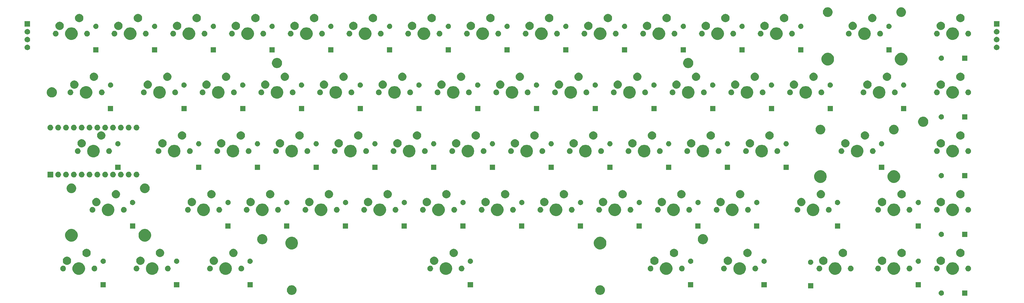
<source format=gbr>
G04 #@! TF.GenerationSoftware,KiCad,Pcbnew,(5.1.4)-1*
G04 #@! TF.CreationDate,2021-01-30T00:10:11-06:00*
G04 #@! TF.ProjectId,65MAIN,36354d41-494e-42e6-9b69-6361645f7063,rev?*
G04 #@! TF.SameCoordinates,Original*
G04 #@! TF.FileFunction,Soldermask,Top*
G04 #@! TF.FilePolarity,Negative*
%FSLAX46Y46*%
G04 Gerber Fmt 4.6, Leading zero omitted, Abs format (unit mm)*
G04 Created by KiCad (PCBNEW (5.1.4)-1) date 2021-01-30 00:10:11*
%MOMM*%
%LPD*%
G04 APERTURE LIST*
%ADD10C,0.100000*%
G04 APERTURE END LIST*
D10*
G36*
X296126000Y-143726000D02*
G01*
X294424000Y-143726000D01*
X294424000Y-142024000D01*
X296126000Y-142024000D01*
X296126000Y-143726000D01*
X296126000Y-143726000D01*
G37*
G36*
X287821823Y-142036313D02*
G01*
X287982242Y-142084976D01*
X288114906Y-142155886D01*
X288130078Y-142163996D01*
X288259659Y-142270341D01*
X288366004Y-142399922D01*
X288366005Y-142399924D01*
X288445024Y-142547758D01*
X288493687Y-142708177D01*
X288510117Y-142875000D01*
X288493687Y-143041823D01*
X288445024Y-143202242D01*
X288383018Y-143318247D01*
X288366004Y-143350078D01*
X288259659Y-143479659D01*
X288130078Y-143586004D01*
X288130076Y-143586005D01*
X287982242Y-143665024D01*
X287821823Y-143713687D01*
X287696804Y-143726000D01*
X287613196Y-143726000D01*
X287488177Y-143713687D01*
X287327758Y-143665024D01*
X287179924Y-143586005D01*
X287179922Y-143586004D01*
X287050341Y-143479659D01*
X286943996Y-143350078D01*
X286926982Y-143318247D01*
X286864976Y-143202242D01*
X286816313Y-143041823D01*
X286799883Y-142875000D01*
X286816313Y-142708177D01*
X286864976Y-142547758D01*
X286943995Y-142399924D01*
X286943996Y-142399922D01*
X287050341Y-142270341D01*
X287179922Y-142163996D01*
X287195094Y-142155886D01*
X287327758Y-142084976D01*
X287488177Y-142036313D01*
X287613196Y-142024000D01*
X287696804Y-142024000D01*
X287821823Y-142036313D01*
X287821823Y-142036313D01*
G37*
G36*
X77459511Y-140408026D02*
G01*
X77578237Y-140457204D01*
X77746141Y-140526752D01*
X77746142Y-140526753D01*
X78004104Y-140699117D01*
X78223483Y-140918496D01*
X78296150Y-141027250D01*
X78395848Y-141176459D01*
X78465396Y-141344363D01*
X78514574Y-141463089D01*
X78575100Y-141767376D01*
X78575100Y-142077624D01*
X78514574Y-142381911D01*
X78465396Y-142500637D01*
X78395848Y-142668541D01*
X78395847Y-142668542D01*
X78223483Y-142926504D01*
X78004104Y-143145883D01*
X77919756Y-143202242D01*
X77746141Y-143318248D01*
X77669296Y-143350078D01*
X77459511Y-143436974D01*
X77155225Y-143497500D01*
X76844975Y-143497500D01*
X76540689Y-143436974D01*
X76330904Y-143350078D01*
X76254059Y-143318248D01*
X76080444Y-143202242D01*
X75996096Y-143145883D01*
X75776717Y-142926504D01*
X75604353Y-142668542D01*
X75604352Y-142668541D01*
X75534804Y-142500637D01*
X75485626Y-142381911D01*
X75425100Y-142077624D01*
X75425100Y-141767376D01*
X75485626Y-141463089D01*
X75534804Y-141344363D01*
X75604352Y-141176459D01*
X75704050Y-141027250D01*
X75776717Y-140918496D01*
X75996096Y-140699117D01*
X76254058Y-140526753D01*
X76254059Y-140526752D01*
X76421963Y-140457204D01*
X76540689Y-140408026D01*
X76844975Y-140347500D01*
X77155225Y-140347500D01*
X77459511Y-140408026D01*
X77459511Y-140408026D01*
G37*
G36*
X177459311Y-140408026D02*
G01*
X177578037Y-140457204D01*
X177745941Y-140526752D01*
X177745942Y-140526753D01*
X178003904Y-140699117D01*
X178223283Y-140918496D01*
X178295950Y-141027250D01*
X178395648Y-141176459D01*
X178465196Y-141344363D01*
X178514374Y-141463089D01*
X178574900Y-141767376D01*
X178574900Y-142077624D01*
X178514374Y-142381911D01*
X178465196Y-142500637D01*
X178395648Y-142668541D01*
X178395647Y-142668542D01*
X178223283Y-142926504D01*
X178003904Y-143145883D01*
X177919556Y-143202242D01*
X177745941Y-143318248D01*
X177669096Y-143350078D01*
X177459311Y-143436974D01*
X177155025Y-143497500D01*
X176844775Y-143497500D01*
X176540489Y-143436974D01*
X176330704Y-143350078D01*
X176253859Y-143318248D01*
X176080244Y-143202242D01*
X175995896Y-143145883D01*
X175776517Y-142926504D01*
X175604153Y-142668542D01*
X175604152Y-142668541D01*
X175534604Y-142500637D01*
X175485426Y-142381911D01*
X175424900Y-142077624D01*
X175424900Y-141767376D01*
X175485426Y-141463089D01*
X175534604Y-141344363D01*
X175604152Y-141176459D01*
X175703850Y-141027250D01*
X175776517Y-140918496D01*
X175995896Y-140699117D01*
X176253858Y-140526753D01*
X176253859Y-140526752D01*
X176421763Y-140457204D01*
X176540489Y-140408026D01*
X176844775Y-140347500D01*
X177155025Y-140347500D01*
X177459311Y-140408026D01*
X177459311Y-140408026D01*
G37*
G36*
X246119750Y-141344750D02*
G01*
X244417750Y-141344750D01*
X244417750Y-139642750D01*
X246119750Y-139642750D01*
X246119750Y-141344750D01*
X246119750Y-141344750D01*
G37*
G36*
X207226000Y-141027250D02*
G01*
X205524000Y-141027250D01*
X205524000Y-139325250D01*
X207226000Y-139325250D01*
X207226000Y-141027250D01*
X207226000Y-141027250D01*
G37*
G36*
X281044750Y-141027250D02*
G01*
X279342750Y-141027250D01*
X279342750Y-139325250D01*
X281044750Y-139325250D01*
X281044750Y-141027250D01*
X281044750Y-141027250D01*
G37*
G36*
X231038500Y-141027250D02*
G01*
X229336500Y-141027250D01*
X229336500Y-139325250D01*
X231038500Y-139325250D01*
X231038500Y-141027250D01*
X231038500Y-141027250D01*
G37*
G36*
X135788500Y-141027250D02*
G01*
X134086500Y-141027250D01*
X134086500Y-139325250D01*
X135788500Y-139325250D01*
X135788500Y-141027250D01*
X135788500Y-141027250D01*
G37*
G36*
X64351000Y-141027250D02*
G01*
X62649000Y-141027250D01*
X62649000Y-139325250D01*
X64351000Y-139325250D01*
X64351000Y-141027250D01*
X64351000Y-141027250D01*
G37*
G36*
X16726000Y-141027250D02*
G01*
X15024000Y-141027250D01*
X15024000Y-139325250D01*
X16726000Y-139325250D01*
X16726000Y-141027250D01*
X16726000Y-141027250D01*
G37*
G36*
X40538500Y-141027250D02*
G01*
X38836500Y-141027250D01*
X38836500Y-139325250D01*
X40538500Y-139325250D01*
X40538500Y-141027250D01*
X40538500Y-141027250D01*
G37*
G36*
X272854504Y-132965318D02*
G01*
X273227761Y-133119926D01*
X273227763Y-133119927D01*
X273563686Y-133344384D01*
X273849366Y-133630064D01*
X273928503Y-133748500D01*
X274073824Y-133965989D01*
X274228432Y-134339246D01*
X274307250Y-134735493D01*
X274307250Y-135139507D01*
X274228432Y-135535754D01*
X274075020Y-135906123D01*
X274073823Y-135909013D01*
X273849366Y-136244936D01*
X273563686Y-136530616D01*
X273227763Y-136755073D01*
X273227762Y-136755074D01*
X273227761Y-136755074D01*
X272854504Y-136909682D01*
X272458257Y-136988500D01*
X272054243Y-136988500D01*
X271657996Y-136909682D01*
X271284739Y-136755074D01*
X271284738Y-136755074D01*
X271284737Y-136755073D01*
X270948814Y-136530616D01*
X270663134Y-136244936D01*
X270438677Y-135909013D01*
X270437480Y-135906123D01*
X270284068Y-135535754D01*
X270205250Y-135139507D01*
X270205250Y-134735493D01*
X270284068Y-134339246D01*
X270438676Y-133965989D01*
X270583998Y-133748500D01*
X270663134Y-133630064D01*
X270948814Y-133344384D01*
X271284737Y-133119927D01*
X271284739Y-133119926D01*
X271657996Y-132965318D01*
X272054243Y-132886500D01*
X272458257Y-132886500D01*
X272854504Y-132965318D01*
X272854504Y-132965318D01*
G37*
G36*
X291904504Y-132965318D02*
G01*
X292277761Y-133119926D01*
X292277763Y-133119927D01*
X292613686Y-133344384D01*
X292899366Y-133630064D01*
X292978503Y-133748500D01*
X293123824Y-133965989D01*
X293278432Y-134339246D01*
X293357250Y-134735493D01*
X293357250Y-135139507D01*
X293278432Y-135535754D01*
X293125020Y-135906123D01*
X293123823Y-135909013D01*
X292899366Y-136244936D01*
X292613686Y-136530616D01*
X292277763Y-136755073D01*
X292277762Y-136755074D01*
X292277761Y-136755074D01*
X291904504Y-136909682D01*
X291508257Y-136988500D01*
X291104243Y-136988500D01*
X290707996Y-136909682D01*
X290334739Y-136755074D01*
X290334738Y-136755074D01*
X290334737Y-136755073D01*
X289998814Y-136530616D01*
X289713134Y-136244936D01*
X289488677Y-135909013D01*
X289487480Y-135906123D01*
X289334068Y-135535754D01*
X289255250Y-135139507D01*
X289255250Y-134735493D01*
X289334068Y-134339246D01*
X289488676Y-133965989D01*
X289633998Y-133748500D01*
X289713134Y-133630064D01*
X289998814Y-133344384D01*
X290334737Y-133119927D01*
X290334739Y-133119926D01*
X290707996Y-132965318D01*
X291104243Y-132886500D01*
X291508257Y-132886500D01*
X291904504Y-132965318D01*
X291904504Y-132965318D01*
G37*
G36*
X253804504Y-132965318D02*
G01*
X254177761Y-133119926D01*
X254177763Y-133119927D01*
X254513686Y-133344384D01*
X254799366Y-133630064D01*
X254878503Y-133748500D01*
X255023824Y-133965989D01*
X255178432Y-134339246D01*
X255257250Y-134735493D01*
X255257250Y-135139507D01*
X255178432Y-135535754D01*
X255025020Y-135906123D01*
X255023823Y-135909013D01*
X254799366Y-136244936D01*
X254513686Y-136530616D01*
X254177763Y-136755073D01*
X254177762Y-136755074D01*
X254177761Y-136755074D01*
X253804504Y-136909682D01*
X253408257Y-136988500D01*
X253004243Y-136988500D01*
X252607996Y-136909682D01*
X252234739Y-136755074D01*
X252234738Y-136755074D01*
X252234737Y-136755073D01*
X251898814Y-136530616D01*
X251613134Y-136244936D01*
X251388677Y-135909013D01*
X251387480Y-135906123D01*
X251234068Y-135535754D01*
X251155250Y-135139507D01*
X251155250Y-134735493D01*
X251234068Y-134339246D01*
X251388676Y-133965989D01*
X251533998Y-133748500D01*
X251613134Y-133630064D01*
X251898814Y-133344384D01*
X252234737Y-133119927D01*
X252234739Y-133119926D01*
X252607996Y-132965318D01*
X253004243Y-132886500D01*
X253408257Y-132886500D01*
X253804504Y-132965318D01*
X253804504Y-132965318D01*
G37*
G36*
X32346474Y-132971184D02*
G01*
X32513998Y-133040575D01*
X32718623Y-133125333D01*
X33053548Y-133349123D01*
X33338377Y-133633952D01*
X33562167Y-133968877D01*
X33594562Y-134047086D01*
X33716316Y-134341026D01*
X33794900Y-134736094D01*
X33794900Y-135138906D01*
X33716316Y-135533974D01*
X33665451Y-135656772D01*
X33562167Y-135906123D01*
X33338377Y-136241048D01*
X33053548Y-136525877D01*
X32718623Y-136749667D01*
X32564474Y-136813517D01*
X32346474Y-136903816D01*
X31951406Y-136982400D01*
X31548594Y-136982400D01*
X31153526Y-136903816D01*
X30935526Y-136813517D01*
X30781377Y-136749667D01*
X30446452Y-136525877D01*
X30161623Y-136241048D01*
X29937833Y-135906123D01*
X29834549Y-135656772D01*
X29783684Y-135533974D01*
X29705100Y-135138906D01*
X29705100Y-134736094D01*
X29783684Y-134341026D01*
X29905438Y-134047086D01*
X29937833Y-133968877D01*
X30161623Y-133633952D01*
X30446452Y-133349123D01*
X30781377Y-133125333D01*
X30986002Y-133040575D01*
X31153526Y-132971184D01*
X31548594Y-132892600D01*
X31951406Y-132892600D01*
X32346474Y-132971184D01*
X32346474Y-132971184D01*
G37*
G36*
X56158974Y-132971184D02*
G01*
X56326498Y-133040575D01*
X56531123Y-133125333D01*
X56866048Y-133349123D01*
X57150877Y-133633952D01*
X57374667Y-133968877D01*
X57407062Y-134047086D01*
X57528816Y-134341026D01*
X57607400Y-134736094D01*
X57607400Y-135138906D01*
X57528816Y-135533974D01*
X57477951Y-135656772D01*
X57374667Y-135906123D01*
X57150877Y-136241048D01*
X56866048Y-136525877D01*
X56531123Y-136749667D01*
X56376974Y-136813517D01*
X56158974Y-136903816D01*
X55763906Y-136982400D01*
X55361094Y-136982400D01*
X54966026Y-136903816D01*
X54748026Y-136813517D01*
X54593877Y-136749667D01*
X54258952Y-136525877D01*
X53974123Y-136241048D01*
X53750333Y-135906123D01*
X53647049Y-135656772D01*
X53596184Y-135533974D01*
X53517600Y-135138906D01*
X53517600Y-134736094D01*
X53596184Y-134341026D01*
X53717938Y-134047086D01*
X53750333Y-133968877D01*
X53974123Y-133633952D01*
X54258952Y-133349123D01*
X54593877Y-133125333D01*
X54798502Y-133040575D01*
X54966026Y-132971184D01*
X55361094Y-132892600D01*
X55763906Y-132892600D01*
X56158974Y-132971184D01*
X56158974Y-132971184D01*
G37*
G36*
X127596474Y-132971184D02*
G01*
X127763998Y-133040575D01*
X127968623Y-133125333D01*
X128303548Y-133349123D01*
X128588377Y-133633952D01*
X128812167Y-133968877D01*
X128844562Y-134047086D01*
X128966316Y-134341026D01*
X129044900Y-134736094D01*
X129044900Y-135138906D01*
X128966316Y-135533974D01*
X128915451Y-135656772D01*
X128812167Y-135906123D01*
X128588377Y-136241048D01*
X128303548Y-136525877D01*
X127968623Y-136749667D01*
X127814474Y-136813517D01*
X127596474Y-136903816D01*
X127201406Y-136982400D01*
X126798594Y-136982400D01*
X126403526Y-136903816D01*
X126185526Y-136813517D01*
X126031377Y-136749667D01*
X125696452Y-136525877D01*
X125411623Y-136241048D01*
X125187833Y-135906123D01*
X125084549Y-135656772D01*
X125033684Y-135533974D01*
X124955100Y-135138906D01*
X124955100Y-134736094D01*
X125033684Y-134341026D01*
X125155438Y-134047086D01*
X125187833Y-133968877D01*
X125411623Y-133633952D01*
X125696452Y-133349123D01*
X126031377Y-133125333D01*
X126236002Y-133040575D01*
X126403526Y-132971184D01*
X126798594Y-132892600D01*
X127201406Y-132892600D01*
X127596474Y-132971184D01*
X127596474Y-132971184D01*
G37*
G36*
X199033974Y-132971184D02*
G01*
X199201498Y-133040575D01*
X199406123Y-133125333D01*
X199741048Y-133349123D01*
X200025877Y-133633952D01*
X200249667Y-133968877D01*
X200282062Y-134047086D01*
X200403816Y-134341026D01*
X200482400Y-134736094D01*
X200482400Y-135138906D01*
X200403816Y-135533974D01*
X200352951Y-135656772D01*
X200249667Y-135906123D01*
X200025877Y-136241048D01*
X199741048Y-136525877D01*
X199406123Y-136749667D01*
X199251974Y-136813517D01*
X199033974Y-136903816D01*
X198638906Y-136982400D01*
X198236094Y-136982400D01*
X197841026Y-136903816D01*
X197623026Y-136813517D01*
X197468877Y-136749667D01*
X197133952Y-136525877D01*
X196849123Y-136241048D01*
X196625333Y-135906123D01*
X196522049Y-135656772D01*
X196471184Y-135533974D01*
X196392600Y-135138906D01*
X196392600Y-134736094D01*
X196471184Y-134341026D01*
X196592938Y-134047086D01*
X196625333Y-133968877D01*
X196849123Y-133633952D01*
X197133952Y-133349123D01*
X197468877Y-133125333D01*
X197673502Y-133040575D01*
X197841026Y-132971184D01*
X198236094Y-132892600D01*
X198638906Y-132892600D01*
X199033974Y-132971184D01*
X199033974Y-132971184D01*
G37*
G36*
X8533974Y-132971184D02*
G01*
X8701498Y-133040575D01*
X8906123Y-133125333D01*
X9241048Y-133349123D01*
X9525877Y-133633952D01*
X9749667Y-133968877D01*
X9782062Y-134047086D01*
X9903816Y-134341026D01*
X9982400Y-134736094D01*
X9982400Y-135138906D01*
X9903816Y-135533974D01*
X9852951Y-135656772D01*
X9749667Y-135906123D01*
X9525877Y-136241048D01*
X9241048Y-136525877D01*
X8906123Y-136749667D01*
X8751974Y-136813517D01*
X8533974Y-136903816D01*
X8138906Y-136982400D01*
X7736094Y-136982400D01*
X7341026Y-136903816D01*
X7123026Y-136813517D01*
X6968877Y-136749667D01*
X6633952Y-136525877D01*
X6349123Y-136241048D01*
X6125333Y-135906123D01*
X6022049Y-135656772D01*
X5971184Y-135533974D01*
X5892600Y-135138906D01*
X5892600Y-134736094D01*
X5971184Y-134341026D01*
X6092938Y-134047086D01*
X6125333Y-133968877D01*
X6349123Y-133633952D01*
X6633952Y-133349123D01*
X6968877Y-133125333D01*
X7173502Y-133040575D01*
X7341026Y-132971184D01*
X7736094Y-132892600D01*
X8138906Y-132892600D01*
X8533974Y-132971184D01*
X8533974Y-132971184D01*
G37*
G36*
X222846474Y-132971184D02*
G01*
X223013998Y-133040575D01*
X223218623Y-133125333D01*
X223553548Y-133349123D01*
X223838377Y-133633952D01*
X224062167Y-133968877D01*
X224094562Y-134047086D01*
X224216316Y-134341026D01*
X224294900Y-134736094D01*
X224294900Y-135138906D01*
X224216316Y-135533974D01*
X224165451Y-135656772D01*
X224062167Y-135906123D01*
X223838377Y-136241048D01*
X223553548Y-136525877D01*
X223218623Y-136749667D01*
X223064474Y-136813517D01*
X222846474Y-136903816D01*
X222451406Y-136982400D01*
X222048594Y-136982400D01*
X221653526Y-136903816D01*
X221435526Y-136813517D01*
X221281377Y-136749667D01*
X220946452Y-136525877D01*
X220661623Y-136241048D01*
X220437833Y-135906123D01*
X220334549Y-135656772D01*
X220283684Y-135533974D01*
X220205100Y-135138906D01*
X220205100Y-134736094D01*
X220283684Y-134341026D01*
X220405438Y-134047086D01*
X220437833Y-133968877D01*
X220661623Y-133633952D01*
X220946452Y-133349123D01*
X221281377Y-133125333D01*
X221486002Y-133040575D01*
X221653526Y-132971184D01*
X222048594Y-132892600D01*
X222451406Y-132892600D01*
X222846474Y-132971184D01*
X222846474Y-132971184D01*
G37*
G36*
X277606354Y-134047085D02*
G01*
X277774876Y-134116889D01*
X277926541Y-134218228D01*
X278055522Y-134347209D01*
X278156861Y-134498874D01*
X278226665Y-134667396D01*
X278262250Y-134846297D01*
X278262250Y-135028703D01*
X278226665Y-135207604D01*
X278156861Y-135376126D01*
X278055522Y-135527791D01*
X277926541Y-135656772D01*
X277774876Y-135758111D01*
X277606354Y-135827915D01*
X277427453Y-135863500D01*
X277245047Y-135863500D01*
X277066146Y-135827915D01*
X276897624Y-135758111D01*
X276745959Y-135656772D01*
X276616978Y-135527791D01*
X276515639Y-135376126D01*
X276445835Y-135207604D01*
X276410250Y-135028703D01*
X276410250Y-134846297D01*
X276445835Y-134667396D01*
X276515639Y-134498874D01*
X276616978Y-134347209D01*
X276745959Y-134218228D01*
X276897624Y-134116889D01*
X277066146Y-134047085D01*
X277245047Y-134011500D01*
X277427453Y-134011500D01*
X277606354Y-134047085D01*
X277606354Y-134047085D01*
G37*
G36*
X217440104Y-134047085D02*
G01*
X217608626Y-134116889D01*
X217760291Y-134218228D01*
X217889272Y-134347209D01*
X217990611Y-134498874D01*
X218060415Y-134667396D01*
X218096000Y-134846297D01*
X218096000Y-135028703D01*
X218060415Y-135207604D01*
X217990611Y-135376126D01*
X217889272Y-135527791D01*
X217760291Y-135656772D01*
X217608626Y-135758111D01*
X217440104Y-135827915D01*
X217261203Y-135863500D01*
X217078797Y-135863500D01*
X216899896Y-135827915D01*
X216731374Y-135758111D01*
X216579709Y-135656772D01*
X216450728Y-135527791D01*
X216349389Y-135376126D01*
X216279585Y-135207604D01*
X216244000Y-135028703D01*
X216244000Y-134846297D01*
X216279585Y-134667396D01*
X216349389Y-134498874D01*
X216450728Y-134347209D01*
X216579709Y-134218228D01*
X216731374Y-134116889D01*
X216899896Y-134047085D01*
X217078797Y-134011500D01*
X217261203Y-134011500D01*
X217440104Y-134047085D01*
X217440104Y-134047085D01*
G37*
G36*
X267446354Y-134047085D02*
G01*
X267614876Y-134116889D01*
X267766541Y-134218228D01*
X267895522Y-134347209D01*
X267996861Y-134498874D01*
X268066665Y-134667396D01*
X268102250Y-134846297D01*
X268102250Y-135028703D01*
X268066665Y-135207604D01*
X267996861Y-135376126D01*
X267895522Y-135527791D01*
X267766541Y-135656772D01*
X267614876Y-135758111D01*
X267446354Y-135827915D01*
X267267453Y-135863500D01*
X267085047Y-135863500D01*
X266906146Y-135827915D01*
X266737624Y-135758111D01*
X266585959Y-135656772D01*
X266456978Y-135527791D01*
X266355639Y-135376126D01*
X266285835Y-135207604D01*
X266250250Y-135028703D01*
X266250250Y-134846297D01*
X266285835Y-134667396D01*
X266355639Y-134498874D01*
X266456978Y-134347209D01*
X266585959Y-134218228D01*
X266737624Y-134116889D01*
X266906146Y-134047085D01*
X267085047Y-134011500D01*
X267267453Y-134011500D01*
X267446354Y-134047085D01*
X267446354Y-134047085D01*
G37*
G36*
X227600104Y-134047085D02*
G01*
X227768626Y-134116889D01*
X227920291Y-134218228D01*
X228049272Y-134347209D01*
X228150611Y-134498874D01*
X228220415Y-134667396D01*
X228256000Y-134846297D01*
X228256000Y-135028703D01*
X228220415Y-135207604D01*
X228150611Y-135376126D01*
X228049272Y-135527791D01*
X227920291Y-135656772D01*
X227768626Y-135758111D01*
X227600104Y-135827915D01*
X227421203Y-135863500D01*
X227238797Y-135863500D01*
X227059896Y-135827915D01*
X226891374Y-135758111D01*
X226739709Y-135656772D01*
X226610728Y-135527791D01*
X226509389Y-135376126D01*
X226439585Y-135207604D01*
X226404000Y-135028703D01*
X226404000Y-134846297D01*
X226439585Y-134667396D01*
X226509389Y-134498874D01*
X226610728Y-134347209D01*
X226739709Y-134218228D01*
X226891374Y-134116889D01*
X227059896Y-134047085D01*
X227238797Y-134011500D01*
X227421203Y-134011500D01*
X227600104Y-134047085D01*
X227600104Y-134047085D01*
G37*
G36*
X37100104Y-134047085D02*
G01*
X37268626Y-134116889D01*
X37420291Y-134218228D01*
X37549272Y-134347209D01*
X37650611Y-134498874D01*
X37720415Y-134667396D01*
X37756000Y-134846297D01*
X37756000Y-135028703D01*
X37720415Y-135207604D01*
X37650611Y-135376126D01*
X37549272Y-135527791D01*
X37420291Y-135656772D01*
X37268626Y-135758111D01*
X37100104Y-135827915D01*
X36921203Y-135863500D01*
X36738797Y-135863500D01*
X36559896Y-135827915D01*
X36391374Y-135758111D01*
X36239709Y-135656772D01*
X36110728Y-135527791D01*
X36009389Y-135376126D01*
X35939585Y-135207604D01*
X35904000Y-135028703D01*
X35904000Y-134846297D01*
X35939585Y-134667396D01*
X36009389Y-134498874D01*
X36110728Y-134347209D01*
X36239709Y-134218228D01*
X36391374Y-134116889D01*
X36559896Y-134047085D01*
X36738797Y-134011500D01*
X36921203Y-134011500D01*
X37100104Y-134047085D01*
X37100104Y-134047085D01*
G37*
G36*
X60912604Y-134047085D02*
G01*
X61081126Y-134116889D01*
X61232791Y-134218228D01*
X61361772Y-134347209D01*
X61463111Y-134498874D01*
X61532915Y-134667396D01*
X61568500Y-134846297D01*
X61568500Y-135028703D01*
X61532915Y-135207604D01*
X61463111Y-135376126D01*
X61361772Y-135527791D01*
X61232791Y-135656772D01*
X61081126Y-135758111D01*
X60912604Y-135827915D01*
X60733703Y-135863500D01*
X60551297Y-135863500D01*
X60372396Y-135827915D01*
X60203874Y-135758111D01*
X60052209Y-135656772D01*
X59923228Y-135527791D01*
X59821889Y-135376126D01*
X59752085Y-135207604D01*
X59716500Y-135028703D01*
X59716500Y-134846297D01*
X59752085Y-134667396D01*
X59821889Y-134498874D01*
X59923228Y-134347209D01*
X60052209Y-134218228D01*
X60203874Y-134116889D01*
X60372396Y-134047085D01*
X60551297Y-134011500D01*
X60733703Y-134011500D01*
X60912604Y-134047085D01*
X60912604Y-134047085D01*
G37*
G36*
X286496354Y-134047085D02*
G01*
X286664876Y-134116889D01*
X286816541Y-134218228D01*
X286945522Y-134347209D01*
X287046861Y-134498874D01*
X287116665Y-134667396D01*
X287152250Y-134846297D01*
X287152250Y-135028703D01*
X287116665Y-135207604D01*
X287046861Y-135376126D01*
X286945522Y-135527791D01*
X286816541Y-135656772D01*
X286664876Y-135758111D01*
X286496354Y-135827915D01*
X286317453Y-135863500D01*
X286135047Y-135863500D01*
X285956146Y-135827915D01*
X285787624Y-135758111D01*
X285635959Y-135656772D01*
X285506978Y-135527791D01*
X285405639Y-135376126D01*
X285335835Y-135207604D01*
X285300250Y-135028703D01*
X285300250Y-134846297D01*
X285335835Y-134667396D01*
X285405639Y-134498874D01*
X285506978Y-134347209D01*
X285635959Y-134218228D01*
X285787624Y-134116889D01*
X285956146Y-134047085D01*
X286135047Y-134011500D01*
X286317453Y-134011500D01*
X286496354Y-134047085D01*
X286496354Y-134047085D01*
G37*
G36*
X296656354Y-134047085D02*
G01*
X296824876Y-134116889D01*
X296976541Y-134218228D01*
X297105522Y-134347209D01*
X297206861Y-134498874D01*
X297276665Y-134667396D01*
X297312250Y-134846297D01*
X297312250Y-135028703D01*
X297276665Y-135207604D01*
X297206861Y-135376126D01*
X297105522Y-135527791D01*
X296976541Y-135656772D01*
X296824876Y-135758111D01*
X296656354Y-135827915D01*
X296477453Y-135863500D01*
X296295047Y-135863500D01*
X296116146Y-135827915D01*
X295947624Y-135758111D01*
X295795959Y-135656772D01*
X295666978Y-135527791D01*
X295565639Y-135376126D01*
X295495835Y-135207604D01*
X295460250Y-135028703D01*
X295460250Y-134846297D01*
X295495835Y-134667396D01*
X295565639Y-134498874D01*
X295666978Y-134347209D01*
X295795959Y-134218228D01*
X295947624Y-134116889D01*
X296116146Y-134047085D01*
X296295047Y-134011500D01*
X296477453Y-134011500D01*
X296656354Y-134047085D01*
X296656354Y-134047085D01*
G37*
G36*
X122190104Y-134047085D02*
G01*
X122358626Y-134116889D01*
X122510291Y-134218228D01*
X122639272Y-134347209D01*
X122740611Y-134498874D01*
X122810415Y-134667396D01*
X122846000Y-134846297D01*
X122846000Y-135028703D01*
X122810415Y-135207604D01*
X122740611Y-135376126D01*
X122639272Y-135527791D01*
X122510291Y-135656772D01*
X122358626Y-135758111D01*
X122190104Y-135827915D01*
X122011203Y-135863500D01*
X121828797Y-135863500D01*
X121649896Y-135827915D01*
X121481374Y-135758111D01*
X121329709Y-135656772D01*
X121200728Y-135527791D01*
X121099389Y-135376126D01*
X121029585Y-135207604D01*
X120994000Y-135028703D01*
X120994000Y-134846297D01*
X121029585Y-134667396D01*
X121099389Y-134498874D01*
X121200728Y-134347209D01*
X121329709Y-134218228D01*
X121481374Y-134116889D01*
X121649896Y-134047085D01*
X121828797Y-134011500D01*
X122011203Y-134011500D01*
X122190104Y-134047085D01*
X122190104Y-134047085D01*
G37*
G36*
X248396354Y-134047085D02*
G01*
X248564876Y-134116889D01*
X248716541Y-134218228D01*
X248845522Y-134347209D01*
X248946861Y-134498874D01*
X249016665Y-134667396D01*
X249052250Y-134846297D01*
X249052250Y-135028703D01*
X249016665Y-135207604D01*
X248946861Y-135376126D01*
X248845522Y-135527791D01*
X248716541Y-135656772D01*
X248564876Y-135758111D01*
X248396354Y-135827915D01*
X248217453Y-135863500D01*
X248035047Y-135863500D01*
X247856146Y-135827915D01*
X247687624Y-135758111D01*
X247535959Y-135656772D01*
X247406978Y-135527791D01*
X247305639Y-135376126D01*
X247235835Y-135207604D01*
X247200250Y-135028703D01*
X247200250Y-134846297D01*
X247235835Y-134667396D01*
X247305639Y-134498874D01*
X247406978Y-134347209D01*
X247535959Y-134218228D01*
X247687624Y-134116889D01*
X247856146Y-134047085D01*
X248035047Y-134011500D01*
X248217453Y-134011500D01*
X248396354Y-134047085D01*
X248396354Y-134047085D01*
G37*
G36*
X258556354Y-134047085D02*
G01*
X258724876Y-134116889D01*
X258876541Y-134218228D01*
X259005522Y-134347209D01*
X259106861Y-134498874D01*
X259176665Y-134667396D01*
X259212250Y-134846297D01*
X259212250Y-135028703D01*
X259176665Y-135207604D01*
X259106861Y-135376126D01*
X259005522Y-135527791D01*
X258876541Y-135656772D01*
X258724876Y-135758111D01*
X258556354Y-135827915D01*
X258377453Y-135863500D01*
X258195047Y-135863500D01*
X258016146Y-135827915D01*
X257847624Y-135758111D01*
X257695959Y-135656772D01*
X257566978Y-135527791D01*
X257465639Y-135376126D01*
X257395835Y-135207604D01*
X257360250Y-135028703D01*
X257360250Y-134846297D01*
X257395835Y-134667396D01*
X257465639Y-134498874D01*
X257566978Y-134347209D01*
X257695959Y-134218228D01*
X257847624Y-134116889D01*
X258016146Y-134047085D01*
X258195047Y-134011500D01*
X258377453Y-134011500D01*
X258556354Y-134047085D01*
X258556354Y-134047085D01*
G37*
G36*
X193627604Y-134047085D02*
G01*
X193796126Y-134116889D01*
X193947791Y-134218228D01*
X194076772Y-134347209D01*
X194178111Y-134498874D01*
X194247915Y-134667396D01*
X194283500Y-134846297D01*
X194283500Y-135028703D01*
X194247915Y-135207604D01*
X194178111Y-135376126D01*
X194076772Y-135527791D01*
X193947791Y-135656772D01*
X193796126Y-135758111D01*
X193627604Y-135827915D01*
X193448703Y-135863500D01*
X193266297Y-135863500D01*
X193087396Y-135827915D01*
X192918874Y-135758111D01*
X192767209Y-135656772D01*
X192638228Y-135527791D01*
X192536889Y-135376126D01*
X192467085Y-135207604D01*
X192431500Y-135028703D01*
X192431500Y-134846297D01*
X192467085Y-134667396D01*
X192536889Y-134498874D01*
X192638228Y-134347209D01*
X192767209Y-134218228D01*
X192918874Y-134116889D01*
X193087396Y-134047085D01*
X193266297Y-134011500D01*
X193448703Y-134011500D01*
X193627604Y-134047085D01*
X193627604Y-134047085D01*
G37*
G36*
X3127604Y-134047085D02*
G01*
X3296126Y-134116889D01*
X3447791Y-134218228D01*
X3576772Y-134347209D01*
X3678111Y-134498874D01*
X3747915Y-134667396D01*
X3783500Y-134846297D01*
X3783500Y-135028703D01*
X3747915Y-135207604D01*
X3678111Y-135376126D01*
X3576772Y-135527791D01*
X3447791Y-135656772D01*
X3296126Y-135758111D01*
X3127604Y-135827915D01*
X2948703Y-135863500D01*
X2766297Y-135863500D01*
X2587396Y-135827915D01*
X2418874Y-135758111D01*
X2267209Y-135656772D01*
X2138228Y-135527791D01*
X2036889Y-135376126D01*
X1967085Y-135207604D01*
X1931500Y-135028703D01*
X1931500Y-134846297D01*
X1967085Y-134667396D01*
X2036889Y-134498874D01*
X2138228Y-134347209D01*
X2267209Y-134218228D01*
X2418874Y-134116889D01*
X2587396Y-134047085D01*
X2766297Y-134011500D01*
X2948703Y-134011500D01*
X3127604Y-134047085D01*
X3127604Y-134047085D01*
G37*
G36*
X13287604Y-134047085D02*
G01*
X13456126Y-134116889D01*
X13607791Y-134218228D01*
X13736772Y-134347209D01*
X13838111Y-134498874D01*
X13907915Y-134667396D01*
X13943500Y-134846297D01*
X13943500Y-135028703D01*
X13907915Y-135207604D01*
X13838111Y-135376126D01*
X13736772Y-135527791D01*
X13607791Y-135656772D01*
X13456126Y-135758111D01*
X13287604Y-135827915D01*
X13108703Y-135863500D01*
X12926297Y-135863500D01*
X12747396Y-135827915D01*
X12578874Y-135758111D01*
X12427209Y-135656772D01*
X12298228Y-135527791D01*
X12196889Y-135376126D01*
X12127085Y-135207604D01*
X12091500Y-135028703D01*
X12091500Y-134846297D01*
X12127085Y-134667396D01*
X12196889Y-134498874D01*
X12298228Y-134347209D01*
X12427209Y-134218228D01*
X12578874Y-134116889D01*
X12747396Y-134047085D01*
X12926297Y-134011500D01*
X13108703Y-134011500D01*
X13287604Y-134047085D01*
X13287604Y-134047085D01*
G37*
G36*
X203787604Y-134047085D02*
G01*
X203956126Y-134116889D01*
X204107791Y-134218228D01*
X204236772Y-134347209D01*
X204338111Y-134498874D01*
X204407915Y-134667396D01*
X204443500Y-134846297D01*
X204443500Y-135028703D01*
X204407915Y-135207604D01*
X204338111Y-135376126D01*
X204236772Y-135527791D01*
X204107791Y-135656772D01*
X203956126Y-135758111D01*
X203787604Y-135827915D01*
X203608703Y-135863500D01*
X203426297Y-135863500D01*
X203247396Y-135827915D01*
X203078874Y-135758111D01*
X202927209Y-135656772D01*
X202798228Y-135527791D01*
X202696889Y-135376126D01*
X202627085Y-135207604D01*
X202591500Y-135028703D01*
X202591500Y-134846297D01*
X202627085Y-134667396D01*
X202696889Y-134498874D01*
X202798228Y-134347209D01*
X202927209Y-134218228D01*
X203078874Y-134116889D01*
X203247396Y-134047085D01*
X203426297Y-134011500D01*
X203608703Y-134011500D01*
X203787604Y-134047085D01*
X203787604Y-134047085D01*
G37*
G36*
X26940104Y-134047085D02*
G01*
X27108626Y-134116889D01*
X27260291Y-134218228D01*
X27389272Y-134347209D01*
X27490611Y-134498874D01*
X27560415Y-134667396D01*
X27596000Y-134846297D01*
X27596000Y-135028703D01*
X27560415Y-135207604D01*
X27490611Y-135376126D01*
X27389272Y-135527791D01*
X27260291Y-135656772D01*
X27108626Y-135758111D01*
X26940104Y-135827915D01*
X26761203Y-135863500D01*
X26578797Y-135863500D01*
X26399896Y-135827915D01*
X26231374Y-135758111D01*
X26079709Y-135656772D01*
X25950728Y-135527791D01*
X25849389Y-135376126D01*
X25779585Y-135207604D01*
X25744000Y-135028703D01*
X25744000Y-134846297D01*
X25779585Y-134667396D01*
X25849389Y-134498874D01*
X25950728Y-134347209D01*
X26079709Y-134218228D01*
X26231374Y-134116889D01*
X26399896Y-134047085D01*
X26578797Y-134011500D01*
X26761203Y-134011500D01*
X26940104Y-134047085D01*
X26940104Y-134047085D01*
G37*
G36*
X50752604Y-134047085D02*
G01*
X50921126Y-134116889D01*
X51072791Y-134218228D01*
X51201772Y-134347209D01*
X51303111Y-134498874D01*
X51372915Y-134667396D01*
X51408500Y-134846297D01*
X51408500Y-135028703D01*
X51372915Y-135207604D01*
X51303111Y-135376126D01*
X51201772Y-135527791D01*
X51072791Y-135656772D01*
X50921126Y-135758111D01*
X50752604Y-135827915D01*
X50573703Y-135863500D01*
X50391297Y-135863500D01*
X50212396Y-135827915D01*
X50043874Y-135758111D01*
X49892209Y-135656772D01*
X49763228Y-135527791D01*
X49661889Y-135376126D01*
X49592085Y-135207604D01*
X49556500Y-135028703D01*
X49556500Y-134846297D01*
X49592085Y-134667396D01*
X49661889Y-134498874D01*
X49763228Y-134347209D01*
X49892209Y-134218228D01*
X50043874Y-134116889D01*
X50212396Y-134047085D01*
X50391297Y-134011500D01*
X50573703Y-134011500D01*
X50752604Y-134047085D01*
X50752604Y-134047085D01*
G37*
G36*
X132350104Y-134047085D02*
G01*
X132518626Y-134116889D01*
X132670291Y-134218228D01*
X132799272Y-134347209D01*
X132900611Y-134498874D01*
X132970415Y-134667396D01*
X133006000Y-134846297D01*
X133006000Y-135028703D01*
X132970415Y-135207604D01*
X132900611Y-135376126D01*
X132799272Y-135527791D01*
X132670291Y-135656772D01*
X132518626Y-135758111D01*
X132350104Y-135827915D01*
X132171203Y-135863500D01*
X131988797Y-135863500D01*
X131809896Y-135827915D01*
X131641374Y-135758111D01*
X131489709Y-135656772D01*
X131360728Y-135527791D01*
X131259389Y-135376126D01*
X131189585Y-135207604D01*
X131154000Y-135028703D01*
X131154000Y-134846297D01*
X131189585Y-134667396D01*
X131259389Y-134498874D01*
X131360728Y-134347209D01*
X131489709Y-134218228D01*
X131641374Y-134116889D01*
X131809896Y-134047085D01*
X131988797Y-134011500D01*
X132171203Y-134011500D01*
X132350104Y-134047085D01*
X132350104Y-134047085D01*
G37*
G36*
X4521572Y-131098418D02*
G01*
X4767439Y-131200259D01*
X4988712Y-131348110D01*
X5176890Y-131536288D01*
X5298016Y-131717564D01*
X5324742Y-131757563D01*
X5426582Y-132003428D01*
X5478500Y-132264437D01*
X5478500Y-132530563D01*
X5443419Y-132706925D01*
X5426582Y-132791572D01*
X5324741Y-133037439D01*
X5176890Y-133258712D01*
X4988712Y-133446890D01*
X4767439Y-133594741D01*
X4767438Y-133594742D01*
X4767437Y-133594742D01*
X4521572Y-133696582D01*
X4260563Y-133748500D01*
X3994437Y-133748500D01*
X3733428Y-133696582D01*
X3487563Y-133594742D01*
X3487562Y-133594742D01*
X3487561Y-133594741D01*
X3266288Y-133446890D01*
X3078110Y-133258712D01*
X2930259Y-133037439D01*
X2828418Y-132791572D01*
X2811581Y-132706925D01*
X2776500Y-132530563D01*
X2776500Y-132264437D01*
X2828418Y-132003428D01*
X2930258Y-131757563D01*
X2956985Y-131717564D01*
X3078110Y-131536288D01*
X3266288Y-131348110D01*
X3487561Y-131200259D01*
X3733428Y-131098418D01*
X3994437Y-131046500D01*
X4260563Y-131046500D01*
X4521572Y-131098418D01*
X4521572Y-131098418D01*
G37*
G36*
X52146572Y-131098418D02*
G01*
X52392439Y-131200259D01*
X52613712Y-131348110D01*
X52801890Y-131536288D01*
X52923016Y-131717564D01*
X52949742Y-131757563D01*
X53051582Y-132003428D01*
X53103500Y-132264437D01*
X53103500Y-132530563D01*
X53068419Y-132706925D01*
X53051582Y-132791572D01*
X52949741Y-133037439D01*
X52801890Y-133258712D01*
X52613712Y-133446890D01*
X52392439Y-133594741D01*
X52392438Y-133594742D01*
X52392437Y-133594742D01*
X52146572Y-133696582D01*
X51885563Y-133748500D01*
X51619437Y-133748500D01*
X51358428Y-133696582D01*
X51112563Y-133594742D01*
X51112562Y-133594742D01*
X51112561Y-133594741D01*
X50891288Y-133446890D01*
X50703110Y-133258712D01*
X50555259Y-133037439D01*
X50453418Y-132791572D01*
X50436581Y-132706925D01*
X50401500Y-132530563D01*
X50401500Y-132264437D01*
X50453418Y-132003428D01*
X50555258Y-131757563D01*
X50581985Y-131717564D01*
X50703110Y-131536288D01*
X50891288Y-131348110D01*
X51112561Y-131200259D01*
X51358428Y-131098418D01*
X51619437Y-131046500D01*
X51885563Y-131046500D01*
X52146572Y-131098418D01*
X52146572Y-131098418D01*
G37*
G36*
X268840322Y-131098418D02*
G01*
X269086189Y-131200259D01*
X269307462Y-131348110D01*
X269495640Y-131536288D01*
X269616766Y-131717564D01*
X269643492Y-131757563D01*
X269745332Y-132003428D01*
X269797250Y-132264437D01*
X269797250Y-132530563D01*
X269762169Y-132706925D01*
X269745332Y-132791572D01*
X269643491Y-133037439D01*
X269495640Y-133258712D01*
X269307462Y-133446890D01*
X269086189Y-133594741D01*
X269086188Y-133594742D01*
X269086187Y-133594742D01*
X268840322Y-133696582D01*
X268579313Y-133748500D01*
X268313187Y-133748500D01*
X268052178Y-133696582D01*
X267806313Y-133594742D01*
X267806312Y-133594742D01*
X267806311Y-133594741D01*
X267585038Y-133446890D01*
X267396860Y-133258712D01*
X267249009Y-133037439D01*
X267147168Y-132791572D01*
X267130331Y-132706925D01*
X267095250Y-132530563D01*
X267095250Y-132264437D01*
X267147168Y-132003428D01*
X267249008Y-131757563D01*
X267275735Y-131717564D01*
X267396860Y-131536288D01*
X267585038Y-131348110D01*
X267806311Y-131200259D01*
X268052178Y-131098418D01*
X268313187Y-131046500D01*
X268579313Y-131046500D01*
X268840322Y-131098418D01*
X268840322Y-131098418D01*
G37*
G36*
X28334072Y-131098418D02*
G01*
X28579939Y-131200259D01*
X28801212Y-131348110D01*
X28989390Y-131536288D01*
X29110516Y-131717564D01*
X29137242Y-131757563D01*
X29239082Y-132003428D01*
X29291000Y-132264437D01*
X29291000Y-132530563D01*
X29255919Y-132706925D01*
X29239082Y-132791572D01*
X29137241Y-133037439D01*
X28989390Y-133258712D01*
X28801212Y-133446890D01*
X28579939Y-133594741D01*
X28579938Y-133594742D01*
X28579937Y-133594742D01*
X28334072Y-133696582D01*
X28073063Y-133748500D01*
X27806937Y-133748500D01*
X27545928Y-133696582D01*
X27300063Y-133594742D01*
X27300062Y-133594742D01*
X27300061Y-133594741D01*
X27078788Y-133446890D01*
X26890610Y-133258712D01*
X26742759Y-133037439D01*
X26640918Y-132791572D01*
X26624081Y-132706925D01*
X26589000Y-132530563D01*
X26589000Y-132264437D01*
X26640918Y-132003428D01*
X26742758Y-131757563D01*
X26769485Y-131717564D01*
X26890610Y-131536288D01*
X27078788Y-131348110D01*
X27300061Y-131200259D01*
X27545928Y-131098418D01*
X27806937Y-131046500D01*
X28073063Y-131046500D01*
X28334072Y-131098418D01*
X28334072Y-131098418D01*
G37*
G36*
X123584072Y-131098418D02*
G01*
X123829939Y-131200259D01*
X124051212Y-131348110D01*
X124239390Y-131536288D01*
X124360516Y-131717564D01*
X124387242Y-131757563D01*
X124489082Y-132003428D01*
X124541000Y-132264437D01*
X124541000Y-132530563D01*
X124505919Y-132706925D01*
X124489082Y-132791572D01*
X124387241Y-133037439D01*
X124239390Y-133258712D01*
X124051212Y-133446890D01*
X123829939Y-133594741D01*
X123829938Y-133594742D01*
X123829937Y-133594742D01*
X123584072Y-133696582D01*
X123323063Y-133748500D01*
X123056937Y-133748500D01*
X122795928Y-133696582D01*
X122550063Y-133594742D01*
X122550062Y-133594742D01*
X122550061Y-133594741D01*
X122328788Y-133446890D01*
X122140610Y-133258712D01*
X121992759Y-133037439D01*
X121890918Y-132791572D01*
X121874081Y-132706925D01*
X121839000Y-132530563D01*
X121839000Y-132264437D01*
X121890918Y-132003428D01*
X121992758Y-131757563D01*
X122019485Y-131717564D01*
X122140610Y-131536288D01*
X122328788Y-131348110D01*
X122550061Y-131200259D01*
X122795928Y-131098418D01*
X123056937Y-131046500D01*
X123323063Y-131046500D01*
X123584072Y-131098418D01*
X123584072Y-131098418D01*
G37*
G36*
X218834072Y-131098418D02*
G01*
X219079939Y-131200259D01*
X219301212Y-131348110D01*
X219489390Y-131536288D01*
X219610516Y-131717564D01*
X219637242Y-131757563D01*
X219739082Y-132003428D01*
X219791000Y-132264437D01*
X219791000Y-132530563D01*
X219755919Y-132706925D01*
X219739082Y-132791572D01*
X219637241Y-133037439D01*
X219489390Y-133258712D01*
X219301212Y-133446890D01*
X219079939Y-133594741D01*
X219079938Y-133594742D01*
X219079937Y-133594742D01*
X218834072Y-133696582D01*
X218573063Y-133748500D01*
X218306937Y-133748500D01*
X218045928Y-133696582D01*
X217800063Y-133594742D01*
X217800062Y-133594742D01*
X217800061Y-133594741D01*
X217578788Y-133446890D01*
X217390610Y-133258712D01*
X217242759Y-133037439D01*
X217140918Y-132791572D01*
X217124081Y-132706925D01*
X217089000Y-132530563D01*
X217089000Y-132264437D01*
X217140918Y-132003428D01*
X217242758Y-131757563D01*
X217269485Y-131717564D01*
X217390610Y-131536288D01*
X217578788Y-131348110D01*
X217800061Y-131200259D01*
X218045928Y-131098418D01*
X218306937Y-131046500D01*
X218573063Y-131046500D01*
X218834072Y-131098418D01*
X218834072Y-131098418D01*
G37*
G36*
X287890322Y-131098418D02*
G01*
X288136189Y-131200259D01*
X288357462Y-131348110D01*
X288545640Y-131536288D01*
X288666766Y-131717564D01*
X288693492Y-131757563D01*
X288795332Y-132003428D01*
X288847250Y-132264437D01*
X288847250Y-132530563D01*
X288812169Y-132706925D01*
X288795332Y-132791572D01*
X288693491Y-133037439D01*
X288545640Y-133258712D01*
X288357462Y-133446890D01*
X288136189Y-133594741D01*
X288136188Y-133594742D01*
X288136187Y-133594742D01*
X287890322Y-133696582D01*
X287629313Y-133748500D01*
X287363187Y-133748500D01*
X287102178Y-133696582D01*
X286856313Y-133594742D01*
X286856312Y-133594742D01*
X286856311Y-133594741D01*
X286635038Y-133446890D01*
X286446860Y-133258712D01*
X286299009Y-133037439D01*
X286197168Y-132791572D01*
X286180331Y-132706925D01*
X286145250Y-132530563D01*
X286145250Y-132264437D01*
X286197168Y-132003428D01*
X286299008Y-131757563D01*
X286325735Y-131717564D01*
X286446860Y-131536288D01*
X286635038Y-131348110D01*
X286856311Y-131200259D01*
X287102178Y-131098418D01*
X287363187Y-131046500D01*
X287629313Y-131046500D01*
X287890322Y-131098418D01*
X287890322Y-131098418D01*
G37*
G36*
X249790322Y-131098418D02*
G01*
X250036189Y-131200259D01*
X250257462Y-131348110D01*
X250445640Y-131536288D01*
X250566766Y-131717564D01*
X250593492Y-131757563D01*
X250695332Y-132003428D01*
X250747250Y-132264437D01*
X250747250Y-132530563D01*
X250712169Y-132706925D01*
X250695332Y-132791572D01*
X250593491Y-133037439D01*
X250445640Y-133258712D01*
X250257462Y-133446890D01*
X250036189Y-133594741D01*
X250036188Y-133594742D01*
X250036187Y-133594742D01*
X249790322Y-133696582D01*
X249529313Y-133748500D01*
X249263187Y-133748500D01*
X249002178Y-133696582D01*
X248756313Y-133594742D01*
X248756312Y-133594742D01*
X248756311Y-133594741D01*
X248535038Y-133446890D01*
X248346860Y-133258712D01*
X248199009Y-133037439D01*
X248097168Y-132791572D01*
X248080331Y-132706925D01*
X248045250Y-132530563D01*
X248045250Y-132264437D01*
X248097168Y-132003428D01*
X248199008Y-131757563D01*
X248225735Y-131717564D01*
X248346860Y-131536288D01*
X248535038Y-131348110D01*
X248756311Y-131200259D01*
X249002178Y-131098418D01*
X249263187Y-131046500D01*
X249529313Y-131046500D01*
X249790322Y-131098418D01*
X249790322Y-131098418D01*
G37*
G36*
X195021572Y-131098418D02*
G01*
X195267439Y-131200259D01*
X195488712Y-131348110D01*
X195676890Y-131536288D01*
X195798016Y-131717564D01*
X195824742Y-131757563D01*
X195926582Y-132003428D01*
X195978500Y-132264437D01*
X195978500Y-132530563D01*
X195943419Y-132706925D01*
X195926582Y-132791572D01*
X195824741Y-133037439D01*
X195676890Y-133258712D01*
X195488712Y-133446890D01*
X195267439Y-133594741D01*
X195267438Y-133594742D01*
X195267437Y-133594742D01*
X195021572Y-133696582D01*
X194760563Y-133748500D01*
X194494437Y-133748500D01*
X194233428Y-133696582D01*
X193987563Y-133594742D01*
X193987562Y-133594742D01*
X193987561Y-133594741D01*
X193766288Y-133446890D01*
X193578110Y-133258712D01*
X193430259Y-133037439D01*
X193328418Y-132791572D01*
X193311581Y-132706925D01*
X193276500Y-132530563D01*
X193276500Y-132264437D01*
X193328418Y-132003428D01*
X193430258Y-131757563D01*
X193456985Y-131717564D01*
X193578110Y-131536288D01*
X193766288Y-131348110D01*
X193987561Y-131200259D01*
X194233428Y-131098418D01*
X194494437Y-131046500D01*
X194760563Y-131046500D01*
X195021572Y-131098418D01*
X195021572Y-131098418D01*
G37*
G36*
X245435573Y-132035063D02*
G01*
X245595992Y-132083726D01*
X245728656Y-132154636D01*
X245743828Y-132162746D01*
X245873409Y-132269091D01*
X245979754Y-132398672D01*
X245979755Y-132398674D01*
X246058774Y-132546508D01*
X246107437Y-132706927D01*
X246123867Y-132873750D01*
X246107437Y-133040573D01*
X246058774Y-133200992D01*
X245987864Y-133333656D01*
X245979754Y-133348828D01*
X245873409Y-133478409D01*
X245743828Y-133584754D01*
X245743826Y-133584755D01*
X245595992Y-133663774D01*
X245435573Y-133712437D01*
X245310554Y-133724750D01*
X245226946Y-133724750D01*
X245101927Y-133712437D01*
X244941508Y-133663774D01*
X244793674Y-133584755D01*
X244793672Y-133584754D01*
X244664091Y-133478409D01*
X244557746Y-133348828D01*
X244549636Y-133333656D01*
X244478726Y-133200992D01*
X244430063Y-133040573D01*
X244413633Y-132873750D01*
X244430063Y-132706927D01*
X244478726Y-132546508D01*
X244557745Y-132398674D01*
X244557746Y-132398672D01*
X244664091Y-132269091D01*
X244793672Y-132162746D01*
X244808844Y-132154636D01*
X244941508Y-132083726D01*
X245101927Y-132035063D01*
X245226946Y-132022750D01*
X245310554Y-132022750D01*
X245435573Y-132035063D01*
X245435573Y-132035063D01*
G37*
G36*
X16041823Y-131717563D02*
G01*
X16202242Y-131766226D01*
X16334906Y-131837136D01*
X16350078Y-131845246D01*
X16479659Y-131951591D01*
X16586004Y-132081172D01*
X16586005Y-132081174D01*
X16665024Y-132229008D01*
X16713687Y-132389427D01*
X16730117Y-132556250D01*
X16713687Y-132723073D01*
X16665024Y-132883492D01*
X16618151Y-132971185D01*
X16586004Y-133031328D01*
X16479659Y-133160909D01*
X16350078Y-133267254D01*
X16350076Y-133267255D01*
X16202242Y-133346274D01*
X16041823Y-133394937D01*
X15916804Y-133407250D01*
X15833196Y-133407250D01*
X15708177Y-133394937D01*
X15547758Y-133346274D01*
X15399924Y-133267255D01*
X15399922Y-133267254D01*
X15270341Y-133160909D01*
X15163996Y-133031328D01*
X15131849Y-132971185D01*
X15084976Y-132883492D01*
X15036313Y-132723073D01*
X15019883Y-132556250D01*
X15036313Y-132389427D01*
X15084976Y-132229008D01*
X15163995Y-132081174D01*
X15163996Y-132081172D01*
X15270341Y-131951591D01*
X15399922Y-131845246D01*
X15415094Y-131837136D01*
X15547758Y-131766226D01*
X15708177Y-131717563D01*
X15833196Y-131705250D01*
X15916804Y-131705250D01*
X16041823Y-131717563D01*
X16041823Y-131717563D01*
G37*
G36*
X280360573Y-131717563D02*
G01*
X280520992Y-131766226D01*
X280653656Y-131837136D01*
X280668828Y-131845246D01*
X280798409Y-131951591D01*
X280904754Y-132081172D01*
X280904755Y-132081174D01*
X280983774Y-132229008D01*
X281032437Y-132389427D01*
X281048867Y-132556250D01*
X281032437Y-132723073D01*
X280983774Y-132883492D01*
X280936901Y-132971185D01*
X280904754Y-133031328D01*
X280798409Y-133160909D01*
X280668828Y-133267254D01*
X280668826Y-133267255D01*
X280520992Y-133346274D01*
X280360573Y-133394937D01*
X280235554Y-133407250D01*
X280151946Y-133407250D01*
X280026927Y-133394937D01*
X279866508Y-133346274D01*
X279718674Y-133267255D01*
X279718672Y-133267254D01*
X279589091Y-133160909D01*
X279482746Y-133031328D01*
X279450599Y-132971185D01*
X279403726Y-132883492D01*
X279355063Y-132723073D01*
X279338633Y-132556250D01*
X279355063Y-132389427D01*
X279403726Y-132229008D01*
X279482745Y-132081174D01*
X279482746Y-132081172D01*
X279589091Y-131951591D01*
X279718672Y-131845246D01*
X279733844Y-131837136D01*
X279866508Y-131766226D01*
X280026927Y-131717563D01*
X280151946Y-131705250D01*
X280235554Y-131705250D01*
X280360573Y-131717563D01*
X280360573Y-131717563D01*
G37*
G36*
X230354323Y-131717563D02*
G01*
X230514742Y-131766226D01*
X230647406Y-131837136D01*
X230662578Y-131845246D01*
X230792159Y-131951591D01*
X230898504Y-132081172D01*
X230898505Y-132081174D01*
X230977524Y-132229008D01*
X231026187Y-132389427D01*
X231042617Y-132556250D01*
X231026187Y-132723073D01*
X230977524Y-132883492D01*
X230930651Y-132971185D01*
X230898504Y-133031328D01*
X230792159Y-133160909D01*
X230662578Y-133267254D01*
X230662576Y-133267255D01*
X230514742Y-133346274D01*
X230354323Y-133394937D01*
X230229304Y-133407250D01*
X230145696Y-133407250D01*
X230020677Y-133394937D01*
X229860258Y-133346274D01*
X229712424Y-133267255D01*
X229712422Y-133267254D01*
X229582841Y-133160909D01*
X229476496Y-133031328D01*
X229444349Y-132971185D01*
X229397476Y-132883492D01*
X229348813Y-132723073D01*
X229332383Y-132556250D01*
X229348813Y-132389427D01*
X229397476Y-132229008D01*
X229476495Y-132081174D01*
X229476496Y-132081172D01*
X229582841Y-131951591D01*
X229712422Y-131845246D01*
X229727594Y-131837136D01*
X229860258Y-131766226D01*
X230020677Y-131717563D01*
X230145696Y-131705250D01*
X230229304Y-131705250D01*
X230354323Y-131717563D01*
X230354323Y-131717563D01*
G37*
G36*
X135104323Y-131717563D02*
G01*
X135264742Y-131766226D01*
X135397406Y-131837136D01*
X135412578Y-131845246D01*
X135542159Y-131951591D01*
X135648504Y-132081172D01*
X135648505Y-132081174D01*
X135727524Y-132229008D01*
X135776187Y-132389427D01*
X135792617Y-132556250D01*
X135776187Y-132723073D01*
X135727524Y-132883492D01*
X135680651Y-132971185D01*
X135648504Y-133031328D01*
X135542159Y-133160909D01*
X135412578Y-133267254D01*
X135412576Y-133267255D01*
X135264742Y-133346274D01*
X135104323Y-133394937D01*
X134979304Y-133407250D01*
X134895696Y-133407250D01*
X134770677Y-133394937D01*
X134610258Y-133346274D01*
X134462424Y-133267255D01*
X134462422Y-133267254D01*
X134332841Y-133160909D01*
X134226496Y-133031328D01*
X134194349Y-132971185D01*
X134147476Y-132883492D01*
X134098813Y-132723073D01*
X134082383Y-132556250D01*
X134098813Y-132389427D01*
X134147476Y-132229008D01*
X134226495Y-132081174D01*
X134226496Y-132081172D01*
X134332841Y-131951591D01*
X134462422Y-131845246D01*
X134477594Y-131837136D01*
X134610258Y-131766226D01*
X134770677Y-131717563D01*
X134895696Y-131705250D01*
X134979304Y-131705250D01*
X135104323Y-131717563D01*
X135104323Y-131717563D01*
G37*
G36*
X206541823Y-131717563D02*
G01*
X206702242Y-131766226D01*
X206834906Y-131837136D01*
X206850078Y-131845246D01*
X206979659Y-131951591D01*
X207086004Y-132081172D01*
X207086005Y-132081174D01*
X207165024Y-132229008D01*
X207213687Y-132389427D01*
X207230117Y-132556250D01*
X207213687Y-132723073D01*
X207165024Y-132883492D01*
X207118151Y-132971185D01*
X207086004Y-133031328D01*
X206979659Y-133160909D01*
X206850078Y-133267254D01*
X206850076Y-133267255D01*
X206702242Y-133346274D01*
X206541823Y-133394937D01*
X206416804Y-133407250D01*
X206333196Y-133407250D01*
X206208177Y-133394937D01*
X206047758Y-133346274D01*
X205899924Y-133267255D01*
X205899922Y-133267254D01*
X205770341Y-133160909D01*
X205663996Y-133031328D01*
X205631849Y-132971185D01*
X205584976Y-132883492D01*
X205536313Y-132723073D01*
X205519883Y-132556250D01*
X205536313Y-132389427D01*
X205584976Y-132229008D01*
X205663995Y-132081174D01*
X205663996Y-132081172D01*
X205770341Y-131951591D01*
X205899922Y-131845246D01*
X205915094Y-131837136D01*
X206047758Y-131766226D01*
X206208177Y-131717563D01*
X206333196Y-131705250D01*
X206416804Y-131705250D01*
X206541823Y-131717563D01*
X206541823Y-131717563D01*
G37*
G36*
X63666823Y-131717563D02*
G01*
X63827242Y-131766226D01*
X63959906Y-131837136D01*
X63975078Y-131845246D01*
X64104659Y-131951591D01*
X64211004Y-132081172D01*
X64211005Y-132081174D01*
X64290024Y-132229008D01*
X64338687Y-132389427D01*
X64355117Y-132556250D01*
X64338687Y-132723073D01*
X64290024Y-132883492D01*
X64243151Y-132971185D01*
X64211004Y-133031328D01*
X64104659Y-133160909D01*
X63975078Y-133267254D01*
X63975076Y-133267255D01*
X63827242Y-133346274D01*
X63666823Y-133394937D01*
X63541804Y-133407250D01*
X63458196Y-133407250D01*
X63333177Y-133394937D01*
X63172758Y-133346274D01*
X63024924Y-133267255D01*
X63024922Y-133267254D01*
X62895341Y-133160909D01*
X62788996Y-133031328D01*
X62756849Y-132971185D01*
X62709976Y-132883492D01*
X62661313Y-132723073D01*
X62644883Y-132556250D01*
X62661313Y-132389427D01*
X62709976Y-132229008D01*
X62788995Y-132081174D01*
X62788996Y-132081172D01*
X62895341Y-131951591D01*
X63024922Y-131845246D01*
X63040094Y-131837136D01*
X63172758Y-131766226D01*
X63333177Y-131717563D01*
X63458196Y-131705250D01*
X63541804Y-131705250D01*
X63666823Y-131717563D01*
X63666823Y-131717563D01*
G37*
G36*
X39854323Y-131717563D02*
G01*
X40014742Y-131766226D01*
X40147406Y-131837136D01*
X40162578Y-131845246D01*
X40292159Y-131951591D01*
X40398504Y-132081172D01*
X40398505Y-132081174D01*
X40477524Y-132229008D01*
X40526187Y-132389427D01*
X40542617Y-132556250D01*
X40526187Y-132723073D01*
X40477524Y-132883492D01*
X40430651Y-132971185D01*
X40398504Y-133031328D01*
X40292159Y-133160909D01*
X40162578Y-133267254D01*
X40162576Y-133267255D01*
X40014742Y-133346274D01*
X39854323Y-133394937D01*
X39729304Y-133407250D01*
X39645696Y-133407250D01*
X39520677Y-133394937D01*
X39360258Y-133346274D01*
X39212424Y-133267255D01*
X39212422Y-133267254D01*
X39082841Y-133160909D01*
X38976496Y-133031328D01*
X38944349Y-132971185D01*
X38897476Y-132883492D01*
X38848813Y-132723073D01*
X38832383Y-132556250D01*
X38848813Y-132389427D01*
X38897476Y-132229008D01*
X38976495Y-132081174D01*
X38976496Y-132081172D01*
X39082841Y-131951591D01*
X39212422Y-131845246D01*
X39227594Y-131837136D01*
X39360258Y-131766226D01*
X39520677Y-131717563D01*
X39645696Y-131705250D01*
X39729304Y-131705250D01*
X39854323Y-131717563D01*
X39854323Y-131717563D01*
G37*
G36*
X256140322Y-128558418D02*
G01*
X256386189Y-128660259D01*
X256607462Y-128808110D01*
X256795640Y-128996288D01*
X256943491Y-129217561D01*
X257045332Y-129463428D01*
X257097250Y-129724438D01*
X257097250Y-129990562D01*
X257045332Y-130251572D01*
X256943491Y-130497439D01*
X256795640Y-130718712D01*
X256607462Y-130906890D01*
X256386189Y-131054741D01*
X256386188Y-131054742D01*
X256386187Y-131054742D01*
X256140322Y-131156582D01*
X255879313Y-131208500D01*
X255613187Y-131208500D01*
X255352178Y-131156582D01*
X255106313Y-131054742D01*
X255106312Y-131054742D01*
X255106311Y-131054741D01*
X254885038Y-130906890D01*
X254696860Y-130718712D01*
X254549009Y-130497439D01*
X254447168Y-130251572D01*
X254395250Y-129990562D01*
X254395250Y-129724438D01*
X254447168Y-129463428D01*
X254549009Y-129217561D01*
X254696860Y-128996288D01*
X254885038Y-128808110D01*
X255106311Y-128660259D01*
X255352178Y-128558418D01*
X255613187Y-128506500D01*
X255879313Y-128506500D01*
X256140322Y-128558418D01*
X256140322Y-128558418D01*
G37*
G36*
X10871572Y-128558418D02*
G01*
X11117439Y-128660259D01*
X11338712Y-128808110D01*
X11526890Y-128996288D01*
X11674741Y-129217561D01*
X11776582Y-129463428D01*
X11828500Y-129724438D01*
X11828500Y-129990562D01*
X11776582Y-130251572D01*
X11674741Y-130497439D01*
X11526890Y-130718712D01*
X11338712Y-130906890D01*
X11117439Y-131054741D01*
X11117438Y-131054742D01*
X11117437Y-131054742D01*
X10871572Y-131156582D01*
X10610563Y-131208500D01*
X10344437Y-131208500D01*
X10083428Y-131156582D01*
X9837563Y-131054742D01*
X9837562Y-131054742D01*
X9837561Y-131054741D01*
X9616288Y-130906890D01*
X9428110Y-130718712D01*
X9280259Y-130497439D01*
X9178418Y-130251572D01*
X9126500Y-129990562D01*
X9126500Y-129724438D01*
X9178418Y-129463428D01*
X9280259Y-129217561D01*
X9428110Y-128996288D01*
X9616288Y-128808110D01*
X9837561Y-128660259D01*
X10083428Y-128558418D01*
X10344437Y-128506500D01*
X10610563Y-128506500D01*
X10871572Y-128558418D01*
X10871572Y-128558418D01*
G37*
G36*
X34684072Y-128558418D02*
G01*
X34929939Y-128660259D01*
X35151212Y-128808110D01*
X35339390Y-128996288D01*
X35487241Y-129217561D01*
X35589082Y-129463428D01*
X35641000Y-129724438D01*
X35641000Y-129990562D01*
X35589082Y-130251572D01*
X35487241Y-130497439D01*
X35339390Y-130718712D01*
X35151212Y-130906890D01*
X34929939Y-131054741D01*
X34929938Y-131054742D01*
X34929937Y-131054742D01*
X34684072Y-131156582D01*
X34423063Y-131208500D01*
X34156937Y-131208500D01*
X33895928Y-131156582D01*
X33650063Y-131054742D01*
X33650062Y-131054742D01*
X33650061Y-131054741D01*
X33428788Y-130906890D01*
X33240610Y-130718712D01*
X33092759Y-130497439D01*
X32990918Y-130251572D01*
X32939000Y-129990562D01*
X32939000Y-129724438D01*
X32990918Y-129463428D01*
X33092759Y-129217561D01*
X33240610Y-128996288D01*
X33428788Y-128808110D01*
X33650061Y-128660259D01*
X33895928Y-128558418D01*
X34156937Y-128506500D01*
X34423063Y-128506500D01*
X34684072Y-128558418D01*
X34684072Y-128558418D01*
G37*
G36*
X275190322Y-128558418D02*
G01*
X275436189Y-128660259D01*
X275657462Y-128808110D01*
X275845640Y-128996288D01*
X275993491Y-129217561D01*
X276095332Y-129463428D01*
X276147250Y-129724438D01*
X276147250Y-129990562D01*
X276095332Y-130251572D01*
X275993491Y-130497439D01*
X275845640Y-130718712D01*
X275657462Y-130906890D01*
X275436189Y-131054741D01*
X275436188Y-131054742D01*
X275436187Y-131054742D01*
X275190322Y-131156582D01*
X274929313Y-131208500D01*
X274663187Y-131208500D01*
X274402178Y-131156582D01*
X274156313Y-131054742D01*
X274156312Y-131054742D01*
X274156311Y-131054741D01*
X273935038Y-130906890D01*
X273746860Y-130718712D01*
X273599009Y-130497439D01*
X273497168Y-130251572D01*
X273445250Y-129990562D01*
X273445250Y-129724438D01*
X273497168Y-129463428D01*
X273599009Y-129217561D01*
X273746860Y-128996288D01*
X273935038Y-128808110D01*
X274156311Y-128660259D01*
X274402178Y-128558418D01*
X274663187Y-128506500D01*
X274929313Y-128506500D01*
X275190322Y-128558418D01*
X275190322Y-128558418D01*
G37*
G36*
X58496572Y-128558418D02*
G01*
X58742439Y-128660259D01*
X58963712Y-128808110D01*
X59151890Y-128996288D01*
X59299741Y-129217561D01*
X59401582Y-129463428D01*
X59453500Y-129724438D01*
X59453500Y-129990562D01*
X59401582Y-130251572D01*
X59299741Y-130497439D01*
X59151890Y-130718712D01*
X58963712Y-130906890D01*
X58742439Y-131054741D01*
X58742438Y-131054742D01*
X58742437Y-131054742D01*
X58496572Y-131156582D01*
X58235563Y-131208500D01*
X57969437Y-131208500D01*
X57708428Y-131156582D01*
X57462563Y-131054742D01*
X57462562Y-131054742D01*
X57462561Y-131054741D01*
X57241288Y-130906890D01*
X57053110Y-130718712D01*
X56905259Y-130497439D01*
X56803418Y-130251572D01*
X56751500Y-129990562D01*
X56751500Y-129724438D01*
X56803418Y-129463428D01*
X56905259Y-129217561D01*
X57053110Y-128996288D01*
X57241288Y-128808110D01*
X57462561Y-128660259D01*
X57708428Y-128558418D01*
X57969437Y-128506500D01*
X58235563Y-128506500D01*
X58496572Y-128558418D01*
X58496572Y-128558418D01*
G37*
G36*
X129934072Y-128558418D02*
G01*
X130179939Y-128660259D01*
X130401212Y-128808110D01*
X130589390Y-128996288D01*
X130737241Y-129217561D01*
X130839082Y-129463428D01*
X130891000Y-129724438D01*
X130891000Y-129990562D01*
X130839082Y-130251572D01*
X130737241Y-130497439D01*
X130589390Y-130718712D01*
X130401212Y-130906890D01*
X130179939Y-131054741D01*
X130179938Y-131054742D01*
X130179937Y-131054742D01*
X129934072Y-131156582D01*
X129673063Y-131208500D01*
X129406937Y-131208500D01*
X129145928Y-131156582D01*
X128900063Y-131054742D01*
X128900062Y-131054742D01*
X128900061Y-131054741D01*
X128678788Y-130906890D01*
X128490610Y-130718712D01*
X128342759Y-130497439D01*
X128240918Y-130251572D01*
X128189000Y-129990562D01*
X128189000Y-129724438D01*
X128240918Y-129463428D01*
X128342759Y-129217561D01*
X128490610Y-128996288D01*
X128678788Y-128808110D01*
X128900061Y-128660259D01*
X129145928Y-128558418D01*
X129406937Y-128506500D01*
X129673063Y-128506500D01*
X129934072Y-128558418D01*
X129934072Y-128558418D01*
G37*
G36*
X201371572Y-128558418D02*
G01*
X201617439Y-128660259D01*
X201838712Y-128808110D01*
X202026890Y-128996288D01*
X202174741Y-129217561D01*
X202276582Y-129463428D01*
X202328500Y-129724438D01*
X202328500Y-129990562D01*
X202276582Y-130251572D01*
X202174741Y-130497439D01*
X202026890Y-130718712D01*
X201838712Y-130906890D01*
X201617439Y-131054741D01*
X201617438Y-131054742D01*
X201617437Y-131054742D01*
X201371572Y-131156582D01*
X201110563Y-131208500D01*
X200844437Y-131208500D01*
X200583428Y-131156582D01*
X200337563Y-131054742D01*
X200337562Y-131054742D01*
X200337561Y-131054741D01*
X200116288Y-130906890D01*
X199928110Y-130718712D01*
X199780259Y-130497439D01*
X199678418Y-130251572D01*
X199626500Y-129990562D01*
X199626500Y-129724438D01*
X199678418Y-129463428D01*
X199780259Y-129217561D01*
X199928110Y-128996288D01*
X200116288Y-128808110D01*
X200337561Y-128660259D01*
X200583428Y-128558418D01*
X200844437Y-128506500D01*
X201110563Y-128506500D01*
X201371572Y-128558418D01*
X201371572Y-128558418D01*
G37*
G36*
X225184072Y-128558418D02*
G01*
X225429939Y-128660259D01*
X225651212Y-128808110D01*
X225839390Y-128996288D01*
X225987241Y-129217561D01*
X226089082Y-129463428D01*
X226141000Y-129724438D01*
X226141000Y-129990562D01*
X226089082Y-130251572D01*
X225987241Y-130497439D01*
X225839390Y-130718712D01*
X225651212Y-130906890D01*
X225429939Y-131054741D01*
X225429938Y-131054742D01*
X225429937Y-131054742D01*
X225184072Y-131156582D01*
X224923063Y-131208500D01*
X224656937Y-131208500D01*
X224395928Y-131156582D01*
X224150063Y-131054742D01*
X224150062Y-131054742D01*
X224150061Y-131054741D01*
X223928788Y-130906890D01*
X223740610Y-130718712D01*
X223592759Y-130497439D01*
X223490918Y-130251572D01*
X223439000Y-129990562D01*
X223439000Y-129724438D01*
X223490918Y-129463428D01*
X223592759Y-129217561D01*
X223740610Y-128996288D01*
X223928788Y-128808110D01*
X224150061Y-128660259D01*
X224395928Y-128558418D01*
X224656937Y-128506500D01*
X224923063Y-128506500D01*
X225184072Y-128558418D01*
X225184072Y-128558418D01*
G37*
G36*
X294240322Y-128558418D02*
G01*
X294486189Y-128660259D01*
X294707462Y-128808110D01*
X294895640Y-128996288D01*
X295043491Y-129217561D01*
X295145332Y-129463428D01*
X295197250Y-129724438D01*
X295197250Y-129990562D01*
X295145332Y-130251572D01*
X295043491Y-130497439D01*
X294895640Y-130718712D01*
X294707462Y-130906890D01*
X294486189Y-131054741D01*
X294486188Y-131054742D01*
X294486187Y-131054742D01*
X294240322Y-131156582D01*
X293979313Y-131208500D01*
X293713187Y-131208500D01*
X293452178Y-131156582D01*
X293206313Y-131054742D01*
X293206312Y-131054742D01*
X293206311Y-131054741D01*
X292985038Y-130906890D01*
X292796860Y-130718712D01*
X292649009Y-130497439D01*
X292547168Y-130251572D01*
X292495250Y-129990562D01*
X292495250Y-129724438D01*
X292547168Y-129463428D01*
X292649009Y-129217561D01*
X292796860Y-128996288D01*
X292985038Y-128808110D01*
X293206311Y-128660259D01*
X293452178Y-128558418D01*
X293713187Y-128506500D01*
X293979313Y-128506500D01*
X294240322Y-128558418D01*
X294240322Y-128558418D01*
G37*
G36*
X177596374Y-124716184D02*
G01*
X177814374Y-124806483D01*
X177968523Y-124870333D01*
X178303448Y-125094123D01*
X178588277Y-125378952D01*
X178812067Y-125713877D01*
X178875917Y-125868026D01*
X178966216Y-126086026D01*
X179044800Y-126481094D01*
X179044800Y-126883906D01*
X178966216Y-127278974D01*
X178875917Y-127496974D01*
X178812067Y-127651123D01*
X178588277Y-127986048D01*
X178303448Y-128270877D01*
X177968523Y-128494667D01*
X177939955Y-128506500D01*
X177596374Y-128648816D01*
X177201306Y-128727400D01*
X176798494Y-128727400D01*
X176403426Y-128648816D01*
X176059845Y-128506500D01*
X176031277Y-128494667D01*
X175696352Y-128270877D01*
X175411523Y-127986048D01*
X175187733Y-127651123D01*
X175123883Y-127496974D01*
X175033584Y-127278974D01*
X174955000Y-126883906D01*
X174955000Y-126481094D01*
X175033584Y-126086026D01*
X175123883Y-125868026D01*
X175187733Y-125713877D01*
X175411523Y-125378952D01*
X175696352Y-125094123D01*
X176031277Y-124870333D01*
X176185426Y-124806483D01*
X176403426Y-124716184D01*
X176798494Y-124637600D01*
X177201306Y-124637600D01*
X177596374Y-124716184D01*
X177596374Y-124716184D01*
G37*
G36*
X77596574Y-124716184D02*
G01*
X77814574Y-124806483D01*
X77968723Y-124870333D01*
X78303648Y-125094123D01*
X78588477Y-125378952D01*
X78812267Y-125713877D01*
X78876117Y-125868026D01*
X78966416Y-126086026D01*
X79045000Y-126481094D01*
X79045000Y-126883906D01*
X78966416Y-127278974D01*
X78876117Y-127496974D01*
X78812267Y-127651123D01*
X78588477Y-127986048D01*
X78303648Y-128270877D01*
X77968723Y-128494667D01*
X77940155Y-128506500D01*
X77596574Y-128648816D01*
X77201506Y-128727400D01*
X76798694Y-128727400D01*
X76403626Y-128648816D01*
X76060045Y-128506500D01*
X76031477Y-128494667D01*
X75696552Y-128270877D01*
X75411723Y-127986048D01*
X75187933Y-127651123D01*
X75124083Y-127496974D01*
X75033784Y-127278974D01*
X74955200Y-126883906D01*
X74955200Y-126481094D01*
X75033784Y-126086026D01*
X75124083Y-125868026D01*
X75187933Y-125713877D01*
X75411723Y-125378952D01*
X75696552Y-125094123D01*
X76031477Y-124870333D01*
X76185626Y-124806483D01*
X76403626Y-124716184D01*
X76798694Y-124637600D01*
X77201506Y-124637600D01*
X77596574Y-124716184D01*
X77596574Y-124716184D01*
G37*
G36*
X67844006Y-123803798D02*
G01*
X67950329Y-123824947D01*
X68162787Y-123912950D01*
X68230733Y-123941094D01*
X68250792Y-123949403D01*
X68521201Y-124130085D01*
X68751165Y-124360049D01*
X68931847Y-124630458D01*
X69031207Y-124870333D01*
X69056303Y-124930922D01*
X69119750Y-125249889D01*
X69119750Y-125575111D01*
X69092147Y-125713878D01*
X69056303Y-125894079D01*
X68931847Y-126194542D01*
X68751165Y-126464951D01*
X68521201Y-126694915D01*
X68250792Y-126875597D01*
X68250791Y-126875598D01*
X68250790Y-126875598D01*
X68162787Y-126912050D01*
X67950329Y-127000053D01*
X67844006Y-127021202D01*
X67631361Y-127063500D01*
X67306139Y-127063500D01*
X67093494Y-127021202D01*
X66987171Y-127000053D01*
X66774713Y-126912050D01*
X66686710Y-126875598D01*
X66686709Y-126875598D01*
X66686708Y-126875597D01*
X66416299Y-126694915D01*
X66186335Y-126464951D01*
X66005653Y-126194542D01*
X65881197Y-125894079D01*
X65845353Y-125713878D01*
X65817750Y-125575111D01*
X65817750Y-125249889D01*
X65881197Y-124930922D01*
X65906294Y-124870333D01*
X66005653Y-124630458D01*
X66186335Y-124360049D01*
X66416299Y-124130085D01*
X66686708Y-123949403D01*
X66706768Y-123941094D01*
X66774713Y-123912950D01*
X66987171Y-123824947D01*
X67093494Y-123803798D01*
X67306139Y-123761500D01*
X67631361Y-123761500D01*
X67844006Y-123803798D01*
X67844006Y-123803798D01*
G37*
G36*
X210719006Y-123803798D02*
G01*
X210825329Y-123824947D01*
X211037787Y-123912950D01*
X211105733Y-123941094D01*
X211125792Y-123949403D01*
X211396201Y-124130085D01*
X211626165Y-124360049D01*
X211806847Y-124630458D01*
X211906207Y-124870333D01*
X211931303Y-124930922D01*
X211994750Y-125249889D01*
X211994750Y-125575111D01*
X211967147Y-125713878D01*
X211931303Y-125894079D01*
X211806847Y-126194542D01*
X211626165Y-126464951D01*
X211396201Y-126694915D01*
X211125792Y-126875597D01*
X211125791Y-126875598D01*
X211125790Y-126875598D01*
X211037787Y-126912050D01*
X210825329Y-127000053D01*
X210719006Y-127021202D01*
X210506361Y-127063500D01*
X210181139Y-127063500D01*
X209968494Y-127021202D01*
X209862171Y-127000053D01*
X209649713Y-126912050D01*
X209561710Y-126875598D01*
X209561709Y-126875598D01*
X209561708Y-126875597D01*
X209291299Y-126694915D01*
X209061335Y-126464951D01*
X208880653Y-126194542D01*
X208756197Y-125894079D01*
X208720353Y-125713878D01*
X208692750Y-125575111D01*
X208692750Y-125249889D01*
X208756197Y-124930922D01*
X208781294Y-124870333D01*
X208880653Y-124630458D01*
X209061335Y-124360049D01*
X209291299Y-124130085D01*
X209561708Y-123949403D01*
X209581768Y-123941094D01*
X209649713Y-123912950D01*
X209862171Y-123824947D01*
X209968494Y-123803798D01*
X210181139Y-123761500D01*
X210506361Y-123761500D01*
X210719006Y-123803798D01*
X210719006Y-123803798D01*
G37*
G36*
X6152724Y-122176184D02*
G01*
X6370724Y-122266483D01*
X6524873Y-122330333D01*
X6859798Y-122554123D01*
X7144627Y-122838952D01*
X7368417Y-123173877D01*
X7368417Y-123173878D01*
X7522566Y-123546026D01*
X7601150Y-123941094D01*
X7601150Y-124343906D01*
X7522566Y-124738974D01*
X7468155Y-124870333D01*
X7368417Y-125111123D01*
X7144627Y-125446048D01*
X6859798Y-125730877D01*
X6524873Y-125954667D01*
X6370724Y-126018517D01*
X6152724Y-126108816D01*
X5757656Y-126187400D01*
X5354844Y-126187400D01*
X4959776Y-126108816D01*
X4741776Y-126018517D01*
X4587627Y-125954667D01*
X4252702Y-125730877D01*
X3967873Y-125446048D01*
X3744083Y-125111123D01*
X3644345Y-124870333D01*
X3589934Y-124738974D01*
X3511350Y-124343906D01*
X3511350Y-123941094D01*
X3589934Y-123546026D01*
X3744083Y-123173878D01*
X3744083Y-123173877D01*
X3967873Y-122838952D01*
X4252702Y-122554123D01*
X4587627Y-122330333D01*
X4741776Y-122266483D01*
X4959776Y-122176184D01*
X5354844Y-122097600D01*
X5757656Y-122097600D01*
X6152724Y-122176184D01*
X6152724Y-122176184D01*
G37*
G36*
X29965224Y-122176184D02*
G01*
X30183224Y-122266483D01*
X30337373Y-122330333D01*
X30672298Y-122554123D01*
X30957127Y-122838952D01*
X31180917Y-123173877D01*
X31180917Y-123173878D01*
X31335066Y-123546026D01*
X31413650Y-123941094D01*
X31413650Y-124343906D01*
X31335066Y-124738974D01*
X31280655Y-124870333D01*
X31180917Y-125111123D01*
X30957127Y-125446048D01*
X30672298Y-125730877D01*
X30337373Y-125954667D01*
X30183224Y-126018517D01*
X29965224Y-126108816D01*
X29570156Y-126187400D01*
X29167344Y-126187400D01*
X28772276Y-126108816D01*
X28554276Y-126018517D01*
X28400127Y-125954667D01*
X28065202Y-125730877D01*
X27780373Y-125446048D01*
X27556583Y-125111123D01*
X27456845Y-124870333D01*
X27402434Y-124738974D01*
X27323850Y-124343906D01*
X27323850Y-123941094D01*
X27402434Y-123546026D01*
X27556583Y-123173878D01*
X27556583Y-123173877D01*
X27780373Y-122838952D01*
X28065202Y-122554123D01*
X28400127Y-122330333D01*
X28554276Y-122266483D01*
X28772276Y-122176184D01*
X29167344Y-122097600D01*
X29570156Y-122097600D01*
X29965224Y-122176184D01*
X29965224Y-122176184D01*
G37*
G36*
X287821823Y-122986313D02*
G01*
X287982242Y-123034976D01*
X288114906Y-123105886D01*
X288130078Y-123113996D01*
X288259659Y-123220341D01*
X288366004Y-123349922D01*
X288366005Y-123349924D01*
X288445024Y-123497758D01*
X288493687Y-123658177D01*
X288510117Y-123825000D01*
X288493687Y-123991823D01*
X288445024Y-124152242D01*
X288374114Y-124284906D01*
X288366004Y-124300078D01*
X288259659Y-124429659D01*
X288130078Y-124536004D01*
X288130076Y-124536005D01*
X287982242Y-124615024D01*
X287821823Y-124663687D01*
X287696804Y-124676000D01*
X287613196Y-124676000D01*
X287488177Y-124663687D01*
X287327758Y-124615024D01*
X287179924Y-124536005D01*
X287179922Y-124536004D01*
X287050341Y-124429659D01*
X286943996Y-124300078D01*
X286935886Y-124284906D01*
X286864976Y-124152242D01*
X286816313Y-123991823D01*
X286799883Y-123825000D01*
X286816313Y-123658177D01*
X286864976Y-123497758D01*
X286943995Y-123349924D01*
X286943996Y-123349922D01*
X287050341Y-123220341D01*
X287179922Y-123113996D01*
X287195094Y-123105886D01*
X287327758Y-123034976D01*
X287488177Y-122986313D01*
X287613196Y-122974000D01*
X287696804Y-122974000D01*
X287821823Y-122986313D01*
X287821823Y-122986313D01*
G37*
G36*
X296126000Y-124676000D02*
G01*
X294424000Y-124676000D01*
X294424000Y-122974000D01*
X296126000Y-122974000D01*
X296126000Y-124676000D01*
X296126000Y-124676000D01*
G37*
G36*
X114357250Y-121977250D02*
G01*
X112655250Y-121977250D01*
X112655250Y-120275250D01*
X114357250Y-120275250D01*
X114357250Y-121977250D01*
X114357250Y-121977250D01*
G37*
G36*
X209607250Y-121977250D02*
G01*
X207905250Y-121977250D01*
X207905250Y-120275250D01*
X209607250Y-120275250D01*
X209607250Y-121977250D01*
X209607250Y-121977250D01*
G37*
G36*
X26251000Y-121977250D02*
G01*
X24549000Y-121977250D01*
X24549000Y-120275250D01*
X26251000Y-120275250D01*
X26251000Y-121977250D01*
X26251000Y-121977250D01*
G37*
G36*
X57207250Y-121977250D02*
G01*
X55505250Y-121977250D01*
X55505250Y-120275250D01*
X57207250Y-120275250D01*
X57207250Y-121977250D01*
X57207250Y-121977250D01*
G37*
G36*
X228657250Y-121977250D02*
G01*
X226955250Y-121977250D01*
X226955250Y-120275250D01*
X228657250Y-120275250D01*
X228657250Y-121977250D01*
X228657250Y-121977250D01*
G37*
G36*
X254851000Y-121977250D02*
G01*
X253149000Y-121977250D01*
X253149000Y-120275250D01*
X254851000Y-120275250D01*
X254851000Y-121977250D01*
X254851000Y-121977250D01*
G37*
G36*
X133407250Y-121977250D02*
G01*
X131705250Y-121977250D01*
X131705250Y-120275250D01*
X133407250Y-120275250D01*
X133407250Y-121977250D01*
X133407250Y-121977250D01*
G37*
G36*
X152457250Y-121977250D02*
G01*
X150755250Y-121977250D01*
X150755250Y-120275250D01*
X152457250Y-120275250D01*
X152457250Y-121977250D01*
X152457250Y-121977250D01*
G37*
G36*
X171507250Y-121977250D02*
G01*
X169805250Y-121977250D01*
X169805250Y-120275250D01*
X171507250Y-120275250D01*
X171507250Y-121977250D01*
X171507250Y-121977250D01*
G37*
G36*
X190557250Y-121977250D02*
G01*
X188855250Y-121977250D01*
X188855250Y-120275250D01*
X190557250Y-120275250D01*
X190557250Y-121977250D01*
X190557250Y-121977250D01*
G37*
G36*
X281044750Y-121977250D02*
G01*
X279342750Y-121977250D01*
X279342750Y-120275250D01*
X281044750Y-120275250D01*
X281044750Y-121977250D01*
X281044750Y-121977250D01*
G37*
G36*
X76257250Y-121977250D02*
G01*
X74555250Y-121977250D01*
X74555250Y-120275250D01*
X76257250Y-120275250D01*
X76257250Y-121977250D01*
X76257250Y-121977250D01*
G37*
G36*
X95307250Y-121977250D02*
G01*
X93605250Y-121977250D01*
X93605250Y-120275250D01*
X95307250Y-120275250D01*
X95307250Y-121977250D01*
X95307250Y-121977250D01*
G37*
G36*
X68067004Y-113915318D02*
G01*
X68440261Y-114069926D01*
X68440263Y-114069927D01*
X68776186Y-114294384D01*
X69061866Y-114580064D01*
X69141003Y-114698500D01*
X69286324Y-114915989D01*
X69440932Y-115289246D01*
X69519750Y-115685493D01*
X69519750Y-116089507D01*
X69440932Y-116485754D01*
X69287520Y-116856123D01*
X69286323Y-116859013D01*
X69061866Y-117194936D01*
X68776186Y-117480616D01*
X68440263Y-117705073D01*
X68440262Y-117705074D01*
X68440261Y-117705074D01*
X68067004Y-117859682D01*
X67670757Y-117938500D01*
X67266743Y-117938500D01*
X66870496Y-117859682D01*
X66497239Y-117705074D01*
X66497238Y-117705074D01*
X66497237Y-117705073D01*
X66161314Y-117480616D01*
X65875634Y-117194936D01*
X65651177Y-116859013D01*
X65649980Y-116856123D01*
X65496568Y-116485754D01*
X65417750Y-116089507D01*
X65417750Y-115685493D01*
X65496568Y-115289246D01*
X65651176Y-114915989D01*
X65796498Y-114698500D01*
X65875634Y-114580064D01*
X66161314Y-114294384D01*
X66497237Y-114069927D01*
X66497239Y-114069926D01*
X66870496Y-113915318D01*
X67266743Y-113836500D01*
X67670757Y-113836500D01*
X68067004Y-113915318D01*
X68067004Y-113915318D01*
G37*
G36*
X182367004Y-113915318D02*
G01*
X182740261Y-114069926D01*
X182740263Y-114069927D01*
X183076186Y-114294384D01*
X183361866Y-114580064D01*
X183441003Y-114698500D01*
X183586324Y-114915989D01*
X183740932Y-115289246D01*
X183819750Y-115685493D01*
X183819750Y-116089507D01*
X183740932Y-116485754D01*
X183587520Y-116856123D01*
X183586323Y-116859013D01*
X183361866Y-117194936D01*
X183076186Y-117480616D01*
X182740263Y-117705073D01*
X182740262Y-117705074D01*
X182740261Y-117705074D01*
X182367004Y-117859682D01*
X181970757Y-117938500D01*
X181566743Y-117938500D01*
X181170496Y-117859682D01*
X180797239Y-117705074D01*
X180797238Y-117705074D01*
X180797237Y-117705073D01*
X180461314Y-117480616D01*
X180175634Y-117194936D01*
X179951177Y-116859013D01*
X179949980Y-116856123D01*
X179796568Y-116485754D01*
X179717750Y-116089507D01*
X179717750Y-115685493D01*
X179796568Y-115289246D01*
X179951176Y-114915989D01*
X180096498Y-114698500D01*
X180175634Y-114580064D01*
X180461314Y-114294384D01*
X180797237Y-114069927D01*
X180797239Y-114069926D01*
X181170496Y-113915318D01*
X181566743Y-113836500D01*
X181970757Y-113836500D01*
X182367004Y-113915318D01*
X182367004Y-113915318D01*
G37*
G36*
X272854504Y-113915318D02*
G01*
X273227761Y-114069926D01*
X273227763Y-114069927D01*
X273563686Y-114294384D01*
X273849366Y-114580064D01*
X273928503Y-114698500D01*
X274073824Y-114915989D01*
X274228432Y-115289246D01*
X274307250Y-115685493D01*
X274307250Y-116089507D01*
X274228432Y-116485754D01*
X274075020Y-116856123D01*
X274073823Y-116859013D01*
X273849366Y-117194936D01*
X273563686Y-117480616D01*
X273227763Y-117705073D01*
X273227762Y-117705074D01*
X273227761Y-117705074D01*
X272854504Y-117859682D01*
X272458257Y-117938500D01*
X272054243Y-117938500D01*
X271657996Y-117859682D01*
X271284739Y-117705074D01*
X271284738Y-117705074D01*
X271284737Y-117705073D01*
X270948814Y-117480616D01*
X270663134Y-117194936D01*
X270438677Y-116859013D01*
X270437480Y-116856123D01*
X270284068Y-116485754D01*
X270205250Y-116089507D01*
X270205250Y-115685493D01*
X270284068Y-115289246D01*
X270438676Y-114915989D01*
X270583998Y-114698500D01*
X270663134Y-114580064D01*
X270948814Y-114294384D01*
X271284737Y-114069927D01*
X271284739Y-114069926D01*
X271657996Y-113915318D01*
X272054243Y-113836500D01*
X272458257Y-113836500D01*
X272854504Y-113915318D01*
X272854504Y-113915318D01*
G37*
G36*
X163317004Y-113915318D02*
G01*
X163690261Y-114069926D01*
X163690263Y-114069927D01*
X164026186Y-114294384D01*
X164311866Y-114580064D01*
X164391003Y-114698500D01*
X164536324Y-114915989D01*
X164690932Y-115289246D01*
X164769750Y-115685493D01*
X164769750Y-116089507D01*
X164690932Y-116485754D01*
X164537520Y-116856123D01*
X164536323Y-116859013D01*
X164311866Y-117194936D01*
X164026186Y-117480616D01*
X163690263Y-117705073D01*
X163690262Y-117705074D01*
X163690261Y-117705074D01*
X163317004Y-117859682D01*
X162920757Y-117938500D01*
X162516743Y-117938500D01*
X162120496Y-117859682D01*
X161747239Y-117705074D01*
X161747238Y-117705074D01*
X161747237Y-117705073D01*
X161411314Y-117480616D01*
X161125634Y-117194936D01*
X160901177Y-116859013D01*
X160899980Y-116856123D01*
X160746568Y-116485754D01*
X160667750Y-116089507D01*
X160667750Y-115685493D01*
X160746568Y-115289246D01*
X160901176Y-114915989D01*
X161046498Y-114698500D01*
X161125634Y-114580064D01*
X161411314Y-114294384D01*
X161747237Y-114069927D01*
X161747239Y-114069926D01*
X162120496Y-113915318D01*
X162516743Y-113836500D01*
X162920757Y-113836500D01*
X163317004Y-113915318D01*
X163317004Y-113915318D01*
G37*
G36*
X49017004Y-113915318D02*
G01*
X49390261Y-114069926D01*
X49390263Y-114069927D01*
X49726186Y-114294384D01*
X50011866Y-114580064D01*
X50091003Y-114698500D01*
X50236324Y-114915989D01*
X50390932Y-115289246D01*
X50469750Y-115685493D01*
X50469750Y-116089507D01*
X50390932Y-116485754D01*
X50237520Y-116856123D01*
X50236323Y-116859013D01*
X50011866Y-117194936D01*
X49726186Y-117480616D01*
X49390263Y-117705073D01*
X49390262Y-117705074D01*
X49390261Y-117705074D01*
X49017004Y-117859682D01*
X48620757Y-117938500D01*
X48216743Y-117938500D01*
X47820496Y-117859682D01*
X47447239Y-117705074D01*
X47447238Y-117705074D01*
X47447237Y-117705073D01*
X47111314Y-117480616D01*
X46825634Y-117194936D01*
X46601177Y-116859013D01*
X46599980Y-116856123D01*
X46446568Y-116485754D01*
X46367750Y-116089507D01*
X46367750Y-115685493D01*
X46446568Y-115289246D01*
X46601176Y-114915989D01*
X46746498Y-114698500D01*
X46825634Y-114580064D01*
X47111314Y-114294384D01*
X47447237Y-114069927D01*
X47447239Y-114069926D01*
X47820496Y-113915318D01*
X48216743Y-113836500D01*
X48620757Y-113836500D01*
X49017004Y-113915318D01*
X49017004Y-113915318D01*
G37*
G36*
X220467004Y-113915318D02*
G01*
X220840261Y-114069926D01*
X220840263Y-114069927D01*
X221176186Y-114294384D01*
X221461866Y-114580064D01*
X221541003Y-114698500D01*
X221686324Y-114915989D01*
X221840932Y-115289246D01*
X221919750Y-115685493D01*
X221919750Y-116089507D01*
X221840932Y-116485754D01*
X221687520Y-116856123D01*
X221686323Y-116859013D01*
X221461866Y-117194936D01*
X221176186Y-117480616D01*
X220840263Y-117705073D01*
X220840262Y-117705074D01*
X220840261Y-117705074D01*
X220467004Y-117859682D01*
X220070757Y-117938500D01*
X219666743Y-117938500D01*
X219270496Y-117859682D01*
X218897239Y-117705074D01*
X218897238Y-117705074D01*
X218897237Y-117705073D01*
X218561314Y-117480616D01*
X218275634Y-117194936D01*
X218051177Y-116859013D01*
X218049980Y-116856123D01*
X217896568Y-116485754D01*
X217817750Y-116089507D01*
X217817750Y-115685493D01*
X217896568Y-115289246D01*
X218051176Y-114915989D01*
X218196498Y-114698500D01*
X218275634Y-114580064D01*
X218561314Y-114294384D01*
X218897237Y-114069927D01*
X218897239Y-114069926D01*
X219270496Y-113915318D01*
X219666743Y-113836500D01*
X220070757Y-113836500D01*
X220467004Y-113915318D01*
X220467004Y-113915318D01*
G37*
G36*
X201417004Y-113915318D02*
G01*
X201790261Y-114069926D01*
X201790263Y-114069927D01*
X202126186Y-114294384D01*
X202411866Y-114580064D01*
X202491003Y-114698500D01*
X202636324Y-114915989D01*
X202790932Y-115289246D01*
X202869750Y-115685493D01*
X202869750Y-116089507D01*
X202790932Y-116485754D01*
X202637520Y-116856123D01*
X202636323Y-116859013D01*
X202411866Y-117194936D01*
X202126186Y-117480616D01*
X201790263Y-117705073D01*
X201790262Y-117705074D01*
X201790261Y-117705074D01*
X201417004Y-117859682D01*
X201020757Y-117938500D01*
X200616743Y-117938500D01*
X200220496Y-117859682D01*
X199847239Y-117705074D01*
X199847238Y-117705074D01*
X199847237Y-117705073D01*
X199511314Y-117480616D01*
X199225634Y-117194936D01*
X199001177Y-116859013D01*
X198999980Y-116856123D01*
X198846568Y-116485754D01*
X198767750Y-116089507D01*
X198767750Y-115685493D01*
X198846568Y-115289246D01*
X199001176Y-114915989D01*
X199146498Y-114698500D01*
X199225634Y-114580064D01*
X199511314Y-114294384D01*
X199847237Y-114069927D01*
X199847239Y-114069926D01*
X200220496Y-113915318D01*
X200616743Y-113836500D01*
X201020757Y-113836500D01*
X201417004Y-113915318D01*
X201417004Y-113915318D01*
G37*
G36*
X106167004Y-113915318D02*
G01*
X106540261Y-114069926D01*
X106540263Y-114069927D01*
X106876186Y-114294384D01*
X107161866Y-114580064D01*
X107241003Y-114698500D01*
X107386324Y-114915989D01*
X107540932Y-115289246D01*
X107619750Y-115685493D01*
X107619750Y-116089507D01*
X107540932Y-116485754D01*
X107387520Y-116856123D01*
X107386323Y-116859013D01*
X107161866Y-117194936D01*
X106876186Y-117480616D01*
X106540263Y-117705073D01*
X106540262Y-117705074D01*
X106540261Y-117705074D01*
X106167004Y-117859682D01*
X105770757Y-117938500D01*
X105366743Y-117938500D01*
X104970496Y-117859682D01*
X104597239Y-117705074D01*
X104597238Y-117705074D01*
X104597237Y-117705073D01*
X104261314Y-117480616D01*
X103975634Y-117194936D01*
X103751177Y-116859013D01*
X103749980Y-116856123D01*
X103596568Y-116485754D01*
X103517750Y-116089507D01*
X103517750Y-115685493D01*
X103596568Y-115289246D01*
X103751176Y-114915989D01*
X103896498Y-114698500D01*
X103975634Y-114580064D01*
X104261314Y-114294384D01*
X104597237Y-114069927D01*
X104597239Y-114069926D01*
X104970496Y-113915318D01*
X105366743Y-113836500D01*
X105770757Y-113836500D01*
X106167004Y-113915318D01*
X106167004Y-113915318D01*
G37*
G36*
X125217004Y-113915318D02*
G01*
X125590261Y-114069926D01*
X125590263Y-114069927D01*
X125926186Y-114294384D01*
X126211866Y-114580064D01*
X126291003Y-114698500D01*
X126436324Y-114915989D01*
X126590932Y-115289246D01*
X126669750Y-115685493D01*
X126669750Y-116089507D01*
X126590932Y-116485754D01*
X126437520Y-116856123D01*
X126436323Y-116859013D01*
X126211866Y-117194936D01*
X125926186Y-117480616D01*
X125590263Y-117705073D01*
X125590262Y-117705074D01*
X125590261Y-117705074D01*
X125217004Y-117859682D01*
X124820757Y-117938500D01*
X124416743Y-117938500D01*
X124020496Y-117859682D01*
X123647239Y-117705074D01*
X123647238Y-117705074D01*
X123647237Y-117705073D01*
X123311314Y-117480616D01*
X123025634Y-117194936D01*
X122801177Y-116859013D01*
X122799980Y-116856123D01*
X122646568Y-116485754D01*
X122567750Y-116089507D01*
X122567750Y-115685493D01*
X122646568Y-115289246D01*
X122801176Y-114915989D01*
X122946498Y-114698500D01*
X123025634Y-114580064D01*
X123311314Y-114294384D01*
X123647237Y-114069927D01*
X123647239Y-114069926D01*
X124020496Y-113915318D01*
X124416743Y-113836500D01*
X124820757Y-113836500D01*
X125217004Y-113915318D01*
X125217004Y-113915318D01*
G37*
G36*
X144267004Y-113915318D02*
G01*
X144640261Y-114069926D01*
X144640263Y-114069927D01*
X144976186Y-114294384D01*
X145261866Y-114580064D01*
X145341003Y-114698500D01*
X145486324Y-114915989D01*
X145640932Y-115289246D01*
X145719750Y-115685493D01*
X145719750Y-116089507D01*
X145640932Y-116485754D01*
X145487520Y-116856123D01*
X145486323Y-116859013D01*
X145261866Y-117194936D01*
X144976186Y-117480616D01*
X144640263Y-117705073D01*
X144640262Y-117705074D01*
X144640261Y-117705074D01*
X144267004Y-117859682D01*
X143870757Y-117938500D01*
X143466743Y-117938500D01*
X143070496Y-117859682D01*
X142697239Y-117705074D01*
X142697238Y-117705074D01*
X142697237Y-117705073D01*
X142361314Y-117480616D01*
X142075634Y-117194936D01*
X141851177Y-116859013D01*
X141849980Y-116856123D01*
X141696568Y-116485754D01*
X141617750Y-116089507D01*
X141617750Y-115685493D01*
X141696568Y-115289246D01*
X141851176Y-114915989D01*
X141996498Y-114698500D01*
X142075634Y-114580064D01*
X142361314Y-114294384D01*
X142697237Y-114069927D01*
X142697239Y-114069926D01*
X143070496Y-113915318D01*
X143466743Y-113836500D01*
X143870757Y-113836500D01*
X144267004Y-113915318D01*
X144267004Y-113915318D01*
G37*
G36*
X87117004Y-113915318D02*
G01*
X87490261Y-114069926D01*
X87490263Y-114069927D01*
X87826186Y-114294384D01*
X88111866Y-114580064D01*
X88191003Y-114698500D01*
X88336324Y-114915989D01*
X88490932Y-115289246D01*
X88569750Y-115685493D01*
X88569750Y-116089507D01*
X88490932Y-116485754D01*
X88337520Y-116856123D01*
X88336323Y-116859013D01*
X88111866Y-117194936D01*
X87826186Y-117480616D01*
X87490263Y-117705073D01*
X87490262Y-117705074D01*
X87490261Y-117705074D01*
X87117004Y-117859682D01*
X86720757Y-117938500D01*
X86316743Y-117938500D01*
X85920496Y-117859682D01*
X85547239Y-117705074D01*
X85547238Y-117705074D01*
X85547237Y-117705073D01*
X85211314Y-117480616D01*
X84925634Y-117194936D01*
X84701177Y-116859013D01*
X84699980Y-116856123D01*
X84546568Y-116485754D01*
X84467750Y-116089507D01*
X84467750Y-115685493D01*
X84546568Y-115289246D01*
X84701176Y-114915989D01*
X84846498Y-114698500D01*
X84925634Y-114580064D01*
X85211314Y-114294384D01*
X85547237Y-114069927D01*
X85547239Y-114069926D01*
X85920496Y-113915318D01*
X86316743Y-113836500D01*
X86720757Y-113836500D01*
X87117004Y-113915318D01*
X87117004Y-113915318D01*
G37*
G36*
X291904504Y-113915318D02*
G01*
X292277761Y-114069926D01*
X292277763Y-114069927D01*
X292613686Y-114294384D01*
X292899366Y-114580064D01*
X292978503Y-114698500D01*
X293123824Y-114915989D01*
X293278432Y-115289246D01*
X293357250Y-115685493D01*
X293357250Y-116089507D01*
X293278432Y-116485754D01*
X293125020Y-116856123D01*
X293123823Y-116859013D01*
X292899366Y-117194936D01*
X292613686Y-117480616D01*
X292277763Y-117705073D01*
X292277762Y-117705074D01*
X292277761Y-117705074D01*
X291904504Y-117859682D01*
X291508257Y-117938500D01*
X291104243Y-117938500D01*
X290707996Y-117859682D01*
X290334739Y-117705074D01*
X290334738Y-117705074D01*
X290334737Y-117705073D01*
X289998814Y-117480616D01*
X289713134Y-117194936D01*
X289488677Y-116859013D01*
X289487480Y-116856123D01*
X289334068Y-116485754D01*
X289255250Y-116089507D01*
X289255250Y-115685493D01*
X289334068Y-115289246D01*
X289488676Y-114915989D01*
X289633998Y-114698500D01*
X289713134Y-114580064D01*
X289998814Y-114294384D01*
X290334737Y-114069927D01*
X290334739Y-114069926D01*
X290707996Y-113915318D01*
X291104243Y-113836500D01*
X291508257Y-113836500D01*
X291904504Y-113915318D01*
X291904504Y-113915318D01*
G37*
G36*
X246658974Y-113921184D02*
G01*
X246818927Y-113987439D01*
X247031123Y-114075333D01*
X247366048Y-114299123D01*
X247650877Y-114583952D01*
X247874667Y-114918877D01*
X247907062Y-114997086D01*
X248028816Y-115291026D01*
X248107400Y-115686094D01*
X248107400Y-116088906D01*
X248028816Y-116483974D01*
X247977951Y-116606772D01*
X247874667Y-116856123D01*
X247650877Y-117191048D01*
X247366048Y-117475877D01*
X247031123Y-117699667D01*
X246876974Y-117763517D01*
X246658974Y-117853816D01*
X246263906Y-117932400D01*
X245861094Y-117932400D01*
X245466026Y-117853816D01*
X245248026Y-117763517D01*
X245093877Y-117699667D01*
X244758952Y-117475877D01*
X244474123Y-117191048D01*
X244250333Y-116856123D01*
X244147049Y-116606772D01*
X244096184Y-116483974D01*
X244017600Y-116088906D01*
X244017600Y-115686094D01*
X244096184Y-115291026D01*
X244217938Y-114997086D01*
X244250333Y-114918877D01*
X244474123Y-114583952D01*
X244758952Y-114299123D01*
X245093877Y-114075333D01*
X245306073Y-113987439D01*
X245466026Y-113921184D01*
X245861094Y-113842600D01*
X246263906Y-113842600D01*
X246658974Y-113921184D01*
X246658974Y-113921184D01*
G37*
G36*
X18058974Y-113921184D02*
G01*
X18218927Y-113987439D01*
X18431123Y-114075333D01*
X18766048Y-114299123D01*
X19050877Y-114583952D01*
X19274667Y-114918877D01*
X19307062Y-114997086D01*
X19428816Y-115291026D01*
X19507400Y-115686094D01*
X19507400Y-116088906D01*
X19428816Y-116483974D01*
X19377951Y-116606772D01*
X19274667Y-116856123D01*
X19050877Y-117191048D01*
X18766048Y-117475877D01*
X18431123Y-117699667D01*
X18276974Y-117763517D01*
X18058974Y-117853816D01*
X17663906Y-117932400D01*
X17261094Y-117932400D01*
X16866026Y-117853816D01*
X16648026Y-117763517D01*
X16493877Y-117699667D01*
X16158952Y-117475877D01*
X15874123Y-117191048D01*
X15650333Y-116856123D01*
X15547049Y-116606772D01*
X15496184Y-116483974D01*
X15417600Y-116088906D01*
X15417600Y-115686094D01*
X15496184Y-115291026D01*
X15617938Y-114997086D01*
X15650333Y-114918877D01*
X15874123Y-114583952D01*
X16158952Y-114299123D01*
X16493877Y-114075333D01*
X16706073Y-113987439D01*
X16866026Y-113921184D01*
X17261094Y-113842600D01*
X17663906Y-113842600D01*
X18058974Y-113921184D01*
X18058974Y-113921184D01*
G37*
G36*
X168068854Y-114997085D02*
G01*
X168237376Y-115066889D01*
X168389041Y-115168228D01*
X168518022Y-115297209D01*
X168619361Y-115448874D01*
X168689165Y-115617396D01*
X168724750Y-115796297D01*
X168724750Y-115978703D01*
X168689165Y-116157604D01*
X168619361Y-116326126D01*
X168518022Y-116477791D01*
X168389041Y-116606772D01*
X168237376Y-116708111D01*
X168068854Y-116777915D01*
X167889953Y-116813500D01*
X167707547Y-116813500D01*
X167528646Y-116777915D01*
X167360124Y-116708111D01*
X167208459Y-116606772D01*
X167079478Y-116477791D01*
X166978139Y-116326126D01*
X166908335Y-116157604D01*
X166872750Y-115978703D01*
X166872750Y-115796297D01*
X166908335Y-115617396D01*
X166978139Y-115448874D01*
X167079478Y-115297209D01*
X167208459Y-115168228D01*
X167360124Y-115066889D01*
X167528646Y-114997085D01*
X167707547Y-114961500D01*
X167889953Y-114961500D01*
X168068854Y-114997085D01*
X168068854Y-114997085D01*
G37*
G36*
X110918854Y-114997085D02*
G01*
X111087376Y-115066889D01*
X111239041Y-115168228D01*
X111368022Y-115297209D01*
X111469361Y-115448874D01*
X111539165Y-115617396D01*
X111574750Y-115796297D01*
X111574750Y-115978703D01*
X111539165Y-116157604D01*
X111469361Y-116326126D01*
X111368022Y-116477791D01*
X111239041Y-116606772D01*
X111087376Y-116708111D01*
X110918854Y-116777915D01*
X110739953Y-116813500D01*
X110557547Y-116813500D01*
X110378646Y-116777915D01*
X110210124Y-116708111D01*
X110058459Y-116606772D01*
X109929478Y-116477791D01*
X109828139Y-116326126D01*
X109758335Y-116157604D01*
X109722750Y-115978703D01*
X109722750Y-115796297D01*
X109758335Y-115617396D01*
X109828139Y-115448874D01*
X109929478Y-115297209D01*
X110058459Y-115168228D01*
X110210124Y-115066889D01*
X110378646Y-114997085D01*
X110557547Y-114961500D01*
X110739953Y-114961500D01*
X110918854Y-114997085D01*
X110918854Y-114997085D01*
G37*
G36*
X267446354Y-114997085D02*
G01*
X267614876Y-115066889D01*
X267766541Y-115168228D01*
X267895522Y-115297209D01*
X267996861Y-115448874D01*
X268066665Y-115617396D01*
X268102250Y-115796297D01*
X268102250Y-115978703D01*
X268066665Y-116157604D01*
X267996861Y-116326126D01*
X267895522Y-116477791D01*
X267766541Y-116606772D01*
X267614876Y-116708111D01*
X267446354Y-116777915D01*
X267267453Y-116813500D01*
X267085047Y-116813500D01*
X266906146Y-116777915D01*
X266737624Y-116708111D01*
X266585959Y-116606772D01*
X266456978Y-116477791D01*
X266355639Y-116326126D01*
X266285835Y-116157604D01*
X266250250Y-115978703D01*
X266250250Y-115796297D01*
X266285835Y-115617396D01*
X266355639Y-115448874D01*
X266456978Y-115297209D01*
X266585959Y-115168228D01*
X266737624Y-115066889D01*
X266906146Y-114997085D01*
X267085047Y-114961500D01*
X267267453Y-114961500D01*
X267446354Y-114997085D01*
X267446354Y-114997085D01*
G37*
G36*
X277606354Y-114997085D02*
G01*
X277774876Y-115066889D01*
X277926541Y-115168228D01*
X278055522Y-115297209D01*
X278156861Y-115448874D01*
X278226665Y-115617396D01*
X278262250Y-115796297D01*
X278262250Y-115978703D01*
X278226665Y-116157604D01*
X278156861Y-116326126D01*
X278055522Y-116477791D01*
X277926541Y-116606772D01*
X277774876Y-116708111D01*
X277606354Y-116777915D01*
X277427453Y-116813500D01*
X277245047Y-116813500D01*
X277066146Y-116777915D01*
X276897624Y-116708111D01*
X276745959Y-116606772D01*
X276616978Y-116477791D01*
X276515639Y-116326126D01*
X276445835Y-116157604D01*
X276410250Y-115978703D01*
X276410250Y-115796297D01*
X276445835Y-115617396D01*
X276515639Y-115448874D01*
X276616978Y-115297209D01*
X276745959Y-115168228D01*
X276897624Y-115066889D01*
X277066146Y-114997085D01*
X277245047Y-114961500D01*
X277427453Y-114961500D01*
X277606354Y-114997085D01*
X277606354Y-114997085D01*
G37*
G36*
X187118854Y-114997085D02*
G01*
X187287376Y-115066889D01*
X187439041Y-115168228D01*
X187568022Y-115297209D01*
X187669361Y-115448874D01*
X187739165Y-115617396D01*
X187774750Y-115796297D01*
X187774750Y-115978703D01*
X187739165Y-116157604D01*
X187669361Y-116326126D01*
X187568022Y-116477791D01*
X187439041Y-116606772D01*
X187287376Y-116708111D01*
X187118854Y-116777915D01*
X186939953Y-116813500D01*
X186757547Y-116813500D01*
X186578646Y-116777915D01*
X186410124Y-116708111D01*
X186258459Y-116606772D01*
X186129478Y-116477791D01*
X186028139Y-116326126D01*
X185958335Y-116157604D01*
X185922750Y-115978703D01*
X185922750Y-115796297D01*
X185958335Y-115617396D01*
X186028139Y-115448874D01*
X186129478Y-115297209D01*
X186258459Y-115168228D01*
X186410124Y-115066889D01*
X186578646Y-114997085D01*
X186757547Y-114961500D01*
X186939953Y-114961500D01*
X187118854Y-114997085D01*
X187118854Y-114997085D01*
G37*
G36*
X22812604Y-114997085D02*
G01*
X22981126Y-115066889D01*
X23132791Y-115168228D01*
X23261772Y-115297209D01*
X23363111Y-115448874D01*
X23432915Y-115617396D01*
X23468500Y-115796297D01*
X23468500Y-115978703D01*
X23432915Y-116157604D01*
X23363111Y-116326126D01*
X23261772Y-116477791D01*
X23132791Y-116606772D01*
X22981126Y-116708111D01*
X22812604Y-116777915D01*
X22633703Y-116813500D01*
X22451297Y-116813500D01*
X22272396Y-116777915D01*
X22103874Y-116708111D01*
X21952209Y-116606772D01*
X21823228Y-116477791D01*
X21721889Y-116326126D01*
X21652085Y-116157604D01*
X21616500Y-115978703D01*
X21616500Y-115796297D01*
X21652085Y-115617396D01*
X21721889Y-115448874D01*
X21823228Y-115297209D01*
X21952209Y-115168228D01*
X22103874Y-115066889D01*
X22272396Y-114997085D01*
X22451297Y-114961500D01*
X22633703Y-114961500D01*
X22812604Y-114997085D01*
X22812604Y-114997085D01*
G37*
G36*
X286496354Y-114997085D02*
G01*
X286664876Y-115066889D01*
X286816541Y-115168228D01*
X286945522Y-115297209D01*
X287046861Y-115448874D01*
X287116665Y-115617396D01*
X287152250Y-115796297D01*
X287152250Y-115978703D01*
X287116665Y-116157604D01*
X287046861Y-116326126D01*
X286945522Y-116477791D01*
X286816541Y-116606772D01*
X286664876Y-116708111D01*
X286496354Y-116777915D01*
X286317453Y-116813500D01*
X286135047Y-116813500D01*
X285956146Y-116777915D01*
X285787624Y-116708111D01*
X285635959Y-116606772D01*
X285506978Y-116477791D01*
X285405639Y-116326126D01*
X285335835Y-116157604D01*
X285300250Y-115978703D01*
X285300250Y-115796297D01*
X285335835Y-115617396D01*
X285405639Y-115448874D01*
X285506978Y-115297209D01*
X285635959Y-115168228D01*
X285787624Y-115066889D01*
X285956146Y-114997085D01*
X286135047Y-114961500D01*
X286317453Y-114961500D01*
X286496354Y-114997085D01*
X286496354Y-114997085D01*
G37*
G36*
X296656354Y-114997085D02*
G01*
X296824876Y-115066889D01*
X296976541Y-115168228D01*
X297105522Y-115297209D01*
X297206861Y-115448874D01*
X297276665Y-115617396D01*
X297312250Y-115796297D01*
X297312250Y-115978703D01*
X297276665Y-116157604D01*
X297206861Y-116326126D01*
X297105522Y-116477791D01*
X296976541Y-116606772D01*
X296824876Y-116708111D01*
X296656354Y-116777915D01*
X296477453Y-116813500D01*
X296295047Y-116813500D01*
X296116146Y-116777915D01*
X295947624Y-116708111D01*
X295795959Y-116606772D01*
X295666978Y-116477791D01*
X295565639Y-116326126D01*
X295495835Y-116157604D01*
X295460250Y-115978703D01*
X295460250Y-115796297D01*
X295495835Y-115617396D01*
X295565639Y-115448874D01*
X295666978Y-115297209D01*
X295795959Y-115168228D01*
X295947624Y-115066889D01*
X296116146Y-114997085D01*
X296295047Y-114961500D01*
X296477453Y-114961500D01*
X296656354Y-114997085D01*
X296656354Y-114997085D01*
G37*
G36*
X196008854Y-114997085D02*
G01*
X196177376Y-115066889D01*
X196329041Y-115168228D01*
X196458022Y-115297209D01*
X196559361Y-115448874D01*
X196629165Y-115617396D01*
X196664750Y-115796297D01*
X196664750Y-115978703D01*
X196629165Y-116157604D01*
X196559361Y-116326126D01*
X196458022Y-116477791D01*
X196329041Y-116606772D01*
X196177376Y-116708111D01*
X196008854Y-116777915D01*
X195829953Y-116813500D01*
X195647547Y-116813500D01*
X195468646Y-116777915D01*
X195300124Y-116708111D01*
X195148459Y-116606772D01*
X195019478Y-116477791D01*
X194918139Y-116326126D01*
X194848335Y-116157604D01*
X194812750Y-115978703D01*
X194812750Y-115796297D01*
X194848335Y-115617396D01*
X194918139Y-115448874D01*
X195019478Y-115297209D01*
X195148459Y-115168228D01*
X195300124Y-115066889D01*
X195468646Y-114997085D01*
X195647547Y-114961500D01*
X195829953Y-114961500D01*
X196008854Y-114997085D01*
X196008854Y-114997085D01*
G37*
G36*
X206168854Y-114997085D02*
G01*
X206337376Y-115066889D01*
X206489041Y-115168228D01*
X206618022Y-115297209D01*
X206719361Y-115448874D01*
X206789165Y-115617396D01*
X206824750Y-115796297D01*
X206824750Y-115978703D01*
X206789165Y-116157604D01*
X206719361Y-116326126D01*
X206618022Y-116477791D01*
X206489041Y-116606772D01*
X206337376Y-116708111D01*
X206168854Y-116777915D01*
X205989953Y-116813500D01*
X205807547Y-116813500D01*
X205628646Y-116777915D01*
X205460124Y-116708111D01*
X205308459Y-116606772D01*
X205179478Y-116477791D01*
X205078139Y-116326126D01*
X205008335Y-116157604D01*
X204972750Y-115978703D01*
X204972750Y-115796297D01*
X205008335Y-115617396D01*
X205078139Y-115448874D01*
X205179478Y-115297209D01*
X205308459Y-115168228D01*
X205460124Y-115066889D01*
X205628646Y-114997085D01*
X205807547Y-114961500D01*
X205989953Y-114961500D01*
X206168854Y-114997085D01*
X206168854Y-114997085D01*
G37*
G36*
X157908854Y-114997085D02*
G01*
X158077376Y-115066889D01*
X158229041Y-115168228D01*
X158358022Y-115297209D01*
X158459361Y-115448874D01*
X158529165Y-115617396D01*
X158564750Y-115796297D01*
X158564750Y-115978703D01*
X158529165Y-116157604D01*
X158459361Y-116326126D01*
X158358022Y-116477791D01*
X158229041Y-116606772D01*
X158077376Y-116708111D01*
X157908854Y-116777915D01*
X157729953Y-116813500D01*
X157547547Y-116813500D01*
X157368646Y-116777915D01*
X157200124Y-116708111D01*
X157048459Y-116606772D01*
X156919478Y-116477791D01*
X156818139Y-116326126D01*
X156748335Y-116157604D01*
X156712750Y-115978703D01*
X156712750Y-115796297D01*
X156748335Y-115617396D01*
X156818139Y-115448874D01*
X156919478Y-115297209D01*
X157048459Y-115168228D01*
X157200124Y-115066889D01*
X157368646Y-114997085D01*
X157547547Y-114961500D01*
X157729953Y-114961500D01*
X157908854Y-114997085D01*
X157908854Y-114997085D01*
G37*
G36*
X176958854Y-114997085D02*
G01*
X177127376Y-115066889D01*
X177279041Y-115168228D01*
X177408022Y-115297209D01*
X177509361Y-115448874D01*
X177579165Y-115617396D01*
X177614750Y-115796297D01*
X177614750Y-115978703D01*
X177579165Y-116157604D01*
X177509361Y-116326126D01*
X177408022Y-116477791D01*
X177279041Y-116606772D01*
X177127376Y-116708111D01*
X176958854Y-116777915D01*
X176779953Y-116813500D01*
X176597547Y-116813500D01*
X176418646Y-116777915D01*
X176250124Y-116708111D01*
X176098459Y-116606772D01*
X175969478Y-116477791D01*
X175868139Y-116326126D01*
X175798335Y-116157604D01*
X175762750Y-115978703D01*
X175762750Y-115796297D01*
X175798335Y-115617396D01*
X175868139Y-115448874D01*
X175969478Y-115297209D01*
X176098459Y-115168228D01*
X176250124Y-115066889D01*
X176418646Y-114997085D01*
X176597547Y-114961500D01*
X176779953Y-114961500D01*
X176958854Y-114997085D01*
X176958854Y-114997085D01*
G37*
G36*
X225218854Y-114997085D02*
G01*
X225387376Y-115066889D01*
X225539041Y-115168228D01*
X225668022Y-115297209D01*
X225769361Y-115448874D01*
X225839165Y-115617396D01*
X225874750Y-115796297D01*
X225874750Y-115978703D01*
X225839165Y-116157604D01*
X225769361Y-116326126D01*
X225668022Y-116477791D01*
X225539041Y-116606772D01*
X225387376Y-116708111D01*
X225218854Y-116777915D01*
X225039953Y-116813500D01*
X224857547Y-116813500D01*
X224678646Y-116777915D01*
X224510124Y-116708111D01*
X224358459Y-116606772D01*
X224229478Y-116477791D01*
X224128139Y-116326126D01*
X224058335Y-116157604D01*
X224022750Y-115978703D01*
X224022750Y-115796297D01*
X224058335Y-115617396D01*
X224128139Y-115448874D01*
X224229478Y-115297209D01*
X224358459Y-115168228D01*
X224510124Y-115066889D01*
X224678646Y-114997085D01*
X224857547Y-114961500D01*
X225039953Y-114961500D01*
X225218854Y-114997085D01*
X225218854Y-114997085D01*
G37*
G36*
X215058854Y-114997085D02*
G01*
X215227376Y-115066889D01*
X215379041Y-115168228D01*
X215508022Y-115297209D01*
X215609361Y-115448874D01*
X215679165Y-115617396D01*
X215714750Y-115796297D01*
X215714750Y-115978703D01*
X215679165Y-116157604D01*
X215609361Y-116326126D01*
X215508022Y-116477791D01*
X215379041Y-116606772D01*
X215227376Y-116708111D01*
X215058854Y-116777915D01*
X214879953Y-116813500D01*
X214697547Y-116813500D01*
X214518646Y-116777915D01*
X214350124Y-116708111D01*
X214198459Y-116606772D01*
X214069478Y-116477791D01*
X213968139Y-116326126D01*
X213898335Y-116157604D01*
X213862750Y-115978703D01*
X213862750Y-115796297D01*
X213898335Y-115617396D01*
X213968139Y-115448874D01*
X214069478Y-115297209D01*
X214198459Y-115168228D01*
X214350124Y-115066889D01*
X214518646Y-114997085D01*
X214697547Y-114961500D01*
X214879953Y-114961500D01*
X215058854Y-114997085D01*
X215058854Y-114997085D01*
G37*
G36*
X72818854Y-114997085D02*
G01*
X72987376Y-115066889D01*
X73139041Y-115168228D01*
X73268022Y-115297209D01*
X73369361Y-115448874D01*
X73439165Y-115617396D01*
X73474750Y-115796297D01*
X73474750Y-115978703D01*
X73439165Y-116157604D01*
X73369361Y-116326126D01*
X73268022Y-116477791D01*
X73139041Y-116606772D01*
X72987376Y-116708111D01*
X72818854Y-116777915D01*
X72639953Y-116813500D01*
X72457547Y-116813500D01*
X72278646Y-116777915D01*
X72110124Y-116708111D01*
X71958459Y-116606772D01*
X71829478Y-116477791D01*
X71728139Y-116326126D01*
X71658335Y-116157604D01*
X71622750Y-115978703D01*
X71622750Y-115796297D01*
X71658335Y-115617396D01*
X71728139Y-115448874D01*
X71829478Y-115297209D01*
X71958459Y-115168228D01*
X72110124Y-115066889D01*
X72278646Y-114997085D01*
X72457547Y-114961500D01*
X72639953Y-114961500D01*
X72818854Y-114997085D01*
X72818854Y-114997085D01*
G37*
G36*
X53768854Y-114997085D02*
G01*
X53937376Y-115066889D01*
X54089041Y-115168228D01*
X54218022Y-115297209D01*
X54319361Y-115448874D01*
X54389165Y-115617396D01*
X54424750Y-115796297D01*
X54424750Y-115978703D01*
X54389165Y-116157604D01*
X54319361Y-116326126D01*
X54218022Y-116477791D01*
X54089041Y-116606772D01*
X53937376Y-116708111D01*
X53768854Y-116777915D01*
X53589953Y-116813500D01*
X53407547Y-116813500D01*
X53228646Y-116777915D01*
X53060124Y-116708111D01*
X52908459Y-116606772D01*
X52779478Y-116477791D01*
X52678139Y-116326126D01*
X52608335Y-116157604D01*
X52572750Y-115978703D01*
X52572750Y-115796297D01*
X52608335Y-115617396D01*
X52678139Y-115448874D01*
X52779478Y-115297209D01*
X52908459Y-115168228D01*
X53060124Y-115066889D01*
X53228646Y-114997085D01*
X53407547Y-114961500D01*
X53589953Y-114961500D01*
X53768854Y-114997085D01*
X53768854Y-114997085D01*
G37*
G36*
X129968854Y-114997085D02*
G01*
X130137376Y-115066889D01*
X130289041Y-115168228D01*
X130418022Y-115297209D01*
X130519361Y-115448874D01*
X130589165Y-115617396D01*
X130624750Y-115796297D01*
X130624750Y-115978703D01*
X130589165Y-116157604D01*
X130519361Y-116326126D01*
X130418022Y-116477791D01*
X130289041Y-116606772D01*
X130137376Y-116708111D01*
X129968854Y-116777915D01*
X129789953Y-116813500D01*
X129607547Y-116813500D01*
X129428646Y-116777915D01*
X129260124Y-116708111D01*
X129108459Y-116606772D01*
X128979478Y-116477791D01*
X128878139Y-116326126D01*
X128808335Y-116157604D01*
X128772750Y-115978703D01*
X128772750Y-115796297D01*
X128808335Y-115617396D01*
X128878139Y-115448874D01*
X128979478Y-115297209D01*
X129108459Y-115168228D01*
X129260124Y-115066889D01*
X129428646Y-114997085D01*
X129607547Y-114961500D01*
X129789953Y-114961500D01*
X129968854Y-114997085D01*
X129968854Y-114997085D01*
G37*
G36*
X119808854Y-114997085D02*
G01*
X119977376Y-115066889D01*
X120129041Y-115168228D01*
X120258022Y-115297209D01*
X120359361Y-115448874D01*
X120429165Y-115617396D01*
X120464750Y-115796297D01*
X120464750Y-115978703D01*
X120429165Y-116157604D01*
X120359361Y-116326126D01*
X120258022Y-116477791D01*
X120129041Y-116606772D01*
X119977376Y-116708111D01*
X119808854Y-116777915D01*
X119629953Y-116813500D01*
X119447547Y-116813500D01*
X119268646Y-116777915D01*
X119100124Y-116708111D01*
X118948459Y-116606772D01*
X118819478Y-116477791D01*
X118718139Y-116326126D01*
X118648335Y-116157604D01*
X118612750Y-115978703D01*
X118612750Y-115796297D01*
X118648335Y-115617396D01*
X118718139Y-115448874D01*
X118819478Y-115297209D01*
X118948459Y-115168228D01*
X119100124Y-115066889D01*
X119268646Y-114997085D01*
X119447547Y-114961500D01*
X119629953Y-114961500D01*
X119808854Y-114997085D01*
X119808854Y-114997085D01*
G37*
G36*
X81708854Y-114997085D02*
G01*
X81877376Y-115066889D01*
X82029041Y-115168228D01*
X82158022Y-115297209D01*
X82259361Y-115448874D01*
X82329165Y-115617396D01*
X82364750Y-115796297D01*
X82364750Y-115978703D01*
X82329165Y-116157604D01*
X82259361Y-116326126D01*
X82158022Y-116477791D01*
X82029041Y-116606772D01*
X81877376Y-116708111D01*
X81708854Y-116777915D01*
X81529953Y-116813500D01*
X81347547Y-116813500D01*
X81168646Y-116777915D01*
X81000124Y-116708111D01*
X80848459Y-116606772D01*
X80719478Y-116477791D01*
X80618139Y-116326126D01*
X80548335Y-116157604D01*
X80512750Y-115978703D01*
X80512750Y-115796297D01*
X80548335Y-115617396D01*
X80618139Y-115448874D01*
X80719478Y-115297209D01*
X80848459Y-115168228D01*
X81000124Y-115066889D01*
X81168646Y-114997085D01*
X81347547Y-114961500D01*
X81529953Y-114961500D01*
X81708854Y-114997085D01*
X81708854Y-114997085D01*
G37*
G36*
X91868854Y-114997085D02*
G01*
X92037376Y-115066889D01*
X92189041Y-115168228D01*
X92318022Y-115297209D01*
X92419361Y-115448874D01*
X92489165Y-115617396D01*
X92524750Y-115796297D01*
X92524750Y-115978703D01*
X92489165Y-116157604D01*
X92419361Y-116326126D01*
X92318022Y-116477791D01*
X92189041Y-116606772D01*
X92037376Y-116708111D01*
X91868854Y-116777915D01*
X91689953Y-116813500D01*
X91507547Y-116813500D01*
X91328646Y-116777915D01*
X91160124Y-116708111D01*
X91008459Y-116606772D01*
X90879478Y-116477791D01*
X90778139Y-116326126D01*
X90708335Y-116157604D01*
X90672750Y-115978703D01*
X90672750Y-115796297D01*
X90708335Y-115617396D01*
X90778139Y-115448874D01*
X90879478Y-115297209D01*
X91008459Y-115168228D01*
X91160124Y-115066889D01*
X91328646Y-114997085D01*
X91507547Y-114961500D01*
X91689953Y-114961500D01*
X91868854Y-114997085D01*
X91868854Y-114997085D01*
G37*
G36*
X138858854Y-114997085D02*
G01*
X139027376Y-115066889D01*
X139179041Y-115168228D01*
X139308022Y-115297209D01*
X139409361Y-115448874D01*
X139479165Y-115617396D01*
X139514750Y-115796297D01*
X139514750Y-115978703D01*
X139479165Y-116157604D01*
X139409361Y-116326126D01*
X139308022Y-116477791D01*
X139179041Y-116606772D01*
X139027376Y-116708111D01*
X138858854Y-116777915D01*
X138679953Y-116813500D01*
X138497547Y-116813500D01*
X138318646Y-116777915D01*
X138150124Y-116708111D01*
X137998459Y-116606772D01*
X137869478Y-116477791D01*
X137768139Y-116326126D01*
X137698335Y-116157604D01*
X137662750Y-115978703D01*
X137662750Y-115796297D01*
X137698335Y-115617396D01*
X137768139Y-115448874D01*
X137869478Y-115297209D01*
X137998459Y-115168228D01*
X138150124Y-115066889D01*
X138318646Y-114997085D01*
X138497547Y-114961500D01*
X138679953Y-114961500D01*
X138858854Y-114997085D01*
X138858854Y-114997085D01*
G37*
G36*
X149018854Y-114997085D02*
G01*
X149187376Y-115066889D01*
X149339041Y-115168228D01*
X149468022Y-115297209D01*
X149569361Y-115448874D01*
X149639165Y-115617396D01*
X149674750Y-115796297D01*
X149674750Y-115978703D01*
X149639165Y-116157604D01*
X149569361Y-116326126D01*
X149468022Y-116477791D01*
X149339041Y-116606772D01*
X149187376Y-116708111D01*
X149018854Y-116777915D01*
X148839953Y-116813500D01*
X148657547Y-116813500D01*
X148478646Y-116777915D01*
X148310124Y-116708111D01*
X148158459Y-116606772D01*
X148029478Y-116477791D01*
X147928139Y-116326126D01*
X147858335Y-116157604D01*
X147822750Y-115978703D01*
X147822750Y-115796297D01*
X147858335Y-115617396D01*
X147928139Y-115448874D01*
X148029478Y-115297209D01*
X148158459Y-115168228D01*
X148310124Y-115066889D01*
X148478646Y-114997085D01*
X148657547Y-114961500D01*
X148839953Y-114961500D01*
X149018854Y-114997085D01*
X149018854Y-114997085D01*
G37*
G36*
X12652604Y-114997085D02*
G01*
X12821126Y-115066889D01*
X12972791Y-115168228D01*
X13101772Y-115297209D01*
X13203111Y-115448874D01*
X13272915Y-115617396D01*
X13308500Y-115796297D01*
X13308500Y-115978703D01*
X13272915Y-116157604D01*
X13203111Y-116326126D01*
X13101772Y-116477791D01*
X12972791Y-116606772D01*
X12821126Y-116708111D01*
X12652604Y-116777915D01*
X12473703Y-116813500D01*
X12291297Y-116813500D01*
X12112396Y-116777915D01*
X11943874Y-116708111D01*
X11792209Y-116606772D01*
X11663228Y-116477791D01*
X11561889Y-116326126D01*
X11492085Y-116157604D01*
X11456500Y-115978703D01*
X11456500Y-115796297D01*
X11492085Y-115617396D01*
X11561889Y-115448874D01*
X11663228Y-115297209D01*
X11792209Y-115168228D01*
X11943874Y-115066889D01*
X12112396Y-114997085D01*
X12291297Y-114961500D01*
X12473703Y-114961500D01*
X12652604Y-114997085D01*
X12652604Y-114997085D01*
G37*
G36*
X43608854Y-114997085D02*
G01*
X43777376Y-115066889D01*
X43929041Y-115168228D01*
X44058022Y-115297209D01*
X44159361Y-115448874D01*
X44229165Y-115617396D01*
X44264750Y-115796297D01*
X44264750Y-115978703D01*
X44229165Y-116157604D01*
X44159361Y-116326126D01*
X44058022Y-116477791D01*
X43929041Y-116606772D01*
X43777376Y-116708111D01*
X43608854Y-116777915D01*
X43429953Y-116813500D01*
X43247547Y-116813500D01*
X43068646Y-116777915D01*
X42900124Y-116708111D01*
X42748459Y-116606772D01*
X42619478Y-116477791D01*
X42518139Y-116326126D01*
X42448335Y-116157604D01*
X42412750Y-115978703D01*
X42412750Y-115796297D01*
X42448335Y-115617396D01*
X42518139Y-115448874D01*
X42619478Y-115297209D01*
X42748459Y-115168228D01*
X42900124Y-115066889D01*
X43068646Y-114997085D01*
X43247547Y-114961500D01*
X43429953Y-114961500D01*
X43608854Y-114997085D01*
X43608854Y-114997085D01*
G37*
G36*
X251412604Y-114997085D02*
G01*
X251581126Y-115066889D01*
X251732791Y-115168228D01*
X251861772Y-115297209D01*
X251963111Y-115448874D01*
X252032915Y-115617396D01*
X252068500Y-115796297D01*
X252068500Y-115978703D01*
X252032915Y-116157604D01*
X251963111Y-116326126D01*
X251861772Y-116477791D01*
X251732791Y-116606772D01*
X251581126Y-116708111D01*
X251412604Y-116777915D01*
X251233703Y-116813500D01*
X251051297Y-116813500D01*
X250872396Y-116777915D01*
X250703874Y-116708111D01*
X250552209Y-116606772D01*
X250423228Y-116477791D01*
X250321889Y-116326126D01*
X250252085Y-116157604D01*
X250216500Y-115978703D01*
X250216500Y-115796297D01*
X250252085Y-115617396D01*
X250321889Y-115448874D01*
X250423228Y-115297209D01*
X250552209Y-115168228D01*
X250703874Y-115066889D01*
X250872396Y-114997085D01*
X251051297Y-114961500D01*
X251233703Y-114961500D01*
X251412604Y-114997085D01*
X251412604Y-114997085D01*
G37*
G36*
X241252604Y-114997085D02*
G01*
X241421126Y-115066889D01*
X241572791Y-115168228D01*
X241701772Y-115297209D01*
X241803111Y-115448874D01*
X241872915Y-115617396D01*
X241908500Y-115796297D01*
X241908500Y-115978703D01*
X241872915Y-116157604D01*
X241803111Y-116326126D01*
X241701772Y-116477791D01*
X241572791Y-116606772D01*
X241421126Y-116708111D01*
X241252604Y-116777915D01*
X241073703Y-116813500D01*
X240891297Y-116813500D01*
X240712396Y-116777915D01*
X240543874Y-116708111D01*
X240392209Y-116606772D01*
X240263228Y-116477791D01*
X240161889Y-116326126D01*
X240092085Y-116157604D01*
X240056500Y-115978703D01*
X240056500Y-115796297D01*
X240092085Y-115617396D01*
X240161889Y-115448874D01*
X240263228Y-115297209D01*
X240392209Y-115168228D01*
X240543874Y-115066889D01*
X240712396Y-114997085D01*
X240891297Y-114961500D01*
X241073703Y-114961500D01*
X241252604Y-114997085D01*
X241252604Y-114997085D01*
G37*
G36*
X62658854Y-114997085D02*
G01*
X62827376Y-115066889D01*
X62979041Y-115168228D01*
X63108022Y-115297209D01*
X63209361Y-115448874D01*
X63279165Y-115617396D01*
X63314750Y-115796297D01*
X63314750Y-115978703D01*
X63279165Y-116157604D01*
X63209361Y-116326126D01*
X63108022Y-116477791D01*
X62979041Y-116606772D01*
X62827376Y-116708111D01*
X62658854Y-116777915D01*
X62479953Y-116813500D01*
X62297547Y-116813500D01*
X62118646Y-116777915D01*
X61950124Y-116708111D01*
X61798459Y-116606772D01*
X61669478Y-116477791D01*
X61568139Y-116326126D01*
X61498335Y-116157604D01*
X61462750Y-115978703D01*
X61462750Y-115796297D01*
X61498335Y-115617396D01*
X61568139Y-115448874D01*
X61669478Y-115297209D01*
X61798459Y-115168228D01*
X61950124Y-115066889D01*
X62118646Y-114997085D01*
X62297547Y-114961500D01*
X62479953Y-114961500D01*
X62658854Y-114997085D01*
X62658854Y-114997085D01*
G37*
G36*
X100758854Y-114997085D02*
G01*
X100927376Y-115066889D01*
X101079041Y-115168228D01*
X101208022Y-115297209D01*
X101309361Y-115448874D01*
X101379165Y-115617396D01*
X101414750Y-115796297D01*
X101414750Y-115978703D01*
X101379165Y-116157604D01*
X101309361Y-116326126D01*
X101208022Y-116477791D01*
X101079041Y-116606772D01*
X100927376Y-116708111D01*
X100758854Y-116777915D01*
X100579953Y-116813500D01*
X100397547Y-116813500D01*
X100218646Y-116777915D01*
X100050124Y-116708111D01*
X99898459Y-116606772D01*
X99769478Y-116477791D01*
X99668139Y-116326126D01*
X99598335Y-116157604D01*
X99562750Y-115978703D01*
X99562750Y-115796297D01*
X99598335Y-115617396D01*
X99668139Y-115448874D01*
X99769478Y-115297209D01*
X99898459Y-115168228D01*
X100050124Y-115066889D01*
X100218646Y-114997085D01*
X100397547Y-114961500D01*
X100579953Y-114961500D01*
X100758854Y-114997085D01*
X100758854Y-114997085D01*
G37*
G36*
X178352822Y-112048418D02*
G01*
X178598689Y-112150259D01*
X178819962Y-112298110D01*
X179008140Y-112486288D01*
X179129266Y-112667564D01*
X179155992Y-112707563D01*
X179257832Y-112953428D01*
X179309750Y-113214437D01*
X179309750Y-113480563D01*
X179271457Y-113673073D01*
X179257832Y-113741572D01*
X179155991Y-113987439D01*
X179008140Y-114208712D01*
X178819962Y-114396890D01*
X178598689Y-114544741D01*
X178598688Y-114544742D01*
X178598687Y-114544742D01*
X178352822Y-114646582D01*
X178091813Y-114698500D01*
X177825687Y-114698500D01*
X177564678Y-114646582D01*
X177318813Y-114544742D01*
X177318812Y-114544742D01*
X177318811Y-114544741D01*
X177097538Y-114396890D01*
X176909360Y-114208712D01*
X176761509Y-113987439D01*
X176659668Y-113741572D01*
X176646043Y-113673073D01*
X176607750Y-113480563D01*
X176607750Y-113214437D01*
X176659668Y-112953428D01*
X176761508Y-112707563D01*
X176788235Y-112667564D01*
X176909360Y-112486288D01*
X177097538Y-112298110D01*
X177318811Y-112150259D01*
X177564678Y-112048418D01*
X177825687Y-111996500D01*
X178091813Y-111996500D01*
X178352822Y-112048418D01*
X178352822Y-112048418D01*
G37*
G36*
X268840322Y-112048418D02*
G01*
X269086189Y-112150259D01*
X269307462Y-112298110D01*
X269495640Y-112486288D01*
X269616766Y-112667564D01*
X269643492Y-112707563D01*
X269745332Y-112953428D01*
X269797250Y-113214437D01*
X269797250Y-113480563D01*
X269758957Y-113673073D01*
X269745332Y-113741572D01*
X269643491Y-113987439D01*
X269495640Y-114208712D01*
X269307462Y-114396890D01*
X269086189Y-114544741D01*
X269086188Y-114544742D01*
X269086187Y-114544742D01*
X268840322Y-114646582D01*
X268579313Y-114698500D01*
X268313187Y-114698500D01*
X268052178Y-114646582D01*
X267806313Y-114544742D01*
X267806312Y-114544742D01*
X267806311Y-114544741D01*
X267585038Y-114396890D01*
X267396860Y-114208712D01*
X267249009Y-113987439D01*
X267147168Y-113741572D01*
X267133543Y-113673073D01*
X267095250Y-113480563D01*
X267095250Y-113214437D01*
X267147168Y-112953428D01*
X267249008Y-112707563D01*
X267275735Y-112667564D01*
X267396860Y-112486288D01*
X267585038Y-112298110D01*
X267806311Y-112150259D01*
X268052178Y-112048418D01*
X268313187Y-111996500D01*
X268579313Y-111996500D01*
X268840322Y-112048418D01*
X268840322Y-112048418D01*
G37*
G36*
X242646572Y-112048418D02*
G01*
X242892439Y-112150259D01*
X243113712Y-112298110D01*
X243301890Y-112486288D01*
X243423016Y-112667564D01*
X243449742Y-112707563D01*
X243551582Y-112953428D01*
X243603500Y-113214437D01*
X243603500Y-113480563D01*
X243565207Y-113673073D01*
X243551582Y-113741572D01*
X243449741Y-113987439D01*
X243301890Y-114208712D01*
X243113712Y-114396890D01*
X242892439Y-114544741D01*
X242892438Y-114544742D01*
X242892437Y-114544742D01*
X242646572Y-114646582D01*
X242385563Y-114698500D01*
X242119437Y-114698500D01*
X241858428Y-114646582D01*
X241612563Y-114544742D01*
X241612562Y-114544742D01*
X241612561Y-114544741D01*
X241391288Y-114396890D01*
X241203110Y-114208712D01*
X241055259Y-113987439D01*
X240953418Y-113741572D01*
X240939793Y-113673073D01*
X240901500Y-113480563D01*
X240901500Y-113214437D01*
X240953418Y-112953428D01*
X241055258Y-112707563D01*
X241081985Y-112667564D01*
X241203110Y-112486288D01*
X241391288Y-112298110D01*
X241612561Y-112150259D01*
X241858428Y-112048418D01*
X242119437Y-111996500D01*
X242385563Y-111996500D01*
X242646572Y-112048418D01*
X242646572Y-112048418D01*
G37*
G36*
X287890322Y-112048418D02*
G01*
X288136189Y-112150259D01*
X288357462Y-112298110D01*
X288545640Y-112486288D01*
X288666766Y-112667564D01*
X288693492Y-112707563D01*
X288795332Y-112953428D01*
X288847250Y-113214437D01*
X288847250Y-113480563D01*
X288808957Y-113673073D01*
X288795332Y-113741572D01*
X288693491Y-113987439D01*
X288545640Y-114208712D01*
X288357462Y-114396890D01*
X288136189Y-114544741D01*
X288136188Y-114544742D01*
X288136187Y-114544742D01*
X287890322Y-114646582D01*
X287629313Y-114698500D01*
X287363187Y-114698500D01*
X287102178Y-114646582D01*
X286856313Y-114544742D01*
X286856312Y-114544742D01*
X286856311Y-114544741D01*
X286635038Y-114396890D01*
X286446860Y-114208712D01*
X286299009Y-113987439D01*
X286197168Y-113741572D01*
X286183543Y-113673073D01*
X286145250Y-113480563D01*
X286145250Y-113214437D01*
X286197168Y-112953428D01*
X286299008Y-112707563D01*
X286325735Y-112667564D01*
X286446860Y-112486288D01*
X286635038Y-112298110D01*
X286856311Y-112150259D01*
X287102178Y-112048418D01*
X287363187Y-111996500D01*
X287629313Y-111996500D01*
X287890322Y-112048418D01*
X287890322Y-112048418D01*
G37*
G36*
X45002822Y-112048418D02*
G01*
X45248689Y-112150259D01*
X45469962Y-112298110D01*
X45658140Y-112486288D01*
X45779266Y-112667564D01*
X45805992Y-112707563D01*
X45907832Y-112953428D01*
X45959750Y-113214437D01*
X45959750Y-113480563D01*
X45921457Y-113673073D01*
X45907832Y-113741572D01*
X45805991Y-113987439D01*
X45658140Y-114208712D01*
X45469962Y-114396890D01*
X45248689Y-114544741D01*
X45248688Y-114544742D01*
X45248687Y-114544742D01*
X45002822Y-114646582D01*
X44741813Y-114698500D01*
X44475687Y-114698500D01*
X44214678Y-114646582D01*
X43968813Y-114544742D01*
X43968812Y-114544742D01*
X43968811Y-114544741D01*
X43747538Y-114396890D01*
X43559360Y-114208712D01*
X43411509Y-113987439D01*
X43309668Y-113741572D01*
X43296043Y-113673073D01*
X43257750Y-113480563D01*
X43257750Y-113214437D01*
X43309668Y-112953428D01*
X43411508Y-112707563D01*
X43438235Y-112667564D01*
X43559360Y-112486288D01*
X43747538Y-112298110D01*
X43968811Y-112150259D01*
X44214678Y-112048418D01*
X44475687Y-111996500D01*
X44741813Y-111996500D01*
X45002822Y-112048418D01*
X45002822Y-112048418D01*
G37*
G36*
X64052822Y-112048418D02*
G01*
X64298689Y-112150259D01*
X64519962Y-112298110D01*
X64708140Y-112486288D01*
X64829266Y-112667564D01*
X64855992Y-112707563D01*
X64957832Y-112953428D01*
X65009750Y-113214437D01*
X65009750Y-113480563D01*
X64971457Y-113673073D01*
X64957832Y-113741572D01*
X64855991Y-113987439D01*
X64708140Y-114208712D01*
X64519962Y-114396890D01*
X64298689Y-114544741D01*
X64298688Y-114544742D01*
X64298687Y-114544742D01*
X64052822Y-114646582D01*
X63791813Y-114698500D01*
X63525687Y-114698500D01*
X63264678Y-114646582D01*
X63018813Y-114544742D01*
X63018812Y-114544742D01*
X63018811Y-114544741D01*
X62797538Y-114396890D01*
X62609360Y-114208712D01*
X62461509Y-113987439D01*
X62359668Y-113741572D01*
X62346043Y-113673073D01*
X62307750Y-113480563D01*
X62307750Y-113214437D01*
X62359668Y-112953428D01*
X62461508Y-112707563D01*
X62488235Y-112667564D01*
X62609360Y-112486288D01*
X62797538Y-112298110D01*
X63018811Y-112150259D01*
X63264678Y-112048418D01*
X63525687Y-111996500D01*
X63791813Y-111996500D01*
X64052822Y-112048418D01*
X64052822Y-112048418D01*
G37*
G36*
X14046572Y-112048418D02*
G01*
X14292439Y-112150259D01*
X14513712Y-112298110D01*
X14701890Y-112486288D01*
X14823016Y-112667564D01*
X14849742Y-112707563D01*
X14951582Y-112953428D01*
X15003500Y-113214437D01*
X15003500Y-113480563D01*
X14965207Y-113673073D01*
X14951582Y-113741572D01*
X14849741Y-113987439D01*
X14701890Y-114208712D01*
X14513712Y-114396890D01*
X14292439Y-114544741D01*
X14292438Y-114544742D01*
X14292437Y-114544742D01*
X14046572Y-114646582D01*
X13785563Y-114698500D01*
X13519437Y-114698500D01*
X13258428Y-114646582D01*
X13012563Y-114544742D01*
X13012562Y-114544742D01*
X13012561Y-114544741D01*
X12791288Y-114396890D01*
X12603110Y-114208712D01*
X12455259Y-113987439D01*
X12353418Y-113741572D01*
X12339793Y-113673073D01*
X12301500Y-113480563D01*
X12301500Y-113214437D01*
X12353418Y-112953428D01*
X12455258Y-112707563D01*
X12481985Y-112667564D01*
X12603110Y-112486288D01*
X12791288Y-112298110D01*
X13012561Y-112150259D01*
X13258428Y-112048418D01*
X13519437Y-111996500D01*
X13785563Y-111996500D01*
X14046572Y-112048418D01*
X14046572Y-112048418D01*
G37*
G36*
X140252822Y-112048418D02*
G01*
X140498689Y-112150259D01*
X140719962Y-112298110D01*
X140908140Y-112486288D01*
X141029266Y-112667564D01*
X141055992Y-112707563D01*
X141157832Y-112953428D01*
X141209750Y-113214437D01*
X141209750Y-113480563D01*
X141171457Y-113673073D01*
X141157832Y-113741572D01*
X141055991Y-113987439D01*
X140908140Y-114208712D01*
X140719962Y-114396890D01*
X140498689Y-114544741D01*
X140498688Y-114544742D01*
X140498687Y-114544742D01*
X140252822Y-114646582D01*
X139991813Y-114698500D01*
X139725687Y-114698500D01*
X139464678Y-114646582D01*
X139218813Y-114544742D01*
X139218812Y-114544742D01*
X139218811Y-114544741D01*
X138997538Y-114396890D01*
X138809360Y-114208712D01*
X138661509Y-113987439D01*
X138559668Y-113741572D01*
X138546043Y-113673073D01*
X138507750Y-113480563D01*
X138507750Y-113214437D01*
X138559668Y-112953428D01*
X138661508Y-112707563D01*
X138688235Y-112667564D01*
X138809360Y-112486288D01*
X138997538Y-112298110D01*
X139218811Y-112150259D01*
X139464678Y-112048418D01*
X139725687Y-111996500D01*
X139991813Y-111996500D01*
X140252822Y-112048418D01*
X140252822Y-112048418D01*
G37*
G36*
X102152822Y-112048418D02*
G01*
X102398689Y-112150259D01*
X102619962Y-112298110D01*
X102808140Y-112486288D01*
X102929266Y-112667564D01*
X102955992Y-112707563D01*
X103057832Y-112953428D01*
X103109750Y-113214437D01*
X103109750Y-113480563D01*
X103071457Y-113673073D01*
X103057832Y-113741572D01*
X102955991Y-113987439D01*
X102808140Y-114208712D01*
X102619962Y-114396890D01*
X102398689Y-114544741D01*
X102398688Y-114544742D01*
X102398687Y-114544742D01*
X102152822Y-114646582D01*
X101891813Y-114698500D01*
X101625687Y-114698500D01*
X101364678Y-114646582D01*
X101118813Y-114544742D01*
X101118812Y-114544742D01*
X101118811Y-114544741D01*
X100897538Y-114396890D01*
X100709360Y-114208712D01*
X100561509Y-113987439D01*
X100459668Y-113741572D01*
X100446043Y-113673073D01*
X100407750Y-113480563D01*
X100407750Y-113214437D01*
X100459668Y-112953428D01*
X100561508Y-112707563D01*
X100588235Y-112667564D01*
X100709360Y-112486288D01*
X100897538Y-112298110D01*
X101118811Y-112150259D01*
X101364678Y-112048418D01*
X101625687Y-111996500D01*
X101891813Y-111996500D01*
X102152822Y-112048418D01*
X102152822Y-112048418D01*
G37*
G36*
X159302822Y-112048418D02*
G01*
X159548689Y-112150259D01*
X159769962Y-112298110D01*
X159958140Y-112486288D01*
X160079266Y-112667564D01*
X160105992Y-112707563D01*
X160207832Y-112953428D01*
X160259750Y-113214437D01*
X160259750Y-113480563D01*
X160221457Y-113673073D01*
X160207832Y-113741572D01*
X160105991Y-113987439D01*
X159958140Y-114208712D01*
X159769962Y-114396890D01*
X159548689Y-114544741D01*
X159548688Y-114544742D01*
X159548687Y-114544742D01*
X159302822Y-114646582D01*
X159041813Y-114698500D01*
X158775687Y-114698500D01*
X158514678Y-114646582D01*
X158268813Y-114544742D01*
X158268812Y-114544742D01*
X158268811Y-114544741D01*
X158047538Y-114396890D01*
X157859360Y-114208712D01*
X157711509Y-113987439D01*
X157609668Y-113741572D01*
X157596043Y-113673073D01*
X157557750Y-113480563D01*
X157557750Y-113214437D01*
X157609668Y-112953428D01*
X157711508Y-112707563D01*
X157738235Y-112667564D01*
X157859360Y-112486288D01*
X158047538Y-112298110D01*
X158268811Y-112150259D01*
X158514678Y-112048418D01*
X158775687Y-111996500D01*
X159041813Y-111996500D01*
X159302822Y-112048418D01*
X159302822Y-112048418D01*
G37*
G36*
X83102822Y-112048418D02*
G01*
X83348689Y-112150259D01*
X83569962Y-112298110D01*
X83758140Y-112486288D01*
X83879266Y-112667564D01*
X83905992Y-112707563D01*
X84007832Y-112953428D01*
X84059750Y-113214437D01*
X84059750Y-113480563D01*
X84021457Y-113673073D01*
X84007832Y-113741572D01*
X83905991Y-113987439D01*
X83758140Y-114208712D01*
X83569962Y-114396890D01*
X83348689Y-114544741D01*
X83348688Y-114544742D01*
X83348687Y-114544742D01*
X83102822Y-114646582D01*
X82841813Y-114698500D01*
X82575687Y-114698500D01*
X82314678Y-114646582D01*
X82068813Y-114544742D01*
X82068812Y-114544742D01*
X82068811Y-114544741D01*
X81847538Y-114396890D01*
X81659360Y-114208712D01*
X81511509Y-113987439D01*
X81409668Y-113741572D01*
X81396043Y-113673073D01*
X81357750Y-113480563D01*
X81357750Y-113214437D01*
X81409668Y-112953428D01*
X81511508Y-112707563D01*
X81538235Y-112667564D01*
X81659360Y-112486288D01*
X81847538Y-112298110D01*
X82068811Y-112150259D01*
X82314678Y-112048418D01*
X82575687Y-111996500D01*
X82841813Y-111996500D01*
X83102822Y-112048418D01*
X83102822Y-112048418D01*
G37*
G36*
X197402822Y-112048418D02*
G01*
X197648689Y-112150259D01*
X197869962Y-112298110D01*
X198058140Y-112486288D01*
X198179266Y-112667564D01*
X198205992Y-112707563D01*
X198307832Y-112953428D01*
X198359750Y-113214437D01*
X198359750Y-113480563D01*
X198321457Y-113673073D01*
X198307832Y-113741572D01*
X198205991Y-113987439D01*
X198058140Y-114208712D01*
X197869962Y-114396890D01*
X197648689Y-114544741D01*
X197648688Y-114544742D01*
X197648687Y-114544742D01*
X197402822Y-114646582D01*
X197141813Y-114698500D01*
X196875687Y-114698500D01*
X196614678Y-114646582D01*
X196368813Y-114544742D01*
X196368812Y-114544742D01*
X196368811Y-114544741D01*
X196147538Y-114396890D01*
X195959360Y-114208712D01*
X195811509Y-113987439D01*
X195709668Y-113741572D01*
X195696043Y-113673073D01*
X195657750Y-113480563D01*
X195657750Y-113214437D01*
X195709668Y-112953428D01*
X195811508Y-112707563D01*
X195838235Y-112667564D01*
X195959360Y-112486288D01*
X196147538Y-112298110D01*
X196368811Y-112150259D01*
X196614678Y-112048418D01*
X196875687Y-111996500D01*
X197141813Y-111996500D01*
X197402822Y-112048418D01*
X197402822Y-112048418D01*
G37*
G36*
X216452822Y-112048418D02*
G01*
X216698689Y-112150259D01*
X216919962Y-112298110D01*
X217108140Y-112486288D01*
X217229266Y-112667564D01*
X217255992Y-112707563D01*
X217357832Y-112953428D01*
X217409750Y-113214437D01*
X217409750Y-113480563D01*
X217371457Y-113673073D01*
X217357832Y-113741572D01*
X217255991Y-113987439D01*
X217108140Y-114208712D01*
X216919962Y-114396890D01*
X216698689Y-114544741D01*
X216698688Y-114544742D01*
X216698687Y-114544742D01*
X216452822Y-114646582D01*
X216191813Y-114698500D01*
X215925687Y-114698500D01*
X215664678Y-114646582D01*
X215418813Y-114544742D01*
X215418812Y-114544742D01*
X215418811Y-114544741D01*
X215197538Y-114396890D01*
X215009360Y-114208712D01*
X214861509Y-113987439D01*
X214759668Y-113741572D01*
X214746043Y-113673073D01*
X214707750Y-113480563D01*
X214707750Y-113214437D01*
X214759668Y-112953428D01*
X214861508Y-112707563D01*
X214888235Y-112667564D01*
X215009360Y-112486288D01*
X215197538Y-112298110D01*
X215418811Y-112150259D01*
X215664678Y-112048418D01*
X215925687Y-111996500D01*
X216191813Y-111996500D01*
X216452822Y-112048418D01*
X216452822Y-112048418D01*
G37*
G36*
X121202822Y-112048418D02*
G01*
X121448689Y-112150259D01*
X121669962Y-112298110D01*
X121858140Y-112486288D01*
X121979266Y-112667564D01*
X122005992Y-112707563D01*
X122107832Y-112953428D01*
X122159750Y-113214437D01*
X122159750Y-113480563D01*
X122121457Y-113673073D01*
X122107832Y-113741572D01*
X122005991Y-113987439D01*
X121858140Y-114208712D01*
X121669962Y-114396890D01*
X121448689Y-114544741D01*
X121448688Y-114544742D01*
X121448687Y-114544742D01*
X121202822Y-114646582D01*
X120941813Y-114698500D01*
X120675687Y-114698500D01*
X120414678Y-114646582D01*
X120168813Y-114544742D01*
X120168812Y-114544742D01*
X120168811Y-114544741D01*
X119947538Y-114396890D01*
X119759360Y-114208712D01*
X119611509Y-113987439D01*
X119509668Y-113741572D01*
X119496043Y-113673073D01*
X119457750Y-113480563D01*
X119457750Y-113214437D01*
X119509668Y-112953428D01*
X119611508Y-112707563D01*
X119638235Y-112667564D01*
X119759360Y-112486288D01*
X119947538Y-112298110D01*
X120168811Y-112150259D01*
X120414678Y-112048418D01*
X120675687Y-111996500D01*
X120941813Y-111996500D01*
X121202822Y-112048418D01*
X121202822Y-112048418D01*
G37*
G36*
X113673073Y-112667563D02*
G01*
X113833492Y-112716226D01*
X113966156Y-112787136D01*
X113981328Y-112795246D01*
X114110909Y-112901591D01*
X114217254Y-113031172D01*
X114217255Y-113031174D01*
X114296274Y-113179008D01*
X114344937Y-113339427D01*
X114361367Y-113506250D01*
X114344937Y-113673073D01*
X114296274Y-113833492D01*
X114249401Y-113921185D01*
X114217254Y-113981328D01*
X114110909Y-114110909D01*
X113981328Y-114217254D01*
X113981326Y-114217255D01*
X113833492Y-114296274D01*
X113673073Y-114344937D01*
X113548054Y-114357250D01*
X113464446Y-114357250D01*
X113339427Y-114344937D01*
X113179008Y-114296274D01*
X113031174Y-114217255D01*
X113031172Y-114217254D01*
X112901591Y-114110909D01*
X112795246Y-113981328D01*
X112763099Y-113921185D01*
X112716226Y-113833492D01*
X112667563Y-113673073D01*
X112651133Y-113506250D01*
X112667563Y-113339427D01*
X112716226Y-113179008D01*
X112795245Y-113031174D01*
X112795246Y-113031172D01*
X112901591Y-112901591D01*
X113031172Y-112795246D01*
X113046344Y-112787136D01*
X113179008Y-112716226D01*
X113339427Y-112667563D01*
X113464446Y-112655250D01*
X113548054Y-112655250D01*
X113673073Y-112667563D01*
X113673073Y-112667563D01*
G37*
G36*
X25566823Y-112667563D02*
G01*
X25727242Y-112716226D01*
X25859906Y-112787136D01*
X25875078Y-112795246D01*
X26004659Y-112901591D01*
X26111004Y-113031172D01*
X26111005Y-113031174D01*
X26190024Y-113179008D01*
X26238687Y-113339427D01*
X26255117Y-113506250D01*
X26238687Y-113673073D01*
X26190024Y-113833492D01*
X26143151Y-113921185D01*
X26111004Y-113981328D01*
X26004659Y-114110909D01*
X25875078Y-114217254D01*
X25875076Y-114217255D01*
X25727242Y-114296274D01*
X25566823Y-114344937D01*
X25441804Y-114357250D01*
X25358196Y-114357250D01*
X25233177Y-114344937D01*
X25072758Y-114296274D01*
X24924924Y-114217255D01*
X24924922Y-114217254D01*
X24795341Y-114110909D01*
X24688996Y-113981328D01*
X24656849Y-113921185D01*
X24609976Y-113833492D01*
X24561313Y-113673073D01*
X24544883Y-113506250D01*
X24561313Y-113339427D01*
X24609976Y-113179008D01*
X24688995Y-113031174D01*
X24688996Y-113031172D01*
X24795341Y-112901591D01*
X24924922Y-112795246D01*
X24940094Y-112787136D01*
X25072758Y-112716226D01*
X25233177Y-112667563D01*
X25358196Y-112655250D01*
X25441804Y-112655250D01*
X25566823Y-112667563D01*
X25566823Y-112667563D01*
G37*
G36*
X56523073Y-112667563D02*
G01*
X56683492Y-112716226D01*
X56816156Y-112787136D01*
X56831328Y-112795246D01*
X56960909Y-112901591D01*
X57067254Y-113031172D01*
X57067255Y-113031174D01*
X57146274Y-113179008D01*
X57194937Y-113339427D01*
X57211367Y-113506250D01*
X57194937Y-113673073D01*
X57146274Y-113833492D01*
X57099401Y-113921185D01*
X57067254Y-113981328D01*
X56960909Y-114110909D01*
X56831328Y-114217254D01*
X56831326Y-114217255D01*
X56683492Y-114296274D01*
X56523073Y-114344937D01*
X56398054Y-114357250D01*
X56314446Y-114357250D01*
X56189427Y-114344937D01*
X56029008Y-114296274D01*
X55881174Y-114217255D01*
X55881172Y-114217254D01*
X55751591Y-114110909D01*
X55645246Y-113981328D01*
X55613099Y-113921185D01*
X55566226Y-113833492D01*
X55517563Y-113673073D01*
X55501133Y-113506250D01*
X55517563Y-113339427D01*
X55566226Y-113179008D01*
X55645245Y-113031174D01*
X55645246Y-113031172D01*
X55751591Y-112901591D01*
X55881172Y-112795246D01*
X55896344Y-112787136D01*
X56029008Y-112716226D01*
X56189427Y-112667563D01*
X56314446Y-112655250D01*
X56398054Y-112655250D01*
X56523073Y-112667563D01*
X56523073Y-112667563D01*
G37*
G36*
X75573073Y-112667563D02*
G01*
X75733492Y-112716226D01*
X75866156Y-112787136D01*
X75881328Y-112795246D01*
X76010909Y-112901591D01*
X76117254Y-113031172D01*
X76117255Y-113031174D01*
X76196274Y-113179008D01*
X76244937Y-113339427D01*
X76261367Y-113506250D01*
X76244937Y-113673073D01*
X76196274Y-113833492D01*
X76149401Y-113921185D01*
X76117254Y-113981328D01*
X76010909Y-114110909D01*
X75881328Y-114217254D01*
X75881326Y-114217255D01*
X75733492Y-114296274D01*
X75573073Y-114344937D01*
X75448054Y-114357250D01*
X75364446Y-114357250D01*
X75239427Y-114344937D01*
X75079008Y-114296274D01*
X74931174Y-114217255D01*
X74931172Y-114217254D01*
X74801591Y-114110909D01*
X74695246Y-113981328D01*
X74663099Y-113921185D01*
X74616226Y-113833492D01*
X74567563Y-113673073D01*
X74551133Y-113506250D01*
X74567563Y-113339427D01*
X74616226Y-113179008D01*
X74695245Y-113031174D01*
X74695246Y-113031172D01*
X74801591Y-112901591D01*
X74931172Y-112795246D01*
X74946344Y-112787136D01*
X75079008Y-112716226D01*
X75239427Y-112667563D01*
X75364446Y-112655250D01*
X75448054Y-112655250D01*
X75573073Y-112667563D01*
X75573073Y-112667563D01*
G37*
G36*
X94623073Y-112667563D02*
G01*
X94783492Y-112716226D01*
X94916156Y-112787136D01*
X94931328Y-112795246D01*
X95060909Y-112901591D01*
X95167254Y-113031172D01*
X95167255Y-113031174D01*
X95246274Y-113179008D01*
X95294937Y-113339427D01*
X95311367Y-113506250D01*
X95294937Y-113673073D01*
X95246274Y-113833492D01*
X95199401Y-113921185D01*
X95167254Y-113981328D01*
X95060909Y-114110909D01*
X94931328Y-114217254D01*
X94931326Y-114217255D01*
X94783492Y-114296274D01*
X94623073Y-114344937D01*
X94498054Y-114357250D01*
X94414446Y-114357250D01*
X94289427Y-114344937D01*
X94129008Y-114296274D01*
X93981174Y-114217255D01*
X93981172Y-114217254D01*
X93851591Y-114110909D01*
X93745246Y-113981328D01*
X93713099Y-113921185D01*
X93666226Y-113833492D01*
X93617563Y-113673073D01*
X93601133Y-113506250D01*
X93617563Y-113339427D01*
X93666226Y-113179008D01*
X93745245Y-113031174D01*
X93745246Y-113031172D01*
X93851591Y-112901591D01*
X93981172Y-112795246D01*
X93996344Y-112787136D01*
X94129008Y-112716226D01*
X94289427Y-112667563D01*
X94414446Y-112655250D01*
X94498054Y-112655250D01*
X94623073Y-112667563D01*
X94623073Y-112667563D01*
G37*
G36*
X132723073Y-112667563D02*
G01*
X132883492Y-112716226D01*
X133016156Y-112787136D01*
X133031328Y-112795246D01*
X133160909Y-112901591D01*
X133267254Y-113031172D01*
X133267255Y-113031174D01*
X133346274Y-113179008D01*
X133394937Y-113339427D01*
X133411367Y-113506250D01*
X133394937Y-113673073D01*
X133346274Y-113833492D01*
X133299401Y-113921185D01*
X133267254Y-113981328D01*
X133160909Y-114110909D01*
X133031328Y-114217254D01*
X133031326Y-114217255D01*
X132883492Y-114296274D01*
X132723073Y-114344937D01*
X132598054Y-114357250D01*
X132514446Y-114357250D01*
X132389427Y-114344937D01*
X132229008Y-114296274D01*
X132081174Y-114217255D01*
X132081172Y-114217254D01*
X131951591Y-114110909D01*
X131845246Y-113981328D01*
X131813099Y-113921185D01*
X131766226Y-113833492D01*
X131717563Y-113673073D01*
X131701133Y-113506250D01*
X131717563Y-113339427D01*
X131766226Y-113179008D01*
X131845245Y-113031174D01*
X131845246Y-113031172D01*
X131951591Y-112901591D01*
X132081172Y-112795246D01*
X132096344Y-112787136D01*
X132229008Y-112716226D01*
X132389427Y-112667563D01*
X132514446Y-112655250D01*
X132598054Y-112655250D01*
X132723073Y-112667563D01*
X132723073Y-112667563D01*
G37*
G36*
X280360573Y-112667563D02*
G01*
X280520992Y-112716226D01*
X280653656Y-112787136D01*
X280668828Y-112795246D01*
X280798409Y-112901591D01*
X280904754Y-113031172D01*
X280904755Y-113031174D01*
X280983774Y-113179008D01*
X281032437Y-113339427D01*
X281048867Y-113506250D01*
X281032437Y-113673073D01*
X280983774Y-113833492D01*
X280936901Y-113921185D01*
X280904754Y-113981328D01*
X280798409Y-114110909D01*
X280668828Y-114217254D01*
X280668826Y-114217255D01*
X280520992Y-114296274D01*
X280360573Y-114344937D01*
X280235554Y-114357250D01*
X280151946Y-114357250D01*
X280026927Y-114344937D01*
X279866508Y-114296274D01*
X279718674Y-114217255D01*
X279718672Y-114217254D01*
X279589091Y-114110909D01*
X279482746Y-113981328D01*
X279450599Y-113921185D01*
X279403726Y-113833492D01*
X279355063Y-113673073D01*
X279338633Y-113506250D01*
X279355063Y-113339427D01*
X279403726Y-113179008D01*
X279482745Y-113031174D01*
X279482746Y-113031172D01*
X279589091Y-112901591D01*
X279718672Y-112795246D01*
X279733844Y-112787136D01*
X279866508Y-112716226D01*
X280026927Y-112667563D01*
X280151946Y-112655250D01*
X280235554Y-112655250D01*
X280360573Y-112667563D01*
X280360573Y-112667563D01*
G37*
G36*
X170823073Y-112667563D02*
G01*
X170983492Y-112716226D01*
X171116156Y-112787136D01*
X171131328Y-112795246D01*
X171260909Y-112901591D01*
X171367254Y-113031172D01*
X171367255Y-113031174D01*
X171446274Y-113179008D01*
X171494937Y-113339427D01*
X171511367Y-113506250D01*
X171494937Y-113673073D01*
X171446274Y-113833492D01*
X171399401Y-113921185D01*
X171367254Y-113981328D01*
X171260909Y-114110909D01*
X171131328Y-114217254D01*
X171131326Y-114217255D01*
X170983492Y-114296274D01*
X170823073Y-114344937D01*
X170698054Y-114357250D01*
X170614446Y-114357250D01*
X170489427Y-114344937D01*
X170329008Y-114296274D01*
X170181174Y-114217255D01*
X170181172Y-114217254D01*
X170051591Y-114110909D01*
X169945246Y-113981328D01*
X169913099Y-113921185D01*
X169866226Y-113833492D01*
X169817563Y-113673073D01*
X169801133Y-113506250D01*
X169817563Y-113339427D01*
X169866226Y-113179008D01*
X169945245Y-113031174D01*
X169945246Y-113031172D01*
X170051591Y-112901591D01*
X170181172Y-112795246D01*
X170196344Y-112787136D01*
X170329008Y-112716226D01*
X170489427Y-112667563D01*
X170614446Y-112655250D01*
X170698054Y-112655250D01*
X170823073Y-112667563D01*
X170823073Y-112667563D01*
G37*
G36*
X189873073Y-112667563D02*
G01*
X190033492Y-112716226D01*
X190166156Y-112787136D01*
X190181328Y-112795246D01*
X190310909Y-112901591D01*
X190417254Y-113031172D01*
X190417255Y-113031174D01*
X190496274Y-113179008D01*
X190544937Y-113339427D01*
X190561367Y-113506250D01*
X190544937Y-113673073D01*
X190496274Y-113833492D01*
X190449401Y-113921185D01*
X190417254Y-113981328D01*
X190310909Y-114110909D01*
X190181328Y-114217254D01*
X190181326Y-114217255D01*
X190033492Y-114296274D01*
X189873073Y-114344937D01*
X189748054Y-114357250D01*
X189664446Y-114357250D01*
X189539427Y-114344937D01*
X189379008Y-114296274D01*
X189231174Y-114217255D01*
X189231172Y-114217254D01*
X189101591Y-114110909D01*
X188995246Y-113981328D01*
X188963099Y-113921185D01*
X188916226Y-113833492D01*
X188867563Y-113673073D01*
X188851133Y-113506250D01*
X188867563Y-113339427D01*
X188916226Y-113179008D01*
X188995245Y-113031174D01*
X188995246Y-113031172D01*
X189101591Y-112901591D01*
X189231172Y-112795246D01*
X189246344Y-112787136D01*
X189379008Y-112716226D01*
X189539427Y-112667563D01*
X189664446Y-112655250D01*
X189748054Y-112655250D01*
X189873073Y-112667563D01*
X189873073Y-112667563D01*
G37*
G36*
X208923073Y-112667563D02*
G01*
X209083492Y-112716226D01*
X209216156Y-112787136D01*
X209231328Y-112795246D01*
X209360909Y-112901591D01*
X209467254Y-113031172D01*
X209467255Y-113031174D01*
X209546274Y-113179008D01*
X209594937Y-113339427D01*
X209611367Y-113506250D01*
X209594937Y-113673073D01*
X209546274Y-113833492D01*
X209499401Y-113921185D01*
X209467254Y-113981328D01*
X209360909Y-114110909D01*
X209231328Y-114217254D01*
X209231326Y-114217255D01*
X209083492Y-114296274D01*
X208923073Y-114344937D01*
X208798054Y-114357250D01*
X208714446Y-114357250D01*
X208589427Y-114344937D01*
X208429008Y-114296274D01*
X208281174Y-114217255D01*
X208281172Y-114217254D01*
X208151591Y-114110909D01*
X208045246Y-113981328D01*
X208013099Y-113921185D01*
X207966226Y-113833492D01*
X207917563Y-113673073D01*
X207901133Y-113506250D01*
X207917563Y-113339427D01*
X207966226Y-113179008D01*
X208045245Y-113031174D01*
X208045246Y-113031172D01*
X208151591Y-112901591D01*
X208281172Y-112795246D01*
X208296344Y-112787136D01*
X208429008Y-112716226D01*
X208589427Y-112667563D01*
X208714446Y-112655250D01*
X208798054Y-112655250D01*
X208923073Y-112667563D01*
X208923073Y-112667563D01*
G37*
G36*
X227973073Y-112667563D02*
G01*
X228133492Y-112716226D01*
X228266156Y-112787136D01*
X228281328Y-112795246D01*
X228410909Y-112901591D01*
X228517254Y-113031172D01*
X228517255Y-113031174D01*
X228596274Y-113179008D01*
X228644937Y-113339427D01*
X228661367Y-113506250D01*
X228644937Y-113673073D01*
X228596274Y-113833492D01*
X228549401Y-113921185D01*
X228517254Y-113981328D01*
X228410909Y-114110909D01*
X228281328Y-114217254D01*
X228281326Y-114217255D01*
X228133492Y-114296274D01*
X227973073Y-114344937D01*
X227848054Y-114357250D01*
X227764446Y-114357250D01*
X227639427Y-114344937D01*
X227479008Y-114296274D01*
X227331174Y-114217255D01*
X227331172Y-114217254D01*
X227201591Y-114110909D01*
X227095246Y-113981328D01*
X227063099Y-113921185D01*
X227016226Y-113833492D01*
X226967563Y-113673073D01*
X226951133Y-113506250D01*
X226967563Y-113339427D01*
X227016226Y-113179008D01*
X227095245Y-113031174D01*
X227095246Y-113031172D01*
X227201591Y-112901591D01*
X227331172Y-112795246D01*
X227346344Y-112787136D01*
X227479008Y-112716226D01*
X227639427Y-112667563D01*
X227764446Y-112655250D01*
X227848054Y-112655250D01*
X227973073Y-112667563D01*
X227973073Y-112667563D01*
G37*
G36*
X151773073Y-112667563D02*
G01*
X151933492Y-112716226D01*
X152066156Y-112787136D01*
X152081328Y-112795246D01*
X152210909Y-112901591D01*
X152317254Y-113031172D01*
X152317255Y-113031174D01*
X152396274Y-113179008D01*
X152444937Y-113339427D01*
X152461367Y-113506250D01*
X152444937Y-113673073D01*
X152396274Y-113833492D01*
X152349401Y-113921185D01*
X152317254Y-113981328D01*
X152210909Y-114110909D01*
X152081328Y-114217254D01*
X152081326Y-114217255D01*
X151933492Y-114296274D01*
X151773073Y-114344937D01*
X151648054Y-114357250D01*
X151564446Y-114357250D01*
X151439427Y-114344937D01*
X151279008Y-114296274D01*
X151131174Y-114217255D01*
X151131172Y-114217254D01*
X151001591Y-114110909D01*
X150895246Y-113981328D01*
X150863099Y-113921185D01*
X150816226Y-113833492D01*
X150767563Y-113673073D01*
X150751133Y-113506250D01*
X150767563Y-113339427D01*
X150816226Y-113179008D01*
X150895245Y-113031174D01*
X150895246Y-113031172D01*
X151001591Y-112901591D01*
X151131172Y-112795246D01*
X151146344Y-112787136D01*
X151279008Y-112716226D01*
X151439427Y-112667563D01*
X151564446Y-112655250D01*
X151648054Y-112655250D01*
X151773073Y-112667563D01*
X151773073Y-112667563D01*
G37*
G36*
X254166823Y-112667563D02*
G01*
X254327242Y-112716226D01*
X254459906Y-112787136D01*
X254475078Y-112795246D01*
X254604659Y-112901591D01*
X254711004Y-113031172D01*
X254711005Y-113031174D01*
X254790024Y-113179008D01*
X254838687Y-113339427D01*
X254855117Y-113506250D01*
X254838687Y-113673073D01*
X254790024Y-113833492D01*
X254743151Y-113921185D01*
X254711004Y-113981328D01*
X254604659Y-114110909D01*
X254475078Y-114217254D01*
X254475076Y-114217255D01*
X254327242Y-114296274D01*
X254166823Y-114344937D01*
X254041804Y-114357250D01*
X253958196Y-114357250D01*
X253833177Y-114344937D01*
X253672758Y-114296274D01*
X253524924Y-114217255D01*
X253524922Y-114217254D01*
X253395341Y-114110909D01*
X253288996Y-113981328D01*
X253256849Y-113921185D01*
X253209976Y-113833492D01*
X253161313Y-113673073D01*
X253144883Y-113506250D01*
X253161313Y-113339427D01*
X253209976Y-113179008D01*
X253288995Y-113031174D01*
X253288996Y-113031172D01*
X253395341Y-112901591D01*
X253524922Y-112795246D01*
X253540094Y-112787136D01*
X253672758Y-112716226D01*
X253833177Y-112667563D01*
X253958196Y-112655250D01*
X254041804Y-112655250D01*
X254166823Y-112667563D01*
X254166823Y-112667563D01*
G37*
G36*
X146602822Y-109508418D02*
G01*
X146848689Y-109610259D01*
X147069962Y-109758110D01*
X147258140Y-109946288D01*
X147405991Y-110167561D01*
X147507832Y-110413428D01*
X147559750Y-110674438D01*
X147559750Y-110940562D01*
X147507832Y-111201572D01*
X147405991Y-111447439D01*
X147258140Y-111668712D01*
X147069962Y-111856890D01*
X146848689Y-112004741D01*
X146848688Y-112004742D01*
X146848687Y-112004742D01*
X146602822Y-112106582D01*
X146341813Y-112158500D01*
X146075687Y-112158500D01*
X145814678Y-112106582D01*
X145568813Y-112004742D01*
X145568812Y-112004742D01*
X145568811Y-112004741D01*
X145347538Y-111856890D01*
X145159360Y-111668712D01*
X145011509Y-111447439D01*
X144909668Y-111201572D01*
X144857750Y-110940562D01*
X144857750Y-110674438D01*
X144909668Y-110413428D01*
X145011509Y-110167561D01*
X145159360Y-109946288D01*
X145347538Y-109758110D01*
X145568811Y-109610259D01*
X145814678Y-109508418D01*
X146075687Y-109456500D01*
X146341813Y-109456500D01*
X146602822Y-109508418D01*
X146602822Y-109508418D01*
G37*
G36*
X294240322Y-109508418D02*
G01*
X294486189Y-109610259D01*
X294707462Y-109758110D01*
X294895640Y-109946288D01*
X295043491Y-110167561D01*
X295145332Y-110413428D01*
X295197250Y-110674438D01*
X295197250Y-110940562D01*
X295145332Y-111201572D01*
X295043491Y-111447439D01*
X294895640Y-111668712D01*
X294707462Y-111856890D01*
X294486189Y-112004741D01*
X294486188Y-112004742D01*
X294486187Y-112004742D01*
X294240322Y-112106582D01*
X293979313Y-112158500D01*
X293713187Y-112158500D01*
X293452178Y-112106582D01*
X293206313Y-112004742D01*
X293206312Y-112004742D01*
X293206311Y-112004741D01*
X292985038Y-111856890D01*
X292796860Y-111668712D01*
X292649009Y-111447439D01*
X292547168Y-111201572D01*
X292495250Y-110940562D01*
X292495250Y-110674438D01*
X292547168Y-110413428D01*
X292649009Y-110167561D01*
X292796860Y-109946288D01*
X292985038Y-109758110D01*
X293206311Y-109610259D01*
X293452178Y-109508418D01*
X293713187Y-109456500D01*
X293979313Y-109456500D01*
X294240322Y-109508418D01*
X294240322Y-109508418D01*
G37*
G36*
X275190322Y-109508418D02*
G01*
X275436189Y-109610259D01*
X275657462Y-109758110D01*
X275845640Y-109946288D01*
X275993491Y-110167561D01*
X276095332Y-110413428D01*
X276147250Y-110674438D01*
X276147250Y-110940562D01*
X276095332Y-111201572D01*
X275993491Y-111447439D01*
X275845640Y-111668712D01*
X275657462Y-111856890D01*
X275436189Y-112004741D01*
X275436188Y-112004742D01*
X275436187Y-112004742D01*
X275190322Y-112106582D01*
X274929313Y-112158500D01*
X274663187Y-112158500D01*
X274402178Y-112106582D01*
X274156313Y-112004742D01*
X274156312Y-112004742D01*
X274156311Y-112004741D01*
X273935038Y-111856890D01*
X273746860Y-111668712D01*
X273599009Y-111447439D01*
X273497168Y-111201572D01*
X273445250Y-110940562D01*
X273445250Y-110674438D01*
X273497168Y-110413428D01*
X273599009Y-110167561D01*
X273746860Y-109946288D01*
X273935038Y-109758110D01*
X274156311Y-109610259D01*
X274402178Y-109508418D01*
X274663187Y-109456500D01*
X274929313Y-109456500D01*
X275190322Y-109508418D01*
X275190322Y-109508418D01*
G37*
G36*
X165652822Y-109508418D02*
G01*
X165898689Y-109610259D01*
X166119962Y-109758110D01*
X166308140Y-109946288D01*
X166455991Y-110167561D01*
X166557832Y-110413428D01*
X166609750Y-110674438D01*
X166609750Y-110940562D01*
X166557832Y-111201572D01*
X166455991Y-111447439D01*
X166308140Y-111668712D01*
X166119962Y-111856890D01*
X165898689Y-112004741D01*
X165898688Y-112004742D01*
X165898687Y-112004742D01*
X165652822Y-112106582D01*
X165391813Y-112158500D01*
X165125687Y-112158500D01*
X164864678Y-112106582D01*
X164618813Y-112004742D01*
X164618812Y-112004742D01*
X164618811Y-112004741D01*
X164397538Y-111856890D01*
X164209360Y-111668712D01*
X164061509Y-111447439D01*
X163959668Y-111201572D01*
X163907750Y-110940562D01*
X163907750Y-110674438D01*
X163959668Y-110413428D01*
X164061509Y-110167561D01*
X164209360Y-109946288D01*
X164397538Y-109758110D01*
X164618811Y-109610259D01*
X164864678Y-109508418D01*
X165125687Y-109456500D01*
X165391813Y-109456500D01*
X165652822Y-109508418D01*
X165652822Y-109508418D01*
G37*
G36*
X203752822Y-109508418D02*
G01*
X203998689Y-109610259D01*
X204219962Y-109758110D01*
X204408140Y-109946288D01*
X204555991Y-110167561D01*
X204657832Y-110413428D01*
X204709750Y-110674438D01*
X204709750Y-110940562D01*
X204657832Y-111201572D01*
X204555991Y-111447439D01*
X204408140Y-111668712D01*
X204219962Y-111856890D01*
X203998689Y-112004741D01*
X203998688Y-112004742D01*
X203998687Y-112004742D01*
X203752822Y-112106582D01*
X203491813Y-112158500D01*
X203225687Y-112158500D01*
X202964678Y-112106582D01*
X202718813Y-112004742D01*
X202718812Y-112004742D01*
X202718811Y-112004741D01*
X202497538Y-111856890D01*
X202309360Y-111668712D01*
X202161509Y-111447439D01*
X202059668Y-111201572D01*
X202007750Y-110940562D01*
X202007750Y-110674438D01*
X202059668Y-110413428D01*
X202161509Y-110167561D01*
X202309360Y-109946288D01*
X202497538Y-109758110D01*
X202718811Y-109610259D01*
X202964678Y-109508418D01*
X203225687Y-109456500D01*
X203491813Y-109456500D01*
X203752822Y-109508418D01*
X203752822Y-109508418D01*
G37*
G36*
X127552822Y-109508418D02*
G01*
X127798689Y-109610259D01*
X128019962Y-109758110D01*
X128208140Y-109946288D01*
X128355991Y-110167561D01*
X128457832Y-110413428D01*
X128509750Y-110674438D01*
X128509750Y-110940562D01*
X128457832Y-111201572D01*
X128355991Y-111447439D01*
X128208140Y-111668712D01*
X128019962Y-111856890D01*
X127798689Y-112004741D01*
X127798688Y-112004742D01*
X127798687Y-112004742D01*
X127552822Y-112106582D01*
X127291813Y-112158500D01*
X127025687Y-112158500D01*
X126764678Y-112106582D01*
X126518813Y-112004742D01*
X126518812Y-112004742D01*
X126518811Y-112004741D01*
X126297538Y-111856890D01*
X126109360Y-111668712D01*
X125961509Y-111447439D01*
X125859668Y-111201572D01*
X125807750Y-110940562D01*
X125807750Y-110674438D01*
X125859668Y-110413428D01*
X125961509Y-110167561D01*
X126109360Y-109946288D01*
X126297538Y-109758110D01*
X126518811Y-109610259D01*
X126764678Y-109508418D01*
X127025687Y-109456500D01*
X127291813Y-109456500D01*
X127552822Y-109508418D01*
X127552822Y-109508418D01*
G37*
G36*
X89452822Y-109508418D02*
G01*
X89698689Y-109610259D01*
X89919962Y-109758110D01*
X90108140Y-109946288D01*
X90255991Y-110167561D01*
X90357832Y-110413428D01*
X90409750Y-110674438D01*
X90409750Y-110940562D01*
X90357832Y-111201572D01*
X90255991Y-111447439D01*
X90108140Y-111668712D01*
X89919962Y-111856890D01*
X89698689Y-112004741D01*
X89698688Y-112004742D01*
X89698687Y-112004742D01*
X89452822Y-112106582D01*
X89191813Y-112158500D01*
X88925687Y-112158500D01*
X88664678Y-112106582D01*
X88418813Y-112004742D01*
X88418812Y-112004742D01*
X88418811Y-112004741D01*
X88197538Y-111856890D01*
X88009360Y-111668712D01*
X87861509Y-111447439D01*
X87759668Y-111201572D01*
X87707750Y-110940562D01*
X87707750Y-110674438D01*
X87759668Y-110413428D01*
X87861509Y-110167561D01*
X88009360Y-109946288D01*
X88197538Y-109758110D01*
X88418811Y-109610259D01*
X88664678Y-109508418D01*
X88925687Y-109456500D01*
X89191813Y-109456500D01*
X89452822Y-109508418D01*
X89452822Y-109508418D01*
G37*
G36*
X51352822Y-109508418D02*
G01*
X51598689Y-109610259D01*
X51819962Y-109758110D01*
X52008140Y-109946288D01*
X52155991Y-110167561D01*
X52257832Y-110413428D01*
X52309750Y-110674438D01*
X52309750Y-110940562D01*
X52257832Y-111201572D01*
X52155991Y-111447439D01*
X52008140Y-111668712D01*
X51819962Y-111856890D01*
X51598689Y-112004741D01*
X51598688Y-112004742D01*
X51598687Y-112004742D01*
X51352822Y-112106582D01*
X51091813Y-112158500D01*
X50825687Y-112158500D01*
X50564678Y-112106582D01*
X50318813Y-112004742D01*
X50318812Y-112004742D01*
X50318811Y-112004741D01*
X50097538Y-111856890D01*
X49909360Y-111668712D01*
X49761509Y-111447439D01*
X49659668Y-111201572D01*
X49607750Y-110940562D01*
X49607750Y-110674438D01*
X49659668Y-110413428D01*
X49761509Y-110167561D01*
X49909360Y-109946288D01*
X50097538Y-109758110D01*
X50318811Y-109610259D01*
X50564678Y-109508418D01*
X50825687Y-109456500D01*
X51091813Y-109456500D01*
X51352822Y-109508418D01*
X51352822Y-109508418D01*
G37*
G36*
X108502822Y-109508418D02*
G01*
X108748689Y-109610259D01*
X108969962Y-109758110D01*
X109158140Y-109946288D01*
X109305991Y-110167561D01*
X109407832Y-110413428D01*
X109459750Y-110674438D01*
X109459750Y-110940562D01*
X109407832Y-111201572D01*
X109305991Y-111447439D01*
X109158140Y-111668712D01*
X108969962Y-111856890D01*
X108748689Y-112004741D01*
X108748688Y-112004742D01*
X108748687Y-112004742D01*
X108502822Y-112106582D01*
X108241813Y-112158500D01*
X107975687Y-112158500D01*
X107714678Y-112106582D01*
X107468813Y-112004742D01*
X107468812Y-112004742D01*
X107468811Y-112004741D01*
X107247538Y-111856890D01*
X107059360Y-111668712D01*
X106911509Y-111447439D01*
X106809668Y-111201572D01*
X106757750Y-110940562D01*
X106757750Y-110674438D01*
X106809668Y-110413428D01*
X106911509Y-110167561D01*
X107059360Y-109946288D01*
X107247538Y-109758110D01*
X107468811Y-109610259D01*
X107714678Y-109508418D01*
X107975687Y-109456500D01*
X108241813Y-109456500D01*
X108502822Y-109508418D01*
X108502822Y-109508418D01*
G37*
G36*
X20396572Y-109508418D02*
G01*
X20642439Y-109610259D01*
X20863712Y-109758110D01*
X21051890Y-109946288D01*
X21199741Y-110167561D01*
X21301582Y-110413428D01*
X21353500Y-110674438D01*
X21353500Y-110940562D01*
X21301582Y-111201572D01*
X21199741Y-111447439D01*
X21051890Y-111668712D01*
X20863712Y-111856890D01*
X20642439Y-112004741D01*
X20642438Y-112004742D01*
X20642437Y-112004742D01*
X20396572Y-112106582D01*
X20135563Y-112158500D01*
X19869437Y-112158500D01*
X19608428Y-112106582D01*
X19362563Y-112004742D01*
X19362562Y-112004742D01*
X19362561Y-112004741D01*
X19141288Y-111856890D01*
X18953110Y-111668712D01*
X18805259Y-111447439D01*
X18703418Y-111201572D01*
X18651500Y-110940562D01*
X18651500Y-110674438D01*
X18703418Y-110413428D01*
X18805259Y-110167561D01*
X18953110Y-109946288D01*
X19141288Y-109758110D01*
X19362561Y-109610259D01*
X19608428Y-109508418D01*
X19869437Y-109456500D01*
X20135563Y-109456500D01*
X20396572Y-109508418D01*
X20396572Y-109508418D01*
G37*
G36*
X184702822Y-109508418D02*
G01*
X184948689Y-109610259D01*
X185169962Y-109758110D01*
X185358140Y-109946288D01*
X185505991Y-110167561D01*
X185607832Y-110413428D01*
X185659750Y-110674438D01*
X185659750Y-110940562D01*
X185607832Y-111201572D01*
X185505991Y-111447439D01*
X185358140Y-111668712D01*
X185169962Y-111856890D01*
X184948689Y-112004741D01*
X184948688Y-112004742D01*
X184948687Y-112004742D01*
X184702822Y-112106582D01*
X184441813Y-112158500D01*
X184175687Y-112158500D01*
X183914678Y-112106582D01*
X183668813Y-112004742D01*
X183668812Y-112004742D01*
X183668811Y-112004741D01*
X183447538Y-111856890D01*
X183259360Y-111668712D01*
X183111509Y-111447439D01*
X183009668Y-111201572D01*
X182957750Y-110940562D01*
X182957750Y-110674438D01*
X183009668Y-110413428D01*
X183111509Y-110167561D01*
X183259360Y-109946288D01*
X183447538Y-109758110D01*
X183668811Y-109610259D01*
X183914678Y-109508418D01*
X184175687Y-109456500D01*
X184441813Y-109456500D01*
X184702822Y-109508418D01*
X184702822Y-109508418D01*
G37*
G36*
X222802822Y-109508418D02*
G01*
X223048689Y-109610259D01*
X223269962Y-109758110D01*
X223458140Y-109946288D01*
X223605991Y-110167561D01*
X223707832Y-110413428D01*
X223759750Y-110674438D01*
X223759750Y-110940562D01*
X223707832Y-111201572D01*
X223605991Y-111447439D01*
X223458140Y-111668712D01*
X223269962Y-111856890D01*
X223048689Y-112004741D01*
X223048688Y-112004742D01*
X223048687Y-112004742D01*
X222802822Y-112106582D01*
X222541813Y-112158500D01*
X222275687Y-112158500D01*
X222014678Y-112106582D01*
X221768813Y-112004742D01*
X221768812Y-112004742D01*
X221768811Y-112004741D01*
X221547538Y-111856890D01*
X221359360Y-111668712D01*
X221211509Y-111447439D01*
X221109668Y-111201572D01*
X221057750Y-110940562D01*
X221057750Y-110674438D01*
X221109668Y-110413428D01*
X221211509Y-110167561D01*
X221359360Y-109946288D01*
X221547538Y-109758110D01*
X221768811Y-109610259D01*
X222014678Y-109508418D01*
X222275687Y-109456500D01*
X222541813Y-109456500D01*
X222802822Y-109508418D01*
X222802822Y-109508418D01*
G37*
G36*
X248996572Y-109508418D02*
G01*
X249242439Y-109610259D01*
X249463712Y-109758110D01*
X249651890Y-109946288D01*
X249799741Y-110167561D01*
X249901582Y-110413428D01*
X249953500Y-110674438D01*
X249953500Y-110940562D01*
X249901582Y-111201572D01*
X249799741Y-111447439D01*
X249651890Y-111668712D01*
X249463712Y-111856890D01*
X249242439Y-112004741D01*
X249242438Y-112004742D01*
X249242437Y-112004742D01*
X248996572Y-112106582D01*
X248735563Y-112158500D01*
X248469437Y-112158500D01*
X248208428Y-112106582D01*
X247962563Y-112004742D01*
X247962562Y-112004742D01*
X247962561Y-112004741D01*
X247741288Y-111856890D01*
X247553110Y-111668712D01*
X247405259Y-111447439D01*
X247303418Y-111201572D01*
X247251500Y-110940562D01*
X247251500Y-110674438D01*
X247303418Y-110413428D01*
X247405259Y-110167561D01*
X247553110Y-109946288D01*
X247741288Y-109758110D01*
X247962561Y-109610259D01*
X248208428Y-109508418D01*
X248469437Y-109456500D01*
X248735563Y-109456500D01*
X248996572Y-109508418D01*
X248996572Y-109508418D01*
G37*
G36*
X70402822Y-109508418D02*
G01*
X70648689Y-109610259D01*
X70869962Y-109758110D01*
X71058140Y-109946288D01*
X71205991Y-110167561D01*
X71307832Y-110413428D01*
X71359750Y-110674438D01*
X71359750Y-110940562D01*
X71307832Y-111201572D01*
X71205991Y-111447439D01*
X71058140Y-111668712D01*
X70869962Y-111856890D01*
X70648689Y-112004741D01*
X70648688Y-112004742D01*
X70648687Y-112004742D01*
X70402822Y-112106582D01*
X70141813Y-112158500D01*
X69875687Y-112158500D01*
X69614678Y-112106582D01*
X69368813Y-112004742D01*
X69368812Y-112004742D01*
X69368811Y-112004741D01*
X69147538Y-111856890D01*
X68959360Y-111668712D01*
X68811509Y-111447439D01*
X68709668Y-111201572D01*
X68657750Y-110940562D01*
X68657750Y-110674438D01*
X68709668Y-110413428D01*
X68811509Y-110167561D01*
X68959360Y-109946288D01*
X69147538Y-109758110D01*
X69368811Y-109610259D01*
X69614678Y-109508418D01*
X69875687Y-109456500D01*
X70141813Y-109456500D01*
X70402822Y-109508418D01*
X70402822Y-109508418D01*
G37*
G36*
X29676017Y-107357763D02*
G01*
X29828161Y-107388026D01*
X29946887Y-107437204D01*
X30114791Y-107506752D01*
X30114792Y-107506753D01*
X30372754Y-107679117D01*
X30592133Y-107898496D01*
X30707303Y-108070861D01*
X30764498Y-108156459D01*
X30883224Y-108443090D01*
X30943750Y-108747375D01*
X30943750Y-109057625D01*
X30883224Y-109361910D01*
X30764498Y-109648541D01*
X30764497Y-109648542D01*
X30592133Y-109906504D01*
X30372754Y-110125883D01*
X30310378Y-110167561D01*
X30114791Y-110298248D01*
X29946887Y-110367796D01*
X29828161Y-110416974D01*
X29676017Y-110447237D01*
X29523875Y-110477500D01*
X29213625Y-110477500D01*
X29061483Y-110447237D01*
X28909339Y-110416974D01*
X28790613Y-110367796D01*
X28622709Y-110298248D01*
X28427122Y-110167561D01*
X28364746Y-110125883D01*
X28145367Y-109906504D01*
X27973003Y-109648542D01*
X27973002Y-109648541D01*
X27854276Y-109361910D01*
X27793750Y-109057625D01*
X27793750Y-108747375D01*
X27854276Y-108443090D01*
X27973002Y-108156459D01*
X28030197Y-108070861D01*
X28145367Y-107898496D01*
X28364746Y-107679117D01*
X28622708Y-107506753D01*
X28622709Y-107506752D01*
X28790613Y-107437204D01*
X28909339Y-107388026D01*
X29061483Y-107357763D01*
X29213625Y-107327500D01*
X29523875Y-107327500D01*
X29676017Y-107357763D01*
X29676017Y-107357763D01*
G37*
G36*
X5863517Y-107357763D02*
G01*
X6015661Y-107388026D01*
X6134387Y-107437204D01*
X6302291Y-107506752D01*
X6302292Y-107506753D01*
X6560254Y-107679117D01*
X6779633Y-107898496D01*
X6894803Y-108070861D01*
X6951998Y-108156459D01*
X7070724Y-108443090D01*
X7131250Y-108747375D01*
X7131250Y-109057625D01*
X7070724Y-109361910D01*
X6951998Y-109648541D01*
X6951997Y-109648542D01*
X6779633Y-109906504D01*
X6560254Y-110125883D01*
X6497878Y-110167561D01*
X6302291Y-110298248D01*
X6134387Y-110367796D01*
X6015661Y-110416974D01*
X5863517Y-110447237D01*
X5711375Y-110477500D01*
X5401125Y-110477500D01*
X5248983Y-110447237D01*
X5096839Y-110416974D01*
X4978113Y-110367796D01*
X4810209Y-110298248D01*
X4614622Y-110167561D01*
X4552246Y-110125883D01*
X4332867Y-109906504D01*
X4160503Y-109648542D01*
X4160502Y-109648541D01*
X4041776Y-109361910D01*
X3981250Y-109057625D01*
X3981250Y-108747375D01*
X4041776Y-108443090D01*
X4160502Y-108156459D01*
X4217697Y-108070861D01*
X4332867Y-107898496D01*
X4552246Y-107679117D01*
X4810208Y-107506753D01*
X4810209Y-107506752D01*
X4978113Y-107437204D01*
X5096839Y-107388026D01*
X5248983Y-107357763D01*
X5401125Y-107327500D01*
X5711375Y-107327500D01*
X5863517Y-107357763D01*
X5863517Y-107357763D01*
G37*
G36*
X272852724Y-103126184D02*
G01*
X273070724Y-103216483D01*
X273224873Y-103280333D01*
X273559798Y-103504123D01*
X273844627Y-103788952D01*
X274068417Y-104123877D01*
X274068417Y-104123878D01*
X274222566Y-104496026D01*
X274301150Y-104891094D01*
X274301150Y-105293906D01*
X274222566Y-105688974D01*
X274132267Y-105906974D01*
X274068417Y-106061123D01*
X273844627Y-106396048D01*
X273559798Y-106680877D01*
X273224873Y-106904667D01*
X273070724Y-106968517D01*
X272852724Y-107058816D01*
X272457656Y-107137400D01*
X272054844Y-107137400D01*
X271659776Y-107058816D01*
X271441776Y-106968517D01*
X271287627Y-106904667D01*
X270952702Y-106680877D01*
X270667873Y-106396048D01*
X270444083Y-106061123D01*
X270380233Y-105906974D01*
X270289934Y-105688974D01*
X270211350Y-105293906D01*
X270211350Y-104891094D01*
X270289934Y-104496026D01*
X270444083Y-104123878D01*
X270444083Y-104123877D01*
X270667873Y-103788952D01*
X270952702Y-103504123D01*
X271287627Y-103280333D01*
X271441776Y-103216483D01*
X271659776Y-103126184D01*
X272054844Y-103047600D01*
X272457656Y-103047600D01*
X272852724Y-103126184D01*
X272852724Y-103126184D01*
G37*
G36*
X249040224Y-103126184D02*
G01*
X249258224Y-103216483D01*
X249412373Y-103280333D01*
X249747298Y-103504123D01*
X250032127Y-103788952D01*
X250255917Y-104123877D01*
X250255917Y-104123878D01*
X250410066Y-104496026D01*
X250488650Y-104891094D01*
X250488650Y-105293906D01*
X250410066Y-105688974D01*
X250319767Y-105906974D01*
X250255917Y-106061123D01*
X250032127Y-106396048D01*
X249747298Y-106680877D01*
X249412373Y-106904667D01*
X249258224Y-106968517D01*
X249040224Y-107058816D01*
X248645156Y-107137400D01*
X248242344Y-107137400D01*
X247847276Y-107058816D01*
X247629276Y-106968517D01*
X247475127Y-106904667D01*
X247140202Y-106680877D01*
X246855373Y-106396048D01*
X246631583Y-106061123D01*
X246567733Y-105906974D01*
X246477434Y-105688974D01*
X246398850Y-105293906D01*
X246398850Y-104891094D01*
X246477434Y-104496026D01*
X246631583Y-104123878D01*
X246631583Y-104123877D01*
X246855373Y-103788952D01*
X247140202Y-103504123D01*
X247475127Y-103280333D01*
X247629276Y-103216483D01*
X247847276Y-103126184D01*
X248242344Y-103047600D01*
X248645156Y-103047600D01*
X249040224Y-103126184D01*
X249040224Y-103126184D01*
G37*
G36*
X296126000Y-105626000D02*
G01*
X294424000Y-105626000D01*
X294424000Y-103924000D01*
X296126000Y-103924000D01*
X296126000Y-105626000D01*
X296126000Y-105626000D01*
G37*
G36*
X287821823Y-103936313D02*
G01*
X287982242Y-103984976D01*
X288114906Y-104055886D01*
X288130078Y-104063996D01*
X288259659Y-104170341D01*
X288366004Y-104299922D01*
X288366005Y-104299924D01*
X288445024Y-104447758D01*
X288493687Y-104608177D01*
X288510117Y-104775000D01*
X288493687Y-104941823D01*
X288445024Y-105102242D01*
X288404647Y-105177782D01*
X288366004Y-105250078D01*
X288259659Y-105379659D01*
X288130078Y-105486004D01*
X288130076Y-105486005D01*
X287982242Y-105565024D01*
X287821823Y-105613687D01*
X287696804Y-105626000D01*
X287613196Y-105626000D01*
X287488177Y-105613687D01*
X287327758Y-105565024D01*
X287179924Y-105486005D01*
X287179922Y-105486004D01*
X287050341Y-105379659D01*
X286943996Y-105250078D01*
X286905353Y-105177782D01*
X286864976Y-105102242D01*
X286816313Y-104941823D01*
X286799883Y-104775000D01*
X286816313Y-104608177D01*
X286864976Y-104447758D01*
X286943995Y-104299924D01*
X286943996Y-104299922D01*
X287050341Y-104170341D01*
X287179922Y-104063996D01*
X287195094Y-104055886D01*
X287327758Y-103984976D01*
X287488177Y-103936313D01*
X287613196Y-103924000D01*
X287696804Y-103924000D01*
X287821823Y-103936313D01*
X287821823Y-103936313D01*
G37*
G36*
X11700483Y-103565835D02*
G01*
X11869240Y-103635736D01*
X12021118Y-103737218D01*
X12150282Y-103866382D01*
X12251764Y-104018260D01*
X12321665Y-104187017D01*
X12357300Y-104366168D01*
X12357300Y-104548832D01*
X12321665Y-104727983D01*
X12251764Y-104896740D01*
X12150282Y-105048618D01*
X12021118Y-105177782D01*
X11869240Y-105279264D01*
X11700483Y-105349165D01*
X11521332Y-105384800D01*
X11338668Y-105384800D01*
X11159517Y-105349165D01*
X10990760Y-105279264D01*
X10838882Y-105177782D01*
X10709718Y-105048618D01*
X10608236Y-104896740D01*
X10538335Y-104727983D01*
X10502700Y-104548832D01*
X10502700Y-104366168D01*
X10538335Y-104187017D01*
X10608236Y-104018260D01*
X10709718Y-103866382D01*
X10838882Y-103737218D01*
X10990760Y-103635736D01*
X11159517Y-103565835D01*
X11338668Y-103530200D01*
X11521332Y-103530200D01*
X11700483Y-103565835D01*
X11700483Y-103565835D01*
G37*
G36*
X6620483Y-103565835D02*
G01*
X6789240Y-103635736D01*
X6941118Y-103737218D01*
X7070282Y-103866382D01*
X7171764Y-104018260D01*
X7241665Y-104187017D01*
X7277300Y-104366168D01*
X7277300Y-104548832D01*
X7241665Y-104727983D01*
X7171764Y-104896740D01*
X7070282Y-105048618D01*
X6941118Y-105177782D01*
X6789240Y-105279264D01*
X6620483Y-105349165D01*
X6441332Y-105384800D01*
X6258668Y-105384800D01*
X6079517Y-105349165D01*
X5910760Y-105279264D01*
X5758882Y-105177782D01*
X5629718Y-105048618D01*
X5528236Y-104896740D01*
X5458335Y-104727983D01*
X5422700Y-104548832D01*
X5422700Y-104366168D01*
X5458335Y-104187017D01*
X5528236Y-104018260D01*
X5629718Y-103866382D01*
X5758882Y-103737218D01*
X5910760Y-103635736D01*
X6079517Y-103565835D01*
X6258668Y-103530200D01*
X6441332Y-103530200D01*
X6620483Y-103565835D01*
X6620483Y-103565835D01*
G37*
G36*
X21860483Y-103565835D02*
G01*
X22029240Y-103635736D01*
X22181118Y-103737218D01*
X22310282Y-103866382D01*
X22411764Y-104018260D01*
X22481665Y-104187017D01*
X22517300Y-104366168D01*
X22517300Y-104548832D01*
X22481665Y-104727983D01*
X22411764Y-104896740D01*
X22310282Y-105048618D01*
X22181118Y-105177782D01*
X22029240Y-105279264D01*
X21860483Y-105349165D01*
X21681332Y-105384800D01*
X21498668Y-105384800D01*
X21319517Y-105349165D01*
X21150760Y-105279264D01*
X20998882Y-105177782D01*
X20869718Y-105048618D01*
X20768236Y-104896740D01*
X20698335Y-104727983D01*
X20662700Y-104548832D01*
X20662700Y-104366168D01*
X20698335Y-104187017D01*
X20768236Y-104018260D01*
X20869718Y-103866382D01*
X20998882Y-103737218D01*
X21150760Y-103635736D01*
X21319517Y-103565835D01*
X21498668Y-103530200D01*
X21681332Y-103530200D01*
X21860483Y-103565835D01*
X21860483Y-103565835D01*
G37*
G36*
X4080483Y-103565835D02*
G01*
X4249240Y-103635736D01*
X4401118Y-103737218D01*
X4530282Y-103866382D01*
X4631764Y-104018260D01*
X4701665Y-104187017D01*
X4737300Y-104366168D01*
X4737300Y-104548832D01*
X4701665Y-104727983D01*
X4631764Y-104896740D01*
X4530282Y-105048618D01*
X4401118Y-105177782D01*
X4249240Y-105279264D01*
X4080483Y-105349165D01*
X3901332Y-105384800D01*
X3718668Y-105384800D01*
X3539517Y-105349165D01*
X3370760Y-105279264D01*
X3218882Y-105177782D01*
X3089718Y-105048618D01*
X2988236Y-104896740D01*
X2918335Y-104727983D01*
X2882700Y-104548832D01*
X2882700Y-104366168D01*
X2918335Y-104187017D01*
X2988236Y-104018260D01*
X3089718Y-103866382D01*
X3218882Y-103737218D01*
X3370760Y-103635736D01*
X3539517Y-103565835D01*
X3718668Y-103530200D01*
X3901332Y-103530200D01*
X4080483Y-103565835D01*
X4080483Y-103565835D01*
G37*
G36*
X-342700Y-105384800D02*
G01*
X-2197300Y-105384800D01*
X-2197300Y-103530200D01*
X-342700Y-103530200D01*
X-342700Y-105384800D01*
X-342700Y-105384800D01*
G37*
G36*
X1540483Y-103565835D02*
G01*
X1709240Y-103635736D01*
X1861118Y-103737218D01*
X1990282Y-103866382D01*
X2091764Y-104018260D01*
X2161665Y-104187017D01*
X2197300Y-104366168D01*
X2197300Y-104548832D01*
X2161665Y-104727983D01*
X2091764Y-104896740D01*
X1990282Y-105048618D01*
X1861118Y-105177782D01*
X1709240Y-105279264D01*
X1540483Y-105349165D01*
X1361332Y-105384800D01*
X1178668Y-105384800D01*
X999517Y-105349165D01*
X830760Y-105279264D01*
X678882Y-105177782D01*
X549718Y-105048618D01*
X448236Y-104896740D01*
X378335Y-104727983D01*
X342700Y-104548832D01*
X342700Y-104366168D01*
X378335Y-104187017D01*
X448236Y-104018260D01*
X549718Y-103866382D01*
X678882Y-103737218D01*
X830760Y-103635736D01*
X999517Y-103565835D01*
X1178668Y-103530200D01*
X1361332Y-103530200D01*
X1540483Y-103565835D01*
X1540483Y-103565835D01*
G37*
G36*
X14240483Y-103565835D02*
G01*
X14409240Y-103635736D01*
X14561118Y-103737218D01*
X14690282Y-103866382D01*
X14791764Y-104018260D01*
X14861665Y-104187017D01*
X14897300Y-104366168D01*
X14897300Y-104548832D01*
X14861665Y-104727983D01*
X14791764Y-104896740D01*
X14690282Y-105048618D01*
X14561118Y-105177782D01*
X14409240Y-105279264D01*
X14240483Y-105349165D01*
X14061332Y-105384800D01*
X13878668Y-105384800D01*
X13699517Y-105349165D01*
X13530760Y-105279264D01*
X13378882Y-105177782D01*
X13249718Y-105048618D01*
X13148236Y-104896740D01*
X13078335Y-104727983D01*
X13042700Y-104548832D01*
X13042700Y-104366168D01*
X13078335Y-104187017D01*
X13148236Y-104018260D01*
X13249718Y-103866382D01*
X13378882Y-103737218D01*
X13530760Y-103635736D01*
X13699517Y-103565835D01*
X13878668Y-103530200D01*
X14061332Y-103530200D01*
X14240483Y-103565835D01*
X14240483Y-103565835D01*
G37*
G36*
X9160483Y-103565835D02*
G01*
X9329240Y-103635736D01*
X9481118Y-103737218D01*
X9610282Y-103866382D01*
X9711764Y-104018260D01*
X9781665Y-104187017D01*
X9817300Y-104366168D01*
X9817300Y-104548832D01*
X9781665Y-104727983D01*
X9711764Y-104896740D01*
X9610282Y-105048618D01*
X9481118Y-105177782D01*
X9329240Y-105279264D01*
X9160483Y-105349165D01*
X8981332Y-105384800D01*
X8798668Y-105384800D01*
X8619517Y-105349165D01*
X8450760Y-105279264D01*
X8298882Y-105177782D01*
X8169718Y-105048618D01*
X8068236Y-104896740D01*
X7998335Y-104727983D01*
X7962700Y-104548832D01*
X7962700Y-104366168D01*
X7998335Y-104187017D01*
X8068236Y-104018260D01*
X8169718Y-103866382D01*
X8298882Y-103737218D01*
X8450760Y-103635736D01*
X8619517Y-103565835D01*
X8798668Y-103530200D01*
X8981332Y-103530200D01*
X9160483Y-103565835D01*
X9160483Y-103565835D01*
G37*
G36*
X16780483Y-103565835D02*
G01*
X16949240Y-103635736D01*
X17101118Y-103737218D01*
X17230282Y-103866382D01*
X17331764Y-104018260D01*
X17401665Y-104187017D01*
X17437300Y-104366168D01*
X17437300Y-104548832D01*
X17401665Y-104727983D01*
X17331764Y-104896740D01*
X17230282Y-105048618D01*
X17101118Y-105177782D01*
X16949240Y-105279264D01*
X16780483Y-105349165D01*
X16601332Y-105384800D01*
X16418668Y-105384800D01*
X16239517Y-105349165D01*
X16070760Y-105279264D01*
X15918882Y-105177782D01*
X15789718Y-105048618D01*
X15688236Y-104896740D01*
X15618335Y-104727983D01*
X15582700Y-104548832D01*
X15582700Y-104366168D01*
X15618335Y-104187017D01*
X15688236Y-104018260D01*
X15789718Y-103866382D01*
X15918882Y-103737218D01*
X16070760Y-103635736D01*
X16239517Y-103565835D01*
X16418668Y-103530200D01*
X16601332Y-103530200D01*
X16780483Y-103565835D01*
X16780483Y-103565835D01*
G37*
G36*
X19320483Y-103565835D02*
G01*
X19489240Y-103635736D01*
X19641118Y-103737218D01*
X19770282Y-103866382D01*
X19871764Y-104018260D01*
X19941665Y-104187017D01*
X19977300Y-104366168D01*
X19977300Y-104548832D01*
X19941665Y-104727983D01*
X19871764Y-104896740D01*
X19770282Y-105048618D01*
X19641118Y-105177782D01*
X19489240Y-105279264D01*
X19320483Y-105349165D01*
X19141332Y-105384800D01*
X18958668Y-105384800D01*
X18779517Y-105349165D01*
X18610760Y-105279264D01*
X18458882Y-105177782D01*
X18329718Y-105048618D01*
X18228236Y-104896740D01*
X18158335Y-104727983D01*
X18122700Y-104548832D01*
X18122700Y-104366168D01*
X18158335Y-104187017D01*
X18228236Y-104018260D01*
X18329718Y-103866382D01*
X18458882Y-103737218D01*
X18610760Y-103635736D01*
X18779517Y-103565835D01*
X18958668Y-103530200D01*
X19141332Y-103530200D01*
X19320483Y-103565835D01*
X19320483Y-103565835D01*
G37*
G36*
X24400483Y-103565835D02*
G01*
X24569240Y-103635736D01*
X24721118Y-103737218D01*
X24850282Y-103866382D01*
X24951764Y-104018260D01*
X25021665Y-104187017D01*
X25057300Y-104366168D01*
X25057300Y-104548832D01*
X25021665Y-104727983D01*
X24951764Y-104896740D01*
X24850282Y-105048618D01*
X24721118Y-105177782D01*
X24569240Y-105279264D01*
X24400483Y-105349165D01*
X24221332Y-105384800D01*
X24038668Y-105384800D01*
X23859517Y-105349165D01*
X23690760Y-105279264D01*
X23538882Y-105177782D01*
X23409718Y-105048618D01*
X23308236Y-104896740D01*
X23238335Y-104727983D01*
X23202700Y-104548832D01*
X23202700Y-104366168D01*
X23238335Y-104187017D01*
X23308236Y-104018260D01*
X23409718Y-103866382D01*
X23538882Y-103737218D01*
X23690760Y-103635736D01*
X23859517Y-103565835D01*
X24038668Y-103530200D01*
X24221332Y-103530200D01*
X24400483Y-103565835D01*
X24400483Y-103565835D01*
G37*
G36*
X26940483Y-103565835D02*
G01*
X27109240Y-103635736D01*
X27261118Y-103737218D01*
X27390282Y-103866382D01*
X27491764Y-104018260D01*
X27561665Y-104187017D01*
X27597300Y-104366168D01*
X27597300Y-104548832D01*
X27561665Y-104727983D01*
X27491764Y-104896740D01*
X27390282Y-105048618D01*
X27261118Y-105177782D01*
X27109240Y-105279264D01*
X26940483Y-105349165D01*
X26761332Y-105384800D01*
X26578668Y-105384800D01*
X26399517Y-105349165D01*
X26230760Y-105279264D01*
X26078882Y-105177782D01*
X25949718Y-105048618D01*
X25848236Y-104896740D01*
X25778335Y-104727983D01*
X25742700Y-104548832D01*
X25742700Y-104366168D01*
X25778335Y-104187017D01*
X25848236Y-104018260D01*
X25949718Y-103866382D01*
X26078882Y-103737218D01*
X26230760Y-103635736D01*
X26399517Y-103565835D01*
X26578668Y-103530200D01*
X26761332Y-103530200D01*
X26940483Y-103565835D01*
X26940483Y-103565835D01*
G37*
G36*
X219132250Y-102927250D02*
G01*
X217430250Y-102927250D01*
X217430250Y-101225250D01*
X219132250Y-101225250D01*
X219132250Y-102927250D01*
X219132250Y-102927250D01*
G37*
G36*
X200082250Y-102927250D02*
G01*
X198380250Y-102927250D01*
X198380250Y-101225250D01*
X200082250Y-101225250D01*
X200082250Y-102927250D01*
X200082250Y-102927250D01*
G37*
G36*
X238182250Y-102927250D02*
G01*
X236480250Y-102927250D01*
X236480250Y-101225250D01*
X238182250Y-101225250D01*
X238182250Y-102927250D01*
X238182250Y-102927250D01*
G37*
G36*
X181032250Y-102927250D02*
G01*
X179330250Y-102927250D01*
X179330250Y-101225250D01*
X181032250Y-101225250D01*
X181032250Y-102927250D01*
X181032250Y-102927250D01*
G37*
G36*
X269138500Y-102927250D02*
G01*
X267436500Y-102927250D01*
X267436500Y-101225250D01*
X269138500Y-101225250D01*
X269138500Y-102927250D01*
X269138500Y-102927250D01*
G37*
G36*
X161982250Y-102927250D02*
G01*
X160280250Y-102927250D01*
X160280250Y-101225250D01*
X161982250Y-101225250D01*
X161982250Y-102927250D01*
X161982250Y-102927250D01*
G37*
G36*
X123882250Y-102927250D02*
G01*
X122180250Y-102927250D01*
X122180250Y-101225250D01*
X123882250Y-101225250D01*
X123882250Y-102927250D01*
X123882250Y-102927250D01*
G37*
G36*
X142932250Y-102927250D02*
G01*
X141230250Y-102927250D01*
X141230250Y-101225250D01*
X142932250Y-101225250D01*
X142932250Y-102927250D01*
X142932250Y-102927250D01*
G37*
G36*
X66732250Y-102927250D02*
G01*
X65030250Y-102927250D01*
X65030250Y-101225250D01*
X66732250Y-101225250D01*
X66732250Y-102927250D01*
X66732250Y-102927250D01*
G37*
G36*
X21488500Y-102927250D02*
G01*
X19786500Y-102927250D01*
X19786500Y-101225250D01*
X21488500Y-101225250D01*
X21488500Y-102927250D01*
X21488500Y-102927250D01*
G37*
G36*
X47682250Y-102927250D02*
G01*
X45980250Y-102927250D01*
X45980250Y-101225250D01*
X47682250Y-101225250D01*
X47682250Y-102927250D01*
X47682250Y-102927250D01*
G37*
G36*
X104832250Y-102927250D02*
G01*
X103130250Y-102927250D01*
X103130250Y-101225250D01*
X104832250Y-101225250D01*
X104832250Y-102927250D01*
X104832250Y-102927250D01*
G37*
G36*
X85782250Y-102927250D02*
G01*
X84080250Y-102927250D01*
X84080250Y-101225250D01*
X85782250Y-101225250D01*
X85782250Y-102927250D01*
X85782250Y-102927250D01*
G37*
G36*
X191892004Y-94865318D02*
G01*
X192265261Y-95019926D01*
X192265263Y-95019927D01*
X192601186Y-95244384D01*
X192886866Y-95530064D01*
X192966003Y-95648500D01*
X193111324Y-95865989D01*
X193265932Y-96239246D01*
X193344750Y-96635493D01*
X193344750Y-97039507D01*
X193265932Y-97435754D01*
X193112520Y-97806123D01*
X193111323Y-97809013D01*
X192886866Y-98144936D01*
X192601186Y-98430616D01*
X192265263Y-98655073D01*
X192265262Y-98655074D01*
X192265261Y-98655074D01*
X191892004Y-98809682D01*
X191495757Y-98888500D01*
X191091743Y-98888500D01*
X190695496Y-98809682D01*
X190322239Y-98655074D01*
X190322238Y-98655074D01*
X190322237Y-98655073D01*
X189986314Y-98430616D01*
X189700634Y-98144936D01*
X189476177Y-97809013D01*
X189474980Y-97806123D01*
X189321568Y-97435754D01*
X189242750Y-97039507D01*
X189242750Y-96635493D01*
X189321568Y-96239246D01*
X189476176Y-95865989D01*
X189621498Y-95648500D01*
X189700634Y-95530064D01*
X189986314Y-95244384D01*
X190322237Y-95019927D01*
X190322239Y-95019926D01*
X190695496Y-94865318D01*
X191091743Y-94786500D01*
X191495757Y-94786500D01*
X191892004Y-94865318D01*
X191892004Y-94865318D01*
G37*
G36*
X77592004Y-94865318D02*
G01*
X77965261Y-95019926D01*
X77965263Y-95019927D01*
X78301186Y-95244384D01*
X78586866Y-95530064D01*
X78666003Y-95648500D01*
X78811324Y-95865989D01*
X78965932Y-96239246D01*
X79044750Y-96635493D01*
X79044750Y-97039507D01*
X78965932Y-97435754D01*
X78812520Y-97806123D01*
X78811323Y-97809013D01*
X78586866Y-98144936D01*
X78301186Y-98430616D01*
X77965263Y-98655073D01*
X77965262Y-98655074D01*
X77965261Y-98655074D01*
X77592004Y-98809682D01*
X77195757Y-98888500D01*
X76791743Y-98888500D01*
X76395496Y-98809682D01*
X76022239Y-98655074D01*
X76022238Y-98655074D01*
X76022237Y-98655073D01*
X75686314Y-98430616D01*
X75400634Y-98144936D01*
X75176177Y-97809013D01*
X75174980Y-97806123D01*
X75021568Y-97435754D01*
X74942750Y-97039507D01*
X74942750Y-96635493D01*
X75021568Y-96239246D01*
X75176176Y-95865989D01*
X75321498Y-95648500D01*
X75400634Y-95530064D01*
X75686314Y-95244384D01*
X76022237Y-95019927D01*
X76022239Y-95019926D01*
X76395496Y-94865318D01*
X76791743Y-94786500D01*
X77195757Y-94786500D01*
X77592004Y-94865318D01*
X77592004Y-94865318D01*
G37*
G36*
X291904504Y-94865318D02*
G01*
X292277761Y-95019926D01*
X292277763Y-95019927D01*
X292613686Y-95244384D01*
X292899366Y-95530064D01*
X292978503Y-95648500D01*
X293123824Y-95865989D01*
X293278432Y-96239246D01*
X293357250Y-96635493D01*
X293357250Y-97039507D01*
X293278432Y-97435754D01*
X293125020Y-97806123D01*
X293123823Y-97809013D01*
X292899366Y-98144936D01*
X292613686Y-98430616D01*
X292277763Y-98655073D01*
X292277762Y-98655074D01*
X292277761Y-98655074D01*
X291904504Y-98809682D01*
X291508257Y-98888500D01*
X291104243Y-98888500D01*
X290707996Y-98809682D01*
X290334739Y-98655074D01*
X290334738Y-98655074D01*
X290334737Y-98655073D01*
X289998814Y-98430616D01*
X289713134Y-98144936D01*
X289488677Y-97809013D01*
X289487480Y-97806123D01*
X289334068Y-97435754D01*
X289255250Y-97039507D01*
X289255250Y-96635493D01*
X289334068Y-96239246D01*
X289488676Y-95865989D01*
X289633998Y-95648500D01*
X289713134Y-95530064D01*
X289998814Y-95244384D01*
X290334737Y-95019927D01*
X290334739Y-95019926D01*
X290707996Y-94865318D01*
X291104243Y-94786500D01*
X291508257Y-94786500D01*
X291904504Y-94865318D01*
X291904504Y-94865318D01*
G37*
G36*
X96642004Y-94865318D02*
G01*
X97015261Y-95019926D01*
X97015263Y-95019927D01*
X97351186Y-95244384D01*
X97636866Y-95530064D01*
X97716003Y-95648500D01*
X97861324Y-95865989D01*
X98015932Y-96239246D01*
X98094750Y-96635493D01*
X98094750Y-97039507D01*
X98015932Y-97435754D01*
X97862520Y-97806123D01*
X97861323Y-97809013D01*
X97636866Y-98144936D01*
X97351186Y-98430616D01*
X97015263Y-98655073D01*
X97015262Y-98655074D01*
X97015261Y-98655074D01*
X96642004Y-98809682D01*
X96245757Y-98888500D01*
X95841743Y-98888500D01*
X95445496Y-98809682D01*
X95072239Y-98655074D01*
X95072238Y-98655074D01*
X95072237Y-98655073D01*
X94736314Y-98430616D01*
X94450634Y-98144936D01*
X94226177Y-97809013D01*
X94224980Y-97806123D01*
X94071568Y-97435754D01*
X93992750Y-97039507D01*
X93992750Y-96635493D01*
X94071568Y-96239246D01*
X94226176Y-95865989D01*
X94371498Y-95648500D01*
X94450634Y-95530064D01*
X94736314Y-95244384D01*
X95072237Y-95019927D01*
X95072239Y-95019926D01*
X95445496Y-94865318D01*
X95841743Y-94786500D01*
X96245757Y-94786500D01*
X96642004Y-94865318D01*
X96642004Y-94865318D01*
G37*
G36*
X39492004Y-94865318D02*
G01*
X39865261Y-95019926D01*
X39865263Y-95019927D01*
X40201186Y-95244384D01*
X40486866Y-95530064D01*
X40566003Y-95648500D01*
X40711324Y-95865989D01*
X40865932Y-96239246D01*
X40944750Y-96635493D01*
X40944750Y-97039507D01*
X40865932Y-97435754D01*
X40712520Y-97806123D01*
X40711323Y-97809013D01*
X40486866Y-98144936D01*
X40201186Y-98430616D01*
X39865263Y-98655073D01*
X39865262Y-98655074D01*
X39865261Y-98655074D01*
X39492004Y-98809682D01*
X39095757Y-98888500D01*
X38691743Y-98888500D01*
X38295496Y-98809682D01*
X37922239Y-98655074D01*
X37922238Y-98655074D01*
X37922237Y-98655073D01*
X37586314Y-98430616D01*
X37300634Y-98144936D01*
X37076177Y-97809013D01*
X37074980Y-97806123D01*
X36921568Y-97435754D01*
X36842750Y-97039507D01*
X36842750Y-96635493D01*
X36921568Y-96239246D01*
X37076176Y-95865989D01*
X37221498Y-95648500D01*
X37300634Y-95530064D01*
X37586314Y-95244384D01*
X37922237Y-95019927D01*
X37922239Y-95019926D01*
X38295496Y-94865318D01*
X38691743Y-94786500D01*
X39095757Y-94786500D01*
X39492004Y-94865318D01*
X39492004Y-94865318D01*
G37*
G36*
X229992004Y-94865318D02*
G01*
X230365261Y-95019926D01*
X230365263Y-95019927D01*
X230701186Y-95244384D01*
X230986866Y-95530064D01*
X231066003Y-95648500D01*
X231211324Y-95865989D01*
X231365932Y-96239246D01*
X231444750Y-96635493D01*
X231444750Y-97039507D01*
X231365932Y-97435754D01*
X231212520Y-97806123D01*
X231211323Y-97809013D01*
X230986866Y-98144936D01*
X230701186Y-98430616D01*
X230365263Y-98655073D01*
X230365262Y-98655074D01*
X230365261Y-98655074D01*
X229992004Y-98809682D01*
X229595757Y-98888500D01*
X229191743Y-98888500D01*
X228795496Y-98809682D01*
X228422239Y-98655074D01*
X228422238Y-98655074D01*
X228422237Y-98655073D01*
X228086314Y-98430616D01*
X227800634Y-98144936D01*
X227576177Y-97809013D01*
X227574980Y-97806123D01*
X227421568Y-97435754D01*
X227342750Y-97039507D01*
X227342750Y-96635493D01*
X227421568Y-96239246D01*
X227576176Y-95865989D01*
X227721498Y-95648500D01*
X227800634Y-95530064D01*
X228086314Y-95244384D01*
X228422237Y-95019927D01*
X228422239Y-95019926D01*
X228795496Y-94865318D01*
X229191743Y-94786500D01*
X229595757Y-94786500D01*
X229992004Y-94865318D01*
X229992004Y-94865318D01*
G37*
G36*
X115692004Y-94865318D02*
G01*
X116065261Y-95019926D01*
X116065263Y-95019927D01*
X116401186Y-95244384D01*
X116686866Y-95530064D01*
X116766003Y-95648500D01*
X116911324Y-95865989D01*
X117065932Y-96239246D01*
X117144750Y-96635493D01*
X117144750Y-97039507D01*
X117065932Y-97435754D01*
X116912520Y-97806123D01*
X116911323Y-97809013D01*
X116686866Y-98144936D01*
X116401186Y-98430616D01*
X116065263Y-98655073D01*
X116065262Y-98655074D01*
X116065261Y-98655074D01*
X115692004Y-98809682D01*
X115295757Y-98888500D01*
X114891743Y-98888500D01*
X114495496Y-98809682D01*
X114122239Y-98655074D01*
X114122238Y-98655074D01*
X114122237Y-98655073D01*
X113786314Y-98430616D01*
X113500634Y-98144936D01*
X113276177Y-97809013D01*
X113274980Y-97806123D01*
X113121568Y-97435754D01*
X113042750Y-97039507D01*
X113042750Y-96635493D01*
X113121568Y-96239246D01*
X113276176Y-95865989D01*
X113421498Y-95648500D01*
X113500634Y-95530064D01*
X113786314Y-95244384D01*
X114122237Y-95019927D01*
X114122239Y-95019926D01*
X114495496Y-94865318D01*
X114891743Y-94786500D01*
X115295757Y-94786500D01*
X115692004Y-94865318D01*
X115692004Y-94865318D01*
G37*
G36*
X210942004Y-94865318D02*
G01*
X211315261Y-95019926D01*
X211315263Y-95019927D01*
X211651186Y-95244384D01*
X211936866Y-95530064D01*
X212016003Y-95648500D01*
X212161324Y-95865989D01*
X212315932Y-96239246D01*
X212394750Y-96635493D01*
X212394750Y-97039507D01*
X212315932Y-97435754D01*
X212162520Y-97806123D01*
X212161323Y-97809013D01*
X211936866Y-98144936D01*
X211651186Y-98430616D01*
X211315263Y-98655073D01*
X211315262Y-98655074D01*
X211315261Y-98655074D01*
X210942004Y-98809682D01*
X210545757Y-98888500D01*
X210141743Y-98888500D01*
X209745496Y-98809682D01*
X209372239Y-98655074D01*
X209372238Y-98655074D01*
X209372237Y-98655073D01*
X209036314Y-98430616D01*
X208750634Y-98144936D01*
X208526177Y-97809013D01*
X208524980Y-97806123D01*
X208371568Y-97435754D01*
X208292750Y-97039507D01*
X208292750Y-96635493D01*
X208371568Y-96239246D01*
X208526176Y-95865989D01*
X208671498Y-95648500D01*
X208750634Y-95530064D01*
X209036314Y-95244384D01*
X209372237Y-95019927D01*
X209372239Y-95019926D01*
X209745496Y-94865318D01*
X210141743Y-94786500D01*
X210545757Y-94786500D01*
X210942004Y-94865318D01*
X210942004Y-94865318D01*
G37*
G36*
X58542004Y-94865318D02*
G01*
X58915261Y-95019926D01*
X58915263Y-95019927D01*
X59251186Y-95244384D01*
X59536866Y-95530064D01*
X59616003Y-95648500D01*
X59761324Y-95865989D01*
X59915932Y-96239246D01*
X59994750Y-96635493D01*
X59994750Y-97039507D01*
X59915932Y-97435754D01*
X59762520Y-97806123D01*
X59761323Y-97809013D01*
X59536866Y-98144936D01*
X59251186Y-98430616D01*
X58915263Y-98655073D01*
X58915262Y-98655074D01*
X58915261Y-98655074D01*
X58542004Y-98809682D01*
X58145757Y-98888500D01*
X57741743Y-98888500D01*
X57345496Y-98809682D01*
X56972239Y-98655074D01*
X56972238Y-98655074D01*
X56972237Y-98655073D01*
X56636314Y-98430616D01*
X56350634Y-98144936D01*
X56126177Y-97809013D01*
X56124980Y-97806123D01*
X55971568Y-97435754D01*
X55892750Y-97039507D01*
X55892750Y-96635493D01*
X55971568Y-96239246D01*
X56126176Y-95865989D01*
X56271498Y-95648500D01*
X56350634Y-95530064D01*
X56636314Y-95244384D01*
X56972237Y-95019927D01*
X56972239Y-95019926D01*
X57345496Y-94865318D01*
X57741743Y-94786500D01*
X58145757Y-94786500D01*
X58542004Y-94865318D01*
X58542004Y-94865318D01*
G37*
G36*
X134742004Y-94865318D02*
G01*
X135115261Y-95019926D01*
X135115263Y-95019927D01*
X135451186Y-95244384D01*
X135736866Y-95530064D01*
X135816003Y-95648500D01*
X135961324Y-95865989D01*
X136115932Y-96239246D01*
X136194750Y-96635493D01*
X136194750Y-97039507D01*
X136115932Y-97435754D01*
X135962520Y-97806123D01*
X135961323Y-97809013D01*
X135736866Y-98144936D01*
X135451186Y-98430616D01*
X135115263Y-98655073D01*
X135115262Y-98655074D01*
X135115261Y-98655074D01*
X134742004Y-98809682D01*
X134345757Y-98888500D01*
X133941743Y-98888500D01*
X133545496Y-98809682D01*
X133172239Y-98655074D01*
X133172238Y-98655074D01*
X133172237Y-98655073D01*
X132836314Y-98430616D01*
X132550634Y-98144936D01*
X132326177Y-97809013D01*
X132324980Y-97806123D01*
X132171568Y-97435754D01*
X132092750Y-97039507D01*
X132092750Y-96635493D01*
X132171568Y-96239246D01*
X132326176Y-95865989D01*
X132471498Y-95648500D01*
X132550634Y-95530064D01*
X132836314Y-95244384D01*
X133172237Y-95019927D01*
X133172239Y-95019926D01*
X133545496Y-94865318D01*
X133941743Y-94786500D01*
X134345757Y-94786500D01*
X134742004Y-94865318D01*
X134742004Y-94865318D01*
G37*
G36*
X153792004Y-94865318D02*
G01*
X154165261Y-95019926D01*
X154165263Y-95019927D01*
X154501186Y-95244384D01*
X154786866Y-95530064D01*
X154866003Y-95648500D01*
X155011324Y-95865989D01*
X155165932Y-96239246D01*
X155244750Y-96635493D01*
X155244750Y-97039507D01*
X155165932Y-97435754D01*
X155012520Y-97806123D01*
X155011323Y-97809013D01*
X154786866Y-98144936D01*
X154501186Y-98430616D01*
X154165263Y-98655073D01*
X154165262Y-98655074D01*
X154165261Y-98655074D01*
X153792004Y-98809682D01*
X153395757Y-98888500D01*
X152991743Y-98888500D01*
X152595496Y-98809682D01*
X152222239Y-98655074D01*
X152222238Y-98655074D01*
X152222237Y-98655073D01*
X151886314Y-98430616D01*
X151600634Y-98144936D01*
X151376177Y-97809013D01*
X151374980Y-97806123D01*
X151221568Y-97435754D01*
X151142750Y-97039507D01*
X151142750Y-96635493D01*
X151221568Y-96239246D01*
X151376176Y-95865989D01*
X151521498Y-95648500D01*
X151600634Y-95530064D01*
X151886314Y-95244384D01*
X152222237Y-95019927D01*
X152222239Y-95019926D01*
X152595496Y-94865318D01*
X152991743Y-94786500D01*
X153395757Y-94786500D01*
X153792004Y-94865318D01*
X153792004Y-94865318D01*
G37*
G36*
X172842004Y-94865318D02*
G01*
X173215261Y-95019926D01*
X173215263Y-95019927D01*
X173551186Y-95244384D01*
X173836866Y-95530064D01*
X173916003Y-95648500D01*
X174061324Y-95865989D01*
X174215932Y-96239246D01*
X174294750Y-96635493D01*
X174294750Y-97039507D01*
X174215932Y-97435754D01*
X174062520Y-97806123D01*
X174061323Y-97809013D01*
X173836866Y-98144936D01*
X173551186Y-98430616D01*
X173215263Y-98655073D01*
X173215262Y-98655074D01*
X173215261Y-98655074D01*
X172842004Y-98809682D01*
X172445757Y-98888500D01*
X172041743Y-98888500D01*
X171645496Y-98809682D01*
X171272239Y-98655074D01*
X171272238Y-98655074D01*
X171272237Y-98655073D01*
X170936314Y-98430616D01*
X170650634Y-98144936D01*
X170426177Y-97809013D01*
X170424980Y-97806123D01*
X170271568Y-97435754D01*
X170192750Y-97039507D01*
X170192750Y-96635493D01*
X170271568Y-96239246D01*
X170426176Y-95865989D01*
X170571498Y-95648500D01*
X170650634Y-95530064D01*
X170936314Y-95244384D01*
X171272237Y-95019927D01*
X171272239Y-95019926D01*
X171645496Y-94865318D01*
X172041743Y-94786500D01*
X172445757Y-94786500D01*
X172842004Y-94865318D01*
X172842004Y-94865318D01*
G37*
G36*
X13296474Y-94871184D02*
G01*
X13456427Y-94937439D01*
X13668623Y-95025333D01*
X14003548Y-95249123D01*
X14288377Y-95533952D01*
X14512167Y-95868877D01*
X14544562Y-95947086D01*
X14666316Y-96241026D01*
X14744900Y-96636094D01*
X14744900Y-97038906D01*
X14666316Y-97433974D01*
X14615451Y-97556772D01*
X14512167Y-97806123D01*
X14288377Y-98141048D01*
X14003548Y-98425877D01*
X13668623Y-98649667D01*
X13514474Y-98713517D01*
X13296474Y-98803816D01*
X12901406Y-98882400D01*
X12498594Y-98882400D01*
X12103526Y-98803816D01*
X11885526Y-98713517D01*
X11731377Y-98649667D01*
X11396452Y-98425877D01*
X11111623Y-98141048D01*
X10887833Y-97806123D01*
X10784549Y-97556772D01*
X10733684Y-97433974D01*
X10655100Y-97038906D01*
X10655100Y-96636094D01*
X10733684Y-96241026D01*
X10855438Y-95947086D01*
X10887833Y-95868877D01*
X11111623Y-95533952D01*
X11396452Y-95249123D01*
X11731377Y-95025333D01*
X11943573Y-94937439D01*
X12103526Y-94871184D01*
X12498594Y-94792600D01*
X12901406Y-94792600D01*
X13296474Y-94871184D01*
X13296474Y-94871184D01*
G37*
G36*
X260946474Y-94871184D02*
G01*
X261106427Y-94937439D01*
X261318623Y-95025333D01*
X261653548Y-95249123D01*
X261938377Y-95533952D01*
X262162167Y-95868877D01*
X262194562Y-95947086D01*
X262316316Y-96241026D01*
X262394900Y-96636094D01*
X262394900Y-97038906D01*
X262316316Y-97433974D01*
X262265451Y-97556772D01*
X262162167Y-97806123D01*
X261938377Y-98141048D01*
X261653548Y-98425877D01*
X261318623Y-98649667D01*
X261164474Y-98713517D01*
X260946474Y-98803816D01*
X260551406Y-98882400D01*
X260148594Y-98882400D01*
X259753526Y-98803816D01*
X259535526Y-98713517D01*
X259381377Y-98649667D01*
X259046452Y-98425877D01*
X258761623Y-98141048D01*
X258537833Y-97806123D01*
X258434549Y-97556772D01*
X258383684Y-97433974D01*
X258305100Y-97038906D01*
X258305100Y-96636094D01*
X258383684Y-96241026D01*
X258505438Y-95947086D01*
X258537833Y-95868877D01*
X258761623Y-95533952D01*
X259046452Y-95249123D01*
X259381377Y-95025333D01*
X259593573Y-94937439D01*
X259753526Y-94871184D01*
X260148594Y-94792600D01*
X260551406Y-94792600D01*
X260946474Y-94871184D01*
X260946474Y-94871184D01*
G37*
G36*
X158543854Y-95947085D02*
G01*
X158712376Y-96016889D01*
X158864041Y-96118228D01*
X158993022Y-96247209D01*
X159094361Y-96398874D01*
X159164165Y-96567396D01*
X159199750Y-96746297D01*
X159199750Y-96928703D01*
X159164165Y-97107604D01*
X159094361Y-97276126D01*
X158993022Y-97427791D01*
X158864041Y-97556772D01*
X158712376Y-97658111D01*
X158543854Y-97727915D01*
X158364953Y-97763500D01*
X158182547Y-97763500D01*
X158003646Y-97727915D01*
X157835124Y-97658111D01*
X157683459Y-97556772D01*
X157554478Y-97427791D01*
X157453139Y-97276126D01*
X157383335Y-97107604D01*
X157347750Y-96928703D01*
X157347750Y-96746297D01*
X157383335Y-96567396D01*
X157453139Y-96398874D01*
X157554478Y-96247209D01*
X157683459Y-96118228D01*
X157835124Y-96016889D01*
X158003646Y-95947085D01*
X158182547Y-95911500D01*
X158364953Y-95911500D01*
X158543854Y-95947085D01*
X158543854Y-95947085D01*
G37*
G36*
X265700104Y-95947085D02*
G01*
X265868626Y-96016889D01*
X266020291Y-96118228D01*
X266149272Y-96247209D01*
X266250611Y-96398874D01*
X266320415Y-96567396D01*
X266356000Y-96746297D01*
X266356000Y-96928703D01*
X266320415Y-97107604D01*
X266250611Y-97276126D01*
X266149272Y-97427791D01*
X266020291Y-97556772D01*
X265868626Y-97658111D01*
X265700104Y-97727915D01*
X265521203Y-97763500D01*
X265338797Y-97763500D01*
X265159896Y-97727915D01*
X264991374Y-97658111D01*
X264839709Y-97556772D01*
X264710728Y-97427791D01*
X264609389Y-97276126D01*
X264539585Y-97107604D01*
X264504000Y-96928703D01*
X264504000Y-96746297D01*
X264539585Y-96567396D01*
X264609389Y-96398874D01*
X264710728Y-96247209D01*
X264839709Y-96118228D01*
X264991374Y-96016889D01*
X265159896Y-95947085D01*
X265338797Y-95911500D01*
X265521203Y-95911500D01*
X265700104Y-95947085D01*
X265700104Y-95947085D01*
G37*
G36*
X255540104Y-95947085D02*
G01*
X255708626Y-96016889D01*
X255860291Y-96118228D01*
X255989272Y-96247209D01*
X256090611Y-96398874D01*
X256160415Y-96567396D01*
X256196000Y-96746297D01*
X256196000Y-96928703D01*
X256160415Y-97107604D01*
X256090611Y-97276126D01*
X255989272Y-97427791D01*
X255860291Y-97556772D01*
X255708626Y-97658111D01*
X255540104Y-97727915D01*
X255361203Y-97763500D01*
X255178797Y-97763500D01*
X254999896Y-97727915D01*
X254831374Y-97658111D01*
X254679709Y-97556772D01*
X254550728Y-97427791D01*
X254449389Y-97276126D01*
X254379585Y-97107604D01*
X254344000Y-96928703D01*
X254344000Y-96746297D01*
X254379585Y-96567396D01*
X254449389Y-96398874D01*
X254550728Y-96247209D01*
X254679709Y-96118228D01*
X254831374Y-96016889D01*
X254999896Y-95947085D01*
X255178797Y-95911500D01*
X255361203Y-95911500D01*
X255540104Y-95947085D01*
X255540104Y-95947085D01*
G37*
G36*
X215693854Y-95947085D02*
G01*
X215862376Y-96016889D01*
X216014041Y-96118228D01*
X216143022Y-96247209D01*
X216244361Y-96398874D01*
X216314165Y-96567396D01*
X216349750Y-96746297D01*
X216349750Y-96928703D01*
X216314165Y-97107604D01*
X216244361Y-97276126D01*
X216143022Y-97427791D01*
X216014041Y-97556772D01*
X215862376Y-97658111D01*
X215693854Y-97727915D01*
X215514953Y-97763500D01*
X215332547Y-97763500D01*
X215153646Y-97727915D01*
X214985124Y-97658111D01*
X214833459Y-97556772D01*
X214704478Y-97427791D01*
X214603139Y-97276126D01*
X214533335Y-97107604D01*
X214497750Y-96928703D01*
X214497750Y-96746297D01*
X214533335Y-96567396D01*
X214603139Y-96398874D01*
X214704478Y-96247209D01*
X214833459Y-96118228D01*
X214985124Y-96016889D01*
X215153646Y-95947085D01*
X215332547Y-95911500D01*
X215514953Y-95911500D01*
X215693854Y-95947085D01*
X215693854Y-95947085D01*
G37*
G36*
X129333854Y-95947085D02*
G01*
X129502376Y-96016889D01*
X129654041Y-96118228D01*
X129783022Y-96247209D01*
X129884361Y-96398874D01*
X129954165Y-96567396D01*
X129989750Y-96746297D01*
X129989750Y-96928703D01*
X129954165Y-97107604D01*
X129884361Y-97276126D01*
X129783022Y-97427791D01*
X129654041Y-97556772D01*
X129502376Y-97658111D01*
X129333854Y-97727915D01*
X129154953Y-97763500D01*
X128972547Y-97763500D01*
X128793646Y-97727915D01*
X128625124Y-97658111D01*
X128473459Y-97556772D01*
X128344478Y-97427791D01*
X128243139Y-97276126D01*
X128173335Y-97107604D01*
X128137750Y-96928703D01*
X128137750Y-96746297D01*
X128173335Y-96567396D01*
X128243139Y-96398874D01*
X128344478Y-96247209D01*
X128473459Y-96118228D01*
X128625124Y-96016889D01*
X128793646Y-95947085D01*
X128972547Y-95911500D01*
X129154953Y-95911500D01*
X129333854Y-95947085D01*
X129333854Y-95947085D01*
G37*
G36*
X205533854Y-95947085D02*
G01*
X205702376Y-96016889D01*
X205854041Y-96118228D01*
X205983022Y-96247209D01*
X206084361Y-96398874D01*
X206154165Y-96567396D01*
X206189750Y-96746297D01*
X206189750Y-96928703D01*
X206154165Y-97107604D01*
X206084361Y-97276126D01*
X205983022Y-97427791D01*
X205854041Y-97556772D01*
X205702376Y-97658111D01*
X205533854Y-97727915D01*
X205354953Y-97763500D01*
X205172547Y-97763500D01*
X204993646Y-97727915D01*
X204825124Y-97658111D01*
X204673459Y-97556772D01*
X204544478Y-97427791D01*
X204443139Y-97276126D01*
X204373335Y-97107604D01*
X204337750Y-96928703D01*
X204337750Y-96746297D01*
X204373335Y-96567396D01*
X204443139Y-96398874D01*
X204544478Y-96247209D01*
X204673459Y-96118228D01*
X204825124Y-96016889D01*
X204993646Y-95947085D01*
X205172547Y-95911500D01*
X205354953Y-95911500D01*
X205533854Y-95947085D01*
X205533854Y-95947085D01*
G37*
G36*
X286496354Y-95947085D02*
G01*
X286664876Y-96016889D01*
X286816541Y-96118228D01*
X286945522Y-96247209D01*
X287046861Y-96398874D01*
X287116665Y-96567396D01*
X287152250Y-96746297D01*
X287152250Y-96928703D01*
X287116665Y-97107604D01*
X287046861Y-97276126D01*
X286945522Y-97427791D01*
X286816541Y-97556772D01*
X286664876Y-97658111D01*
X286496354Y-97727915D01*
X286317453Y-97763500D01*
X286135047Y-97763500D01*
X285956146Y-97727915D01*
X285787624Y-97658111D01*
X285635959Y-97556772D01*
X285506978Y-97427791D01*
X285405639Y-97276126D01*
X285335835Y-97107604D01*
X285300250Y-96928703D01*
X285300250Y-96746297D01*
X285335835Y-96567396D01*
X285405639Y-96398874D01*
X285506978Y-96247209D01*
X285635959Y-96118228D01*
X285787624Y-96016889D01*
X285956146Y-95947085D01*
X286135047Y-95911500D01*
X286317453Y-95911500D01*
X286496354Y-95947085D01*
X286496354Y-95947085D01*
G37*
G36*
X296656354Y-95947085D02*
G01*
X296824876Y-96016889D01*
X296976541Y-96118228D01*
X297105522Y-96247209D01*
X297206861Y-96398874D01*
X297276665Y-96567396D01*
X297312250Y-96746297D01*
X297312250Y-96928703D01*
X297276665Y-97107604D01*
X297206861Y-97276126D01*
X297105522Y-97427791D01*
X296976541Y-97556772D01*
X296824876Y-97658111D01*
X296656354Y-97727915D01*
X296477453Y-97763500D01*
X296295047Y-97763500D01*
X296116146Y-97727915D01*
X295947624Y-97658111D01*
X295795959Y-97556772D01*
X295666978Y-97427791D01*
X295565639Y-97276126D01*
X295495835Y-97107604D01*
X295460250Y-96928703D01*
X295460250Y-96746297D01*
X295495835Y-96567396D01*
X295565639Y-96398874D01*
X295666978Y-96247209D01*
X295795959Y-96118228D01*
X295947624Y-96016889D01*
X296116146Y-95947085D01*
X296295047Y-95911500D01*
X296477453Y-95911500D01*
X296656354Y-95947085D01*
X296656354Y-95947085D01*
G37*
G36*
X177593854Y-95947085D02*
G01*
X177762376Y-96016889D01*
X177914041Y-96118228D01*
X178043022Y-96247209D01*
X178144361Y-96398874D01*
X178214165Y-96567396D01*
X178249750Y-96746297D01*
X178249750Y-96928703D01*
X178214165Y-97107604D01*
X178144361Y-97276126D01*
X178043022Y-97427791D01*
X177914041Y-97556772D01*
X177762376Y-97658111D01*
X177593854Y-97727915D01*
X177414953Y-97763500D01*
X177232547Y-97763500D01*
X177053646Y-97727915D01*
X176885124Y-97658111D01*
X176733459Y-97556772D01*
X176604478Y-97427791D01*
X176503139Y-97276126D01*
X176433335Y-97107604D01*
X176397750Y-96928703D01*
X176397750Y-96746297D01*
X176433335Y-96567396D01*
X176503139Y-96398874D01*
X176604478Y-96247209D01*
X176733459Y-96118228D01*
X176885124Y-96016889D01*
X177053646Y-95947085D01*
X177232547Y-95911500D01*
X177414953Y-95911500D01*
X177593854Y-95947085D01*
X177593854Y-95947085D01*
G37*
G36*
X167433854Y-95947085D02*
G01*
X167602376Y-96016889D01*
X167754041Y-96118228D01*
X167883022Y-96247209D01*
X167984361Y-96398874D01*
X168054165Y-96567396D01*
X168089750Y-96746297D01*
X168089750Y-96928703D01*
X168054165Y-97107604D01*
X167984361Y-97276126D01*
X167883022Y-97427791D01*
X167754041Y-97556772D01*
X167602376Y-97658111D01*
X167433854Y-97727915D01*
X167254953Y-97763500D01*
X167072547Y-97763500D01*
X166893646Y-97727915D01*
X166725124Y-97658111D01*
X166573459Y-97556772D01*
X166444478Y-97427791D01*
X166343139Y-97276126D01*
X166273335Y-97107604D01*
X166237750Y-96928703D01*
X166237750Y-96746297D01*
X166273335Y-96567396D01*
X166343139Y-96398874D01*
X166444478Y-96247209D01*
X166573459Y-96118228D01*
X166725124Y-96016889D01*
X166893646Y-95947085D01*
X167072547Y-95911500D01*
X167254953Y-95911500D01*
X167433854Y-95947085D01*
X167433854Y-95947085D01*
G37*
G36*
X186483854Y-95947085D02*
G01*
X186652376Y-96016889D01*
X186804041Y-96118228D01*
X186933022Y-96247209D01*
X187034361Y-96398874D01*
X187104165Y-96567396D01*
X187139750Y-96746297D01*
X187139750Y-96928703D01*
X187104165Y-97107604D01*
X187034361Y-97276126D01*
X186933022Y-97427791D01*
X186804041Y-97556772D01*
X186652376Y-97658111D01*
X186483854Y-97727915D01*
X186304953Y-97763500D01*
X186122547Y-97763500D01*
X185943646Y-97727915D01*
X185775124Y-97658111D01*
X185623459Y-97556772D01*
X185494478Y-97427791D01*
X185393139Y-97276126D01*
X185323335Y-97107604D01*
X185287750Y-96928703D01*
X185287750Y-96746297D01*
X185323335Y-96567396D01*
X185393139Y-96398874D01*
X185494478Y-96247209D01*
X185623459Y-96118228D01*
X185775124Y-96016889D01*
X185943646Y-95947085D01*
X186122547Y-95911500D01*
X186304953Y-95911500D01*
X186483854Y-95947085D01*
X186483854Y-95947085D01*
G37*
G36*
X196643854Y-95947085D02*
G01*
X196812376Y-96016889D01*
X196964041Y-96118228D01*
X197093022Y-96247209D01*
X197194361Y-96398874D01*
X197264165Y-96567396D01*
X197299750Y-96746297D01*
X197299750Y-96928703D01*
X197264165Y-97107604D01*
X197194361Y-97276126D01*
X197093022Y-97427791D01*
X196964041Y-97556772D01*
X196812376Y-97658111D01*
X196643854Y-97727915D01*
X196464953Y-97763500D01*
X196282547Y-97763500D01*
X196103646Y-97727915D01*
X195935124Y-97658111D01*
X195783459Y-97556772D01*
X195654478Y-97427791D01*
X195553139Y-97276126D01*
X195483335Y-97107604D01*
X195447750Y-96928703D01*
X195447750Y-96746297D01*
X195483335Y-96567396D01*
X195553139Y-96398874D01*
X195654478Y-96247209D01*
X195783459Y-96118228D01*
X195935124Y-96016889D01*
X196103646Y-95947085D01*
X196282547Y-95911500D01*
X196464953Y-95911500D01*
X196643854Y-95947085D01*
X196643854Y-95947085D01*
G37*
G36*
X7890104Y-95947085D02*
G01*
X8058626Y-96016889D01*
X8210291Y-96118228D01*
X8339272Y-96247209D01*
X8440611Y-96398874D01*
X8510415Y-96567396D01*
X8546000Y-96746297D01*
X8546000Y-96928703D01*
X8510415Y-97107604D01*
X8440611Y-97276126D01*
X8339272Y-97427791D01*
X8210291Y-97556772D01*
X8058626Y-97658111D01*
X7890104Y-97727915D01*
X7711203Y-97763500D01*
X7528797Y-97763500D01*
X7349896Y-97727915D01*
X7181374Y-97658111D01*
X7029709Y-97556772D01*
X6900728Y-97427791D01*
X6799389Y-97276126D01*
X6729585Y-97107604D01*
X6694000Y-96928703D01*
X6694000Y-96746297D01*
X6729585Y-96567396D01*
X6799389Y-96398874D01*
X6900728Y-96247209D01*
X7029709Y-96118228D01*
X7181374Y-96016889D01*
X7349896Y-95947085D01*
X7528797Y-95911500D01*
X7711203Y-95911500D01*
X7890104Y-95947085D01*
X7890104Y-95947085D01*
G37*
G36*
X234743854Y-95947085D02*
G01*
X234912376Y-96016889D01*
X235064041Y-96118228D01*
X235193022Y-96247209D01*
X235294361Y-96398874D01*
X235364165Y-96567396D01*
X235399750Y-96746297D01*
X235399750Y-96928703D01*
X235364165Y-97107604D01*
X235294361Y-97276126D01*
X235193022Y-97427791D01*
X235064041Y-97556772D01*
X234912376Y-97658111D01*
X234743854Y-97727915D01*
X234564953Y-97763500D01*
X234382547Y-97763500D01*
X234203646Y-97727915D01*
X234035124Y-97658111D01*
X233883459Y-97556772D01*
X233754478Y-97427791D01*
X233653139Y-97276126D01*
X233583335Y-97107604D01*
X233547750Y-96928703D01*
X233547750Y-96746297D01*
X233583335Y-96567396D01*
X233653139Y-96398874D01*
X233754478Y-96247209D01*
X233883459Y-96118228D01*
X234035124Y-96016889D01*
X234203646Y-95947085D01*
X234382547Y-95911500D01*
X234564953Y-95911500D01*
X234743854Y-95947085D01*
X234743854Y-95947085D01*
G
... [267608 chars truncated]
</source>
